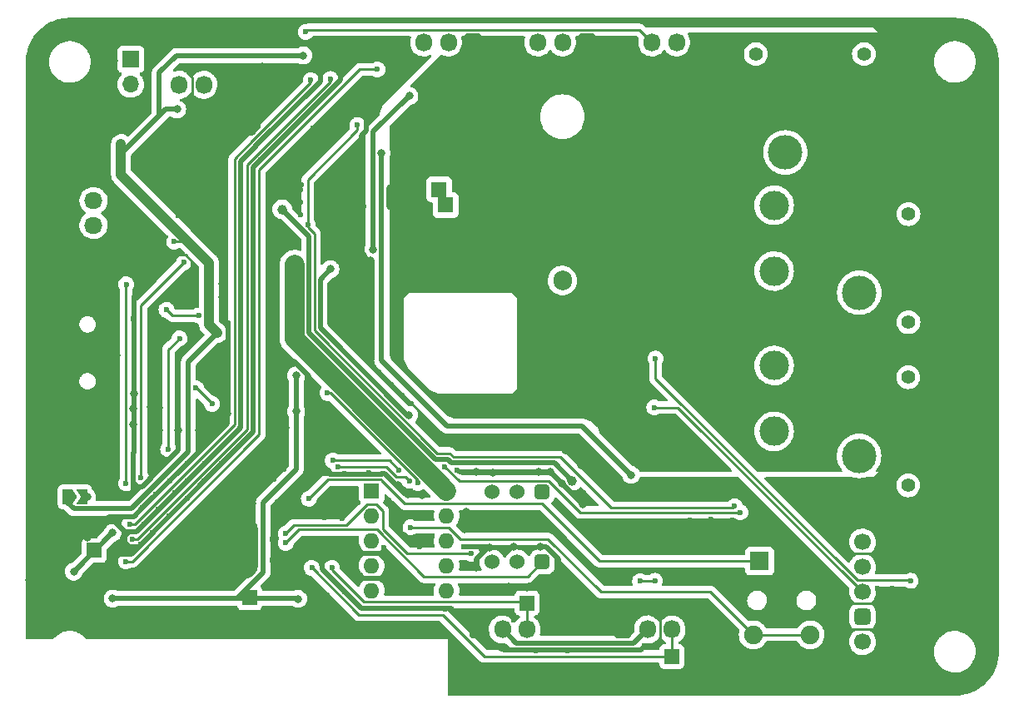
<source format=gbr>
%TF.GenerationSoftware,KiCad,Pcbnew,(6.0.11)*%
%TF.CreationDate,2024-02-29T08:20:34+09:00*%
%TF.ProjectId,Pole,506f6c65-2e6b-4696-9361-645f70636258,rev?*%
%TF.SameCoordinates,Original*%
%TF.FileFunction,Copper,L2,Bot*%
%TF.FilePolarity,Positive*%
%FSLAX46Y46*%
G04 Gerber Fmt 4.6, Leading zero omitted, Abs format (unit mm)*
G04 Created by KiCad (PCBNEW (6.0.11)) date 2024-02-29 08:20:34*
%MOMM*%
%LPD*%
G01*
G04 APERTURE LIST*
G04 Aperture macros list*
%AMRoundRect*
0 Rectangle with rounded corners*
0 $1 Rounding radius*
0 $2 $3 $4 $5 $6 $7 $8 $9 X,Y pos of 4 corners*
0 Add a 4 corners polygon primitive as box body*
4,1,4,$2,$3,$4,$5,$6,$7,$8,$9,$2,$3,0*
0 Add four circle primitives for the rounded corners*
1,1,$1+$1,$2,$3*
1,1,$1+$1,$4,$5*
1,1,$1+$1,$6,$7*
1,1,$1+$1,$8,$9*
0 Add four rect primitives between the rounded corners*
20,1,$1+$1,$2,$3,$4,$5,0*
20,1,$1+$1,$4,$5,$6,$7,0*
20,1,$1+$1,$6,$7,$8,$9,0*
20,1,$1+$1,$8,$9,$2,$3,0*%
%AMFreePoly0*
4,1,6,1.000000,0.000000,0.500000,-0.750000,-0.500000,-0.750000,-0.500000,0.750000,0.500000,0.750000,1.000000,0.000000,1.000000,0.000000,$1*%
%AMFreePoly1*
4,1,6,0.500000,-0.750000,-0.650000,-0.750000,-0.150000,0.000000,-0.650000,0.750000,0.500000,0.750000,0.500000,-0.750000,0.500000,-0.750000,$1*%
G04 Aperture macros list end*
%TA.AperFunction,ComponentPad*%
%ADD10C,1.700000*%
%TD*%
%TA.AperFunction,ComponentPad*%
%ADD11RoundRect,0.425000X0.425000X0.425000X-0.425000X0.425000X-0.425000X-0.425000X0.425000X-0.425000X0*%
%TD*%
%TA.AperFunction,ComponentPad*%
%ADD12RoundRect,0.250000X0.600000X0.675000X-0.600000X0.675000X-0.600000X-0.675000X0.600000X-0.675000X0*%
%TD*%
%TA.AperFunction,ComponentPad*%
%ADD13O,1.700000X1.850000*%
%TD*%
%TA.AperFunction,ComponentPad*%
%ADD14R,1.900000X1.900000*%
%TD*%
%TA.AperFunction,ComponentPad*%
%ADD15C,1.900000*%
%TD*%
%TA.AperFunction,ComponentPad*%
%ADD16O,2.100000X1.000000*%
%TD*%
%TA.AperFunction,ComponentPad*%
%ADD17O,1.800000X1.000000*%
%TD*%
%TA.AperFunction,ComponentPad*%
%ADD18C,2.000000*%
%TD*%
%TA.AperFunction,ComponentPad*%
%ADD19RoundRect,0.381000X-0.381000X0.381000X-0.381000X-0.381000X0.381000X-0.381000X0.381000X0.381000X0*%
%TD*%
%TA.AperFunction,ComponentPad*%
%ADD20C,1.524000*%
%TD*%
%TA.AperFunction,ComponentPad*%
%ADD21RoundRect,0.250000X-0.675000X0.600000X-0.675000X-0.600000X0.675000X-0.600000X0.675000X0.600000X0*%
%TD*%
%TA.AperFunction,ComponentPad*%
%ADD22O,1.850000X1.700000*%
%TD*%
%TA.AperFunction,ComponentPad*%
%ADD23R,1.600000X1.600000*%
%TD*%
%TA.AperFunction,ComponentPad*%
%ADD24C,1.600000*%
%TD*%
%TA.AperFunction,ComponentPad*%
%ADD25C,1.400000*%
%TD*%
%TA.AperFunction,ComponentPad*%
%ADD26R,3.500000X3.500000*%
%TD*%
%TA.AperFunction,ComponentPad*%
%ADD27C,3.500000*%
%TD*%
%TA.AperFunction,ComponentPad*%
%ADD28C,3.000000*%
%TD*%
%TA.AperFunction,ComponentPad*%
%ADD29O,1.600000X1.600000*%
%TD*%
%TA.AperFunction,ComponentPad*%
%ADD30R,1.905000X2.000000*%
%TD*%
%TA.AperFunction,ComponentPad*%
%ADD31O,1.905000X2.000000*%
%TD*%
%TA.AperFunction,ComponentPad*%
%ADD32RoundRect,0.250000X-0.600000X-0.675000X0.600000X-0.675000X0.600000X0.675000X-0.600000X0.675000X0*%
%TD*%
%TA.AperFunction,ComponentPad*%
%ADD33R,1.700000X1.700000*%
%TD*%
%TA.AperFunction,ComponentPad*%
%ADD34O,1.700000X1.700000*%
%TD*%
%TA.AperFunction,ComponentPad*%
%ADD35RoundRect,1.625000X1.625000X1.625000X-1.625000X1.625000X-1.625000X-1.625000X1.625000X-1.625000X0*%
%TD*%
%TA.AperFunction,SMDPad,CuDef*%
%ADD36R,1.500000X1.500000*%
%TD*%
%TA.AperFunction,SMDPad,CuDef*%
%ADD37FreePoly0,0.000000*%
%TD*%
%TA.AperFunction,SMDPad,CuDef*%
%ADD38FreePoly1,0.000000*%
%TD*%
%TA.AperFunction,ViaPad*%
%ADD39C,0.600000*%
%TD*%
%TA.AperFunction,ViaPad*%
%ADD40C,0.800000*%
%TD*%
%TA.AperFunction,ViaPad*%
%ADD41C,1.000000*%
%TD*%
%TA.AperFunction,Conductor*%
%ADD42C,0.250000*%
%TD*%
%TA.AperFunction,Conductor*%
%ADD43C,0.500000*%
%TD*%
%TA.AperFunction,Conductor*%
%ADD44C,1.000000*%
%TD*%
%TA.AperFunction,Conductor*%
%ADD45C,2.000000*%
%TD*%
G04 APERTURE END LIST*
D10*
%TO.P,SW2,*%
%TO.N,*%
X210120000Y-114590000D03*
X210120000Y-124750000D03*
D11*
%TO.P,SW2,1,A*%
%TO.N,\u4E3B\u96FB\u6E90\u30B9\u30A4\u30C3\u30C1*%
X210120000Y-122210000D03*
D10*
%TO.P,SW2,2,B*%
%TO.N,/S-S*%
X210120000Y-119670000D03*
%TO.P,SW2,3,C*%
%TO.N,unconnected-(SW2-Pad3)*%
X210120000Y-117130000D03*
%TD*%
D12*
%TO.P,J13,1,Pin_1*%
%TO.N,GND*%
X148122619Y-68078465D03*
D13*
%TO.P,J13,2,Pin_2*%
X145622619Y-68078465D03*
%TO.P,J13,3,Pin_3*%
%TO.N,RS485_A*%
X143122619Y-68078465D03*
%TO.P,J13,4,Pin_4*%
%TO.N,RS485_B*%
X140622619Y-68078465D03*
%TD*%
D14*
%TO.P,J6,R*%
%TO.N,DAC_R*%
X199650000Y-116540000D03*
D15*
%TO.P,J6,S*%
%TO.N,GND*%
X204150000Y-116540000D03*
%TO.P,J6,T*%
%TO.N,DAC_L*%
X199000000Y-124040000D03*
X204800000Y-124040000D03*
%TD*%
D12*
%TO.P,J11,1,Pin_1*%
%TO.N,GND*%
X170500000Y-63750000D03*
D13*
%TO.P,J11,2,Pin_2*%
%TO.N,/5VSYS*%
X168000000Y-63750000D03*
%TO.P,J11,3,Pin_3*%
%TO.N,LEDTape2_H*%
X165500000Y-63750000D03*
%TD*%
D16*
%TO.P,J4,S1,SHIELD*%
%TO.N,GND*%
X131825000Y-91020000D03*
D17*
X127625000Y-99660000D03*
X127625000Y-91020000D03*
D16*
X131825000Y-99660000D03*
%TD*%
D18*
%TO.P,TP5,1,1*%
%TO.N,GND*%
X128120000Y-87970000D03*
%TD*%
D19*
%TO.P,SW6,1,A*%
%TO.N,Slide_SW1*%
X177540000Y-116640000D03*
D20*
%TO.P,SW6,2,B*%
%TO.N,+3.3V*%
X175000000Y-116640000D03*
%TO.P,SW6,3,C*%
%TO.N,unconnected-(SW6-Pad3)*%
X172460000Y-116640000D03*
%TD*%
D21*
%TO.P,J12,1,Pin_1*%
%TO.N,GND*%
X131912619Y-74868465D03*
D22*
%TO.P,J12,2,Pin_2*%
X131912619Y-77368465D03*
%TO.P,J12,3,Pin_3*%
%TO.N,RS485_A*%
X131912619Y-79868465D03*
%TO.P,J12,4,Pin_4*%
%TO.N,RS485_B*%
X131912619Y-82368465D03*
%TD*%
D12*
%TO.P,J10,1,Pin_1*%
%TO.N,GND*%
X182100000Y-63750000D03*
D13*
%TO.P,J10,2,Pin_2*%
%TO.N,/5VSYS*%
X179600000Y-63750000D03*
%TO.P,J10,3,Pin_3*%
%TO.N,LEDTape1_H*%
X177100000Y-63750000D03*
%TD*%
D23*
%TO.P,C35,1*%
%TO.N,Net-(C34-Pad1)*%
X167720001Y-80320000D03*
X167049064Y-78720000D03*
D24*
%TO.P,C35,2*%
%TO.N,GND*%
X170220001Y-80320000D03*
X170890938Y-81920000D03*
%TD*%
D19*
%TO.P,SW3,1,A*%
%TO.N,Slide_SW0*%
X177540000Y-109500000D03*
D20*
%TO.P,SW3,2,B*%
%TO.N,+3.3V*%
X175000000Y-109500000D03*
%TO.P,SW3,3,C*%
%TO.N,unconnected-(SW3-Pad3)*%
X172460000Y-109500000D03*
%TD*%
D12*
%TO.P,J9,1,Pin_1*%
%TO.N,GND*%
X193700000Y-63750000D03*
D13*
%TO.P,J9,2,Pin_2*%
%TO.N,/5VSYS*%
X191200000Y-63750000D03*
%TO.P,J9,3,Pin_3*%
%TO.N,LEDTape0_H*%
X188700000Y-63750000D03*
%TD*%
D25*
%TO.P,J1,*%
%TO.N,*%
X199270000Y-64955000D03*
X210270000Y-64955000D03*
D26*
%TO.P,J1,1,Pin_1*%
%TO.N,GND*%
X207270000Y-74955000D03*
D27*
%TO.P,J1,2,Pin_2*%
%TO.N,/12VBAT*%
X202270000Y-74955000D03*
%TD*%
D28*
%TO.P,F1,1*%
%TO.N,Net-(F1-Pad1)*%
X201132619Y-96638465D03*
X201132619Y-103338465D03*
%TO.P,F1,2*%
%TO.N,/12VBAT*%
X201132619Y-80338465D03*
X201132619Y-87038465D03*
%TD*%
D23*
%TO.P,SW1,1*%
%TO.N,DIP_SW0*%
X160200000Y-109385000D03*
D29*
%TO.P,SW1,2*%
%TO.N,DIP_SW1*%
X160200000Y-111925000D03*
%TO.P,SW1,3*%
%TO.N,DIP_SW2*%
X160200000Y-114465000D03*
%TO.P,SW1,4*%
%TO.N,DIP_SW3*%
X160200000Y-117005000D03*
%TO.P,SW1,5*%
%TO.N,DIP_SW4*%
X160200000Y-119545000D03*
%TO.P,SW1,6*%
%TO.N,+3.3V*%
X167820000Y-119545000D03*
%TO.P,SW1,7*%
X167820000Y-117005000D03*
%TO.P,SW1,8*%
X167820000Y-114465000D03*
%TO.P,SW1,9*%
X167820000Y-111925000D03*
%TO.P,SW1,10*%
X167820000Y-109385000D03*
%TD*%
D25*
%TO.P,J3,*%
%TO.N,*%
X214789999Y-81230000D03*
X214789999Y-92230000D03*
D26*
%TO.P,J3,1,Pin_1*%
%TO.N,GND*%
X209789999Y-84230000D03*
D27*
%TO.P,J3,2,Pin_2*%
%TO.N,/12VBAT*%
X209789999Y-89230000D03*
%TD*%
D30*
%TO.P,D28,1,A*%
%TO.N,GND*%
X177060000Y-87980000D03*
D31*
%TO.P,D28,2,K*%
%TO.N,Net-(D28-Pad2)*%
X179600000Y-87980000D03*
%TO.P,D28,3,A*%
%TO.N,GND*%
X182140000Y-87980000D03*
%TD*%
D32*
%TO.P,J8,1,Pin_1*%
%TO.N,GND*%
X185750000Y-123500000D03*
D13*
%TO.P,J8,2,Pin_2*%
%TO.N,+5V*%
X188250000Y-123500000D03*
%TO.P,J8,3,Pin_3*%
%TO.N,Sensor1*%
X190750000Y-123500000D03*
%TD*%
D33*
%TO.P,JP2,1,A*%
%TO.N,RS485_B*%
X135712619Y-65498465D03*
D34*
%TO.P,JP2,2,B*%
%TO.N,Net-(JP2-Pad2)*%
X135712619Y-68038465D03*
%TD*%
D25*
%TO.P,J2,*%
%TO.N,*%
X214769999Y-97840000D03*
X214769999Y-108840000D03*
D26*
%TO.P,J2,1,Pin_1*%
%TO.N,GND*%
X209769999Y-100840000D03*
D27*
%TO.P,J2,2,Pin_2*%
%TO.N,/12VBAT*%
X209769999Y-105840000D03*
%TD*%
D32*
%TO.P,J7,1,Pin_1*%
%TO.N,GND*%
X171000000Y-123500000D03*
D13*
%TO.P,J7,2,Pin_2*%
%TO.N,+5V*%
X173500000Y-123500000D03*
%TO.P,J7,3,Pin_3*%
%TO.N,Sensor0*%
X176000000Y-123500000D03*
%TD*%
D35*
%TO.P,U4,39,GND*%
%TO.N,GND*%
X145460000Y-115205000D03*
%TD*%
D36*
%TO.P,H7,1,1*%
%TO.N,Sensor1*%
X190750000Y-126250000D03*
%TD*%
%TO.P,H6,1,1*%
%TO.N,Sensor0*%
X176000000Y-120810000D03*
%TD*%
D37*
%TO.P,JP1,1,A*%
%TO.N,+3.3V*%
X129295000Y-110000000D03*
D38*
%TO.P,JP1,2,B*%
%TO.N,Net-(C6-Pad1)*%
X130745000Y-110000000D03*
%TD*%
D36*
%TO.P,H4,1,1*%
%TO.N,IO0*%
X131990000Y-115460000D03*
%TD*%
%TO.P,H3,1,1*%
%TO.N,RESET*%
X147780000Y-120280000D03*
%TD*%
D39*
%TO.N,/S-S*%
X188950001Y-100900000D03*
%TO.N,Net-(C1-Pad2)*%
X215010000Y-118540000D03*
X189070000Y-95940001D03*
%TO.N,GND*%
X149960000Y-105120000D03*
D40*
X189560000Y-121870000D03*
D39*
X176920000Y-125624500D03*
D40*
X207500000Y-65750000D03*
D39*
X148144000Y-83915000D03*
D40*
X215100000Y-83410000D03*
X218250000Y-108750000D03*
X158420000Y-91810000D03*
X203500000Y-63750000D03*
X202800000Y-90950000D03*
X204500000Y-66750000D03*
X195500000Y-65750000D03*
D39*
X157040000Y-84490000D03*
D40*
X202500000Y-66750000D03*
X193500000Y-69750000D03*
X197500000Y-71750000D03*
X195500000Y-71750000D03*
X206230000Y-127390000D03*
X210500000Y-74750000D03*
X177210000Y-107490000D03*
D39*
X136070000Y-105420000D03*
X148144000Y-98360000D03*
D40*
X184500000Y-80750000D03*
X140880000Y-76990000D03*
X194800000Y-98850000D03*
X191500000Y-73750000D03*
X149820000Y-97130000D03*
X186500000Y-78750000D03*
X193500000Y-71750000D03*
X172600000Y-111810000D03*
X203700000Y-118740000D03*
X175500000Y-79750000D03*
X215220000Y-78520000D03*
X130880000Y-121340000D03*
D39*
X139090000Y-85380000D03*
D40*
X166840000Y-123470000D03*
X128690000Y-118860000D03*
X141430000Y-123420000D03*
X181500000Y-75750000D03*
X158990000Y-118040000D03*
X215180000Y-99610000D03*
D39*
X144935458Y-106628620D03*
D40*
X197500000Y-65750000D03*
X223180000Y-109720000D03*
X205500000Y-69750000D03*
X217000000Y-64250000D03*
X181500000Y-83750000D03*
X129420000Y-62250000D03*
D39*
X218070000Y-117840000D03*
D40*
X208160000Y-119470000D03*
X209500000Y-71750000D03*
D39*
X163900000Y-121360000D03*
D40*
X197500000Y-73750000D03*
X169500000Y-85750000D03*
X197500000Y-69750000D03*
X184500000Y-82750000D03*
X172500000Y-78750000D03*
X182670000Y-120480000D03*
X178880000Y-129740000D03*
X141250000Y-113280000D03*
D39*
X158100000Y-104820000D03*
X148144000Y-93250000D03*
D40*
X189500000Y-75750000D03*
D39*
X172038131Y-61606533D03*
D40*
X145440000Y-98600000D03*
X131320000Y-105260000D03*
X186830000Y-63750000D03*
D39*
X153140000Y-74570000D03*
X143980000Y-82920000D03*
D40*
X165850000Y-119580000D03*
D39*
X160540000Y-105350000D03*
D40*
X133720000Y-115800000D03*
D39*
X145560000Y-92320000D03*
D40*
X177740000Y-103990000D03*
X208500000Y-70750000D03*
D39*
X211680000Y-119330000D03*
D40*
X189500000Y-79750000D03*
X217020000Y-121930000D03*
X202500000Y-70750000D03*
X187614501Y-105784999D03*
X213500000Y-107250000D03*
D39*
X146895000Y-79620000D03*
D40*
X133930000Y-87110000D03*
D39*
X141423508Y-108373508D03*
D40*
X153790000Y-98150000D03*
X195900000Y-88850000D03*
X129195000Y-112355000D03*
X154580000Y-111300000D03*
X180500000Y-80750000D03*
D39*
X150180000Y-105690000D03*
X184605924Y-61578267D03*
D40*
X185500000Y-81750000D03*
X185500000Y-75750000D03*
D39*
X145450000Y-97370000D03*
D40*
X155470000Y-114770000D03*
X176500000Y-78750000D03*
X171500000Y-85750000D03*
X148870000Y-108850000D03*
X183000000Y-89350000D03*
D39*
X142560000Y-97430000D03*
D40*
X173500000Y-83750000D03*
D39*
X162720000Y-61580000D03*
D40*
X130560000Y-118950000D03*
X139030000Y-115670000D03*
X211500000Y-73750000D03*
X175180000Y-104150000D03*
X171110000Y-119380000D03*
X161820000Y-110430000D03*
D39*
X141417039Y-110147039D03*
X164210000Y-100540000D03*
D40*
X195500000Y-67750000D03*
X193500000Y-73750000D03*
X133430000Y-121630000D03*
X136570000Y-86190000D03*
X221000000Y-102750000D03*
X221500000Y-87500000D03*
X193950000Y-99700000D03*
X128610000Y-101610000D03*
D39*
X146894500Y-86675152D03*
D40*
X199500000Y-71750000D03*
D39*
X144060000Y-75000000D03*
D40*
X211810000Y-123490000D03*
X204500000Y-70750000D03*
D39*
X132994500Y-112515000D03*
D40*
X159990000Y-95960000D03*
X132520000Y-102420000D03*
X206500000Y-70750000D03*
X195500000Y-75750000D03*
X150530000Y-112760000D03*
X215200000Y-89990000D03*
X217050000Y-127170000D03*
X173230000Y-63780000D03*
D39*
X149460000Y-105560000D03*
X157190000Y-112160000D03*
D40*
X190970000Y-118240000D03*
X182042703Y-112857297D03*
D39*
X148144500Y-85540000D03*
D40*
X172220000Y-63730000D03*
X183500000Y-77750000D03*
D39*
X165420000Y-102730000D03*
D40*
X175300000Y-63840000D03*
X125930000Y-91380000D03*
X187500000Y-75750000D03*
X210500000Y-68750000D03*
X139790000Y-73690000D03*
X151240000Y-61680000D03*
D39*
X159430000Y-80480000D03*
D40*
X178500000Y-84750000D03*
X179515000Y-108615000D03*
X168730000Y-121820000D03*
D39*
X143190000Y-97450000D03*
D40*
X157690000Y-86850000D03*
X183270000Y-123540000D03*
X185820000Y-63770000D03*
X188500000Y-72750000D03*
X184710000Y-114720000D03*
D39*
X158580000Y-80850000D03*
D40*
X173500000Y-75750000D03*
X178500000Y-78750000D03*
D39*
X166207830Y-61583920D03*
D40*
X173630000Y-115360000D03*
D39*
X153010000Y-78220000D03*
D40*
X195900000Y-93250000D03*
X187500000Y-85750000D03*
X126020000Y-87080000D03*
X179500000Y-83750000D03*
D39*
X141435330Y-106595330D03*
D40*
X216250000Y-75250000D03*
X191500000Y-77750000D03*
X213500000Y-64500000D03*
X131200000Y-106720000D03*
X131550000Y-67400000D03*
X148180000Y-70260000D03*
X197640000Y-120780000D03*
D39*
X128250000Y-111400000D03*
D40*
X180790000Y-115470000D03*
D39*
X132741589Y-116918411D03*
D40*
X219500000Y-120250000D03*
X214440000Y-121170000D03*
D39*
X201600000Y-109130000D03*
D40*
X218250000Y-92000000D03*
D39*
X205914024Y-61572614D03*
X204100000Y-61660000D03*
D40*
X180500000Y-78750000D03*
X160050000Y-85970000D03*
X174500000Y-82750000D03*
X172510000Y-107510000D03*
D39*
X136894977Y-111134977D03*
D40*
X203500000Y-65750000D03*
X156420000Y-91460000D03*
D39*
X149460000Y-104760000D03*
D40*
X151420000Y-102990000D03*
X152180000Y-63810000D03*
D39*
X165060000Y-115110000D03*
D40*
X187880000Y-112940000D03*
X132310000Y-61860000D03*
X177500000Y-83750000D03*
X215180000Y-110810000D03*
X212480000Y-127390000D03*
X208840000Y-129330000D03*
D39*
X194720000Y-112310000D03*
D40*
X202500000Y-64750000D03*
X219180000Y-95070000D03*
D39*
X139592039Y-111972039D03*
X146894500Y-101160000D03*
D40*
X178240000Y-118340000D03*
X197510000Y-115120000D03*
X213500000Y-99250000D03*
X138560000Y-100910000D03*
D39*
X213790000Y-61710000D03*
D40*
X181520000Y-106780000D03*
X205500000Y-71750000D03*
X219360000Y-105990000D03*
X170630000Y-127130000D03*
X171500000Y-79750000D03*
X223420000Y-85590000D03*
X223450000Y-103490000D03*
X210500000Y-70750000D03*
X151230000Y-98560000D03*
X156480000Y-88300000D03*
X220750000Y-117900000D03*
D39*
X157290000Y-104760000D03*
D40*
X201500000Y-63750000D03*
D39*
X192560000Y-112360000D03*
D40*
X176500000Y-76750000D03*
X223000000Y-126010000D03*
X133580000Y-91200000D03*
X191500000Y-71750000D03*
D39*
X145510000Y-96140000D03*
D40*
X197500000Y-63750000D03*
D39*
X173730000Y-121800000D03*
D40*
X179890000Y-105260000D03*
X178390000Y-107490000D03*
X195900000Y-86750000D03*
X219000000Y-79000000D03*
D39*
X142040000Y-86360000D03*
D40*
X184500000Y-84750000D03*
D39*
X151310000Y-107170000D03*
D40*
X173500000Y-77750000D03*
X195900000Y-84550000D03*
X134040000Y-83040000D03*
X126780000Y-63490000D03*
X205500000Y-65750000D03*
X190310000Y-103140000D03*
X165760000Y-111890000D03*
X215140000Y-94020000D03*
X179500000Y-81750000D03*
X203570000Y-110700000D03*
D39*
X155970000Y-85430000D03*
X146894500Y-92700000D03*
D40*
X135980000Y-100990000D03*
X195500000Y-79750000D03*
X216750000Y-103250000D03*
X160050000Y-91980000D03*
X161540000Y-118210000D03*
X176600000Y-104890000D03*
X154540000Y-107930000D03*
X180500000Y-84750000D03*
X156530000Y-80680000D03*
X133960000Y-65660000D03*
X159970000Y-93860000D03*
X191500000Y-75750000D03*
X170830000Y-117160000D03*
X185830000Y-121020000D03*
X208500000Y-64750000D03*
D39*
X148144000Y-91850000D03*
X150110000Y-82040000D03*
D40*
X193500000Y-67750000D03*
D39*
X197170687Y-61572614D03*
D40*
X172590000Y-129790000D03*
X201500000Y-65750000D03*
X154810000Y-80800000D03*
X172210000Y-115190000D03*
X170500000Y-76750000D03*
X145050000Y-88360000D03*
X217500000Y-68000000D03*
X136990000Y-118980000D03*
X162680000Y-111870000D03*
X165370000Y-109830000D03*
D39*
X148426589Y-74326589D03*
X148144500Y-80990000D03*
D40*
X171500000Y-77750000D03*
X219340000Y-75800000D03*
X176500000Y-82750000D03*
X214400000Y-129440000D03*
X196500000Y-74750000D03*
X213500000Y-82500000D03*
X168580000Y-125090000D03*
X223060000Y-115870000D03*
X174140000Y-119140000D03*
X145030000Y-89640000D03*
X195500000Y-73750000D03*
X219020000Y-88400000D03*
X221250000Y-67750000D03*
X213500000Y-103250000D03*
D39*
X152500000Y-67840000D03*
D40*
X168640000Y-129590000D03*
X174830000Y-112760000D03*
X148180000Y-106610000D03*
X209500000Y-69750000D03*
X213500000Y-86750000D03*
X195500000Y-77750000D03*
X213500000Y-96500000D03*
X131520000Y-63950000D03*
D39*
X142170000Y-82810000D03*
D40*
X223360000Y-97730000D03*
D39*
X140489415Y-81422592D03*
D40*
X186500000Y-80750000D03*
X193510001Y-100900000D03*
D39*
X158770000Y-110600000D03*
D40*
X140920000Y-116300000D03*
X185500000Y-85750000D03*
X174500000Y-78750000D03*
X223420000Y-91580000D03*
X204500000Y-64750000D03*
X175500000Y-85750000D03*
X203120000Y-129390000D03*
X141320000Y-119010000D03*
X186500000Y-74750000D03*
X155120000Y-82040000D03*
X218250000Y-97250000D03*
D39*
X213140000Y-119310000D03*
D40*
X193500000Y-75750000D03*
X157350000Y-123790000D03*
X153750000Y-123890000D03*
X158580000Y-94420000D03*
X207500000Y-69750000D03*
X131620000Y-124030000D03*
D39*
X146894500Y-88144159D03*
D40*
X207830000Y-109380000D03*
X211500000Y-75750000D03*
X174500000Y-80750000D03*
D39*
X155460000Y-112090000D03*
D40*
X179500000Y-75750000D03*
D39*
X138523508Y-111273508D03*
D40*
X190500000Y-74750000D03*
D39*
X196930000Y-112360000D03*
D40*
X132600000Y-107050000D03*
D39*
X160950000Y-97320000D03*
D40*
X131580000Y-101520000D03*
X181680000Y-127450000D03*
X202940000Y-125370000D03*
X137790000Y-103760000D03*
X143990000Y-61790000D03*
X202310000Y-114620000D03*
D39*
X146894500Y-96270000D03*
D40*
X190500000Y-72750000D03*
X192500000Y-70750000D03*
D39*
X169929080Y-61600880D03*
D40*
X197500000Y-90150000D03*
X145040000Y-63650000D03*
D39*
X157431339Y-119658661D03*
X151090000Y-104790000D03*
D40*
X141120000Y-79230000D03*
X162169500Y-79439500D03*
X137810000Y-106560000D03*
X163890000Y-109770000D03*
X201500000Y-69750000D03*
X200630000Y-122810000D03*
X203130000Y-122750000D03*
D39*
X201650000Y-112660000D03*
D40*
X211800000Y-65950000D03*
X179500000Y-77750000D03*
X198500000Y-66750000D03*
D39*
X135960000Y-91850000D03*
D40*
X203500000Y-67750000D03*
X147530000Y-62070000D03*
X161880000Y-116630000D03*
X141350000Y-66390000D03*
D39*
X148144000Y-77590000D03*
D40*
X186500000Y-76750000D03*
X175500000Y-75750000D03*
D39*
X194234766Y-61572614D03*
D40*
X211500000Y-67750000D03*
X191460000Y-102510000D03*
X193500000Y-77750000D03*
X136840000Y-117190000D03*
D39*
X157140000Y-109270000D03*
D40*
X153700000Y-103110000D03*
X170500000Y-84750000D03*
X129240000Y-70280000D03*
D39*
X148144500Y-96210000D03*
D40*
X221500000Y-82000000D03*
X211500000Y-77750000D03*
X174600000Y-115090000D03*
D39*
X139639977Y-108389977D03*
D40*
X177500000Y-79750000D03*
X219850000Y-62460000D03*
X149600000Y-119030000D03*
X125520000Y-121370000D03*
X213500000Y-69750000D03*
X177740000Y-121030000D03*
X178500000Y-80750000D03*
D39*
X157700000Y-80930000D03*
D40*
X177360000Y-115080000D03*
X213000000Y-111750000D03*
X131270000Y-114110498D03*
X215510000Y-67080000D03*
X151000000Y-121950000D03*
D39*
X129220000Y-104660000D03*
D40*
X219340000Y-82550000D03*
X181650000Y-109620000D03*
X205500000Y-67750000D03*
X185040000Y-129560000D03*
X177500000Y-75750000D03*
X207500000Y-71750000D03*
X155870000Y-102970000D03*
X194500000Y-76750000D03*
D39*
X171890000Y-121880000D03*
D40*
X188500000Y-74750000D03*
X181760000Y-121760000D03*
X142710000Y-100790000D03*
D39*
X176433204Y-61578267D03*
D40*
X145640000Y-123490000D03*
D39*
X150860000Y-82070000D03*
D40*
X144200000Y-75990000D03*
D39*
X159370000Y-105370000D03*
D40*
X187990000Y-103440000D03*
X145850000Y-119130000D03*
X176500000Y-84750000D03*
X173500000Y-81750000D03*
D39*
X147889956Y-72967577D03*
D40*
X217310000Y-118450000D03*
X196500000Y-66750000D03*
D39*
X168900000Y-107279500D03*
X133771589Y-117948411D03*
D40*
X197770000Y-117950000D03*
D39*
X166230000Y-102710000D03*
D40*
X156510000Y-90060000D03*
X214550000Y-114470000D03*
X187500000Y-81750000D03*
X170500000Y-78750000D03*
X129970000Y-81860000D03*
X206090000Y-120450000D03*
X201500000Y-67750000D03*
X211500000Y-71750000D03*
X134240000Y-95590000D03*
D39*
X208862857Y-61612186D03*
D40*
X223080000Y-65420000D03*
X183500000Y-75750000D03*
X157540000Y-77620000D03*
X210220000Y-112480000D03*
X213250000Y-80000000D03*
X223060000Y-120940000D03*
X184500000Y-78750000D03*
X194500000Y-74750000D03*
X139050000Y-117910000D03*
X210500000Y-76750000D03*
X136330000Y-83200000D03*
X125390000Y-118480000D03*
X218860000Y-129330000D03*
D39*
X161450000Y-115200000D03*
D40*
X140520000Y-103230000D03*
D39*
X178734083Y-61578267D03*
D40*
X155700000Y-80190000D03*
X155510000Y-78520000D03*
X134100000Y-79300000D03*
D39*
X180120000Y-125624500D03*
D40*
X175190000Y-127370000D03*
X173390000Y-125310000D03*
X136750000Y-123400000D03*
X223210000Y-72490000D03*
X159150000Y-77690000D03*
X215510000Y-72320000D03*
X190370000Y-112670000D03*
X171500000Y-83750000D03*
X156510000Y-79310000D03*
X157810000Y-102920000D03*
X174500000Y-76750000D03*
X187614501Y-106815001D03*
D39*
X157750000Y-105360000D03*
D40*
X208500000Y-66750000D03*
X194500000Y-78750000D03*
X144370000Y-102980000D03*
X126020000Y-78590000D03*
D39*
X150240000Y-108230000D03*
D40*
X179500000Y-79750000D03*
X171500000Y-75750000D03*
D39*
X137932039Y-113632039D03*
D40*
X127370000Y-123880000D03*
X216970000Y-124160000D03*
X192500000Y-68750000D03*
X195500000Y-69750000D03*
D39*
X199848909Y-61572614D03*
D40*
X188500000Y-78750000D03*
X126190000Y-66070000D03*
X215640000Y-62070000D03*
X154320000Y-101210000D03*
X211900000Y-121230000D03*
X170830000Y-107490000D03*
X195200000Y-97650000D03*
X182500000Y-80750000D03*
D39*
X125400000Y-108130000D03*
D40*
X132590000Y-104720000D03*
X177500000Y-81750000D03*
X219260000Y-70030000D03*
X171400000Y-113190000D03*
X126120000Y-82980000D03*
X196500000Y-72750000D03*
X205500000Y-63750000D03*
X136010000Y-99500000D03*
X189110000Y-103140000D03*
D39*
X187960000Y-125180000D03*
D40*
X221750000Y-107250000D03*
X163440000Y-114010000D03*
X207740000Y-123580000D03*
X130130000Y-87110000D03*
D39*
X157030000Y-67480000D03*
D40*
X211500000Y-69750000D03*
X144200000Y-79530000D03*
X221500000Y-94250000D03*
D39*
X155860000Y-107620000D03*
D40*
X149060000Y-66250000D03*
X197070000Y-129550000D03*
X181690000Y-110780000D03*
X151360000Y-69110000D03*
X184500000Y-76750000D03*
X183500000Y-81750000D03*
X206500000Y-66750000D03*
X141020000Y-75200000D03*
X206500000Y-64750000D03*
X137740000Y-83250000D03*
X130580000Y-93600000D03*
X204500000Y-68750000D03*
X158810000Y-86460000D03*
X128930000Y-96690000D03*
X192500000Y-78750000D03*
X188500000Y-76750000D03*
X196500000Y-68750000D03*
X189500000Y-73750000D03*
X142600000Y-103240000D03*
X176500000Y-80750000D03*
X156130000Y-109740000D03*
X201500000Y-71750000D03*
X194500000Y-72750000D03*
X187500000Y-77750000D03*
X202600000Y-93250000D03*
X148040000Y-110640000D03*
X205510000Y-112580000D03*
X198500000Y-72750000D03*
X133980000Y-100000000D03*
D39*
X167730016Y-121434500D03*
D40*
X195600000Y-96150000D03*
X202500000Y-68750000D03*
D39*
X146894500Y-98360000D03*
D40*
X190500000Y-70750000D03*
X195900000Y-82150000D03*
X185500000Y-83750000D03*
X125850000Y-69390000D03*
X178500000Y-76750000D03*
X178130000Y-123480000D03*
X183810000Y-118130000D03*
X180500000Y-82750000D03*
X169810000Y-117120000D03*
X183780000Y-63650000D03*
D39*
X136752039Y-114812039D03*
D40*
X203500000Y-69750000D03*
D39*
X189504160Y-61572614D03*
X182406284Y-61578267D03*
D40*
X196940000Y-123780000D03*
X159310000Y-85410000D03*
X150720000Y-94910000D03*
X175500000Y-83750000D03*
X187500000Y-83750000D03*
X181500000Y-81750000D03*
X147350000Y-106630000D03*
D39*
X191528933Y-61572614D03*
D40*
X133650000Y-71040000D03*
X179090000Y-110760000D03*
X177500000Y-77750000D03*
X179240000Y-117250000D03*
D39*
X187070000Y-61570000D03*
D40*
X207500000Y-67750000D03*
X218730000Y-100430000D03*
X190500000Y-76750000D03*
X172500000Y-84750000D03*
D39*
X137650000Y-108180000D03*
D40*
X149140000Y-63650000D03*
X219360000Y-111730000D03*
D39*
X149640000Y-102610000D03*
X161330000Y-107650000D03*
D40*
X213500000Y-91000000D03*
X191500000Y-79750000D03*
X187500000Y-73750000D03*
X137730000Y-75630000D03*
D39*
X143162039Y-108402039D03*
D40*
X192500000Y-72750000D03*
D39*
X162160000Y-98550000D03*
D40*
X212730000Y-109140000D03*
X138130000Y-61860000D03*
D39*
X165830000Y-121330000D03*
D40*
X181500000Y-77750000D03*
D39*
X141030000Y-87700000D03*
D40*
X186980000Y-120980000D03*
X162790000Y-116980000D03*
D39*
X202481114Y-61572614D03*
D40*
X182500000Y-78750000D03*
X154820000Y-79600000D03*
X128240000Y-68070000D03*
X213500000Y-75000000D03*
X159890000Y-86860000D03*
D39*
X150110000Y-114330000D03*
D40*
X208380000Y-115490000D03*
X137230000Y-88520000D03*
X185500000Y-79750000D03*
X193500000Y-65750000D03*
X142230000Y-70100000D03*
X192500000Y-74750000D03*
D39*
X174680000Y-122490000D03*
D40*
X137760000Y-100850000D03*
X157370000Y-114740000D03*
X194500000Y-70750000D03*
X125710000Y-99730000D03*
X182500000Y-84750000D03*
D39*
X146746106Y-103047973D03*
D40*
X151380000Y-67130000D03*
D39*
X159900000Y-107560000D03*
D40*
X182500000Y-82750000D03*
X189500000Y-77750000D03*
D39*
X144090000Y-78450000D03*
D40*
X211500000Y-63750000D03*
X145350000Y-108880000D03*
D39*
X148144500Y-86960000D03*
D40*
X197500000Y-67750000D03*
D39*
X144050000Y-81980000D03*
D40*
X208500000Y-68750000D03*
D39*
X143198508Y-106598508D03*
D40*
X215020000Y-107010000D03*
D39*
X169580000Y-115060000D03*
D40*
X191550000Y-121330000D03*
X138700000Y-106580000D03*
D39*
X161060000Y-61570000D03*
D40*
X136190000Y-89620000D03*
D39*
X148144000Y-88850000D03*
D40*
X210500000Y-66750000D03*
X177890000Y-113040000D03*
X129240000Y-74420000D03*
X185600000Y-104450000D03*
X187465001Y-104784999D03*
X213500000Y-93500000D03*
D39*
X159260000Y-81110000D03*
D40*
X223210000Y-79190000D03*
X140580000Y-63650000D03*
X200500000Y-66750000D03*
X218210000Y-114990000D03*
X131340000Y-112790000D03*
D39*
X140450000Y-101320000D03*
D40*
X162169500Y-80351352D03*
X125530000Y-104600000D03*
X174500000Y-84750000D03*
X143540000Y-110800000D03*
D39*
X164468366Y-61583920D03*
X127390000Y-107220000D03*
D40*
X215100000Y-95860000D03*
X221480000Y-128510000D03*
X192500000Y-76750000D03*
X150680000Y-110620000D03*
X198500000Y-70750000D03*
X125530000Y-123850000D03*
X172500000Y-80750000D03*
X186500000Y-84750000D03*
X207500000Y-63750000D03*
D39*
X174334804Y-61578267D03*
X148144500Y-103050000D03*
D40*
X139330000Y-75710000D03*
X199500000Y-69750000D03*
D39*
X137033508Y-112763508D03*
D40*
X199900000Y-93250000D03*
X221500000Y-99500000D03*
X187500000Y-79750000D03*
X196500000Y-70750000D03*
X172230000Y-104930000D03*
X162169500Y-78640000D03*
X169670000Y-119290000D03*
X198500000Y-68750000D03*
D39*
X157490000Y-107620000D03*
D40*
X199500000Y-63250000D03*
X128260000Y-121520000D03*
X183500000Y-79750000D03*
D39*
X180547175Y-61578267D03*
X138265330Y-109765330D03*
D40*
X207750000Y-112500000D03*
X155970000Y-77570000D03*
X199970000Y-127610000D03*
X186500000Y-82750000D03*
D39*
X142080000Y-72360000D03*
D40*
X179930000Y-123400000D03*
X188820000Y-127590000D03*
X200500000Y-68750000D03*
X173500000Y-85750000D03*
X172500000Y-76750000D03*
X172840000Y-104020000D03*
D39*
X154460000Y-98560000D03*
D40*
X216750000Y-86000000D03*
X178500000Y-82750000D03*
X177430000Y-122290000D03*
X195700000Y-94450000D03*
X172500000Y-82750000D03*
X181500000Y-79750000D03*
X138540000Y-103240000D03*
D39*
X148911873Y-75691873D03*
X211394705Y-61612186D03*
D40*
X144020000Y-72500000D03*
X192500000Y-124610000D03*
D39*
X148144000Y-79420000D03*
D40*
X193500000Y-79750000D03*
X211870000Y-115610000D03*
X125910000Y-74330000D03*
D39*
X141800000Y-81470000D03*
X150460000Y-104750000D03*
D40*
X176020000Y-119200000D03*
X161940000Y-123630000D03*
X209500000Y-67750000D03*
X201300000Y-90150000D03*
X183500000Y-85750000D03*
X169680000Y-113300000D03*
D39*
X132994500Y-110155000D03*
D40*
X221500000Y-113500000D03*
X190500000Y-78750000D03*
X183500000Y-83750000D03*
D39*
X166120000Y-114020000D03*
D40*
X137690000Y-65870000D03*
X197300000Y-94250000D03*
X135940000Y-102670000D03*
X194860000Y-118300000D03*
X180500000Y-76750000D03*
X214500000Y-125250000D03*
D39*
X152950000Y-81260000D03*
X167881151Y-61583920D03*
D40*
X203930000Y-109220000D03*
D39*
X127420000Y-106130000D03*
D40*
X190970000Y-129520000D03*
D39*
X156780000Y-110540000D03*
D40*
X196000000Y-90350000D03*
X134160000Y-102410000D03*
X184840000Y-63700000D03*
X199500000Y-67750000D03*
X132430000Y-69260000D03*
D39*
X148144000Y-101250000D03*
D40*
X169500000Y-77750000D03*
D39*
X140178508Y-109618508D03*
D40*
X191500000Y-69750000D03*
X216500000Y-81250000D03*
X200600000Y-118780000D03*
X206500000Y-68750000D03*
X193950000Y-120790000D03*
X169790000Y-111550000D03*
D39*
X154230000Y-72480000D03*
X163300000Y-99660000D03*
X125360000Y-111910000D03*
D40*
X195500000Y-63750000D03*
X203500000Y-71750000D03*
X209400000Y-63350000D03*
X210500000Y-72750000D03*
X125750000Y-95840000D03*
X195170000Y-126660000D03*
X189500000Y-71750000D03*
X219250000Y-72750000D03*
X182500000Y-76750000D03*
X169500000Y-83750000D03*
X150420000Y-123490000D03*
X194500000Y-66750000D03*
D39*
X146894500Y-91840000D03*
D40*
X220570000Y-123220000D03*
X221500000Y-75250000D03*
X175500000Y-77750000D03*
D39*
X148668411Y-72318411D03*
D40*
X174400000Y-63820000D03*
X194500000Y-68750000D03*
X140970000Y-72070000D03*
X200620000Y-125370000D03*
D39*
X152990000Y-78800000D03*
X150080000Y-116400000D03*
D40*
X192500000Y-115090000D03*
X145500000Y-101510000D03*
X200500000Y-70750000D03*
D39*
X153000000Y-80020000D03*
D40*
X151540000Y-96220000D03*
D39*
X143090000Y-98160000D03*
D40*
X185500000Y-77750000D03*
X133990000Y-105060000D03*
D39*
X132994500Y-108705000D03*
D40*
X175500000Y-81750000D03*
X211860000Y-117280000D03*
X188380000Y-114880000D03*
D39*
X157205694Y-72814306D03*
X145280000Y-70900000D03*
D40*
X162850000Y-108780000D03*
X173500000Y-79750000D03*
X196500000Y-64750000D03*
D39*
X155650000Y-119970000D03*
D40*
X169500000Y-75750000D03*
%TO.N,VDD*%
X163997170Y-101673790D03*
X156001956Y-86841572D03*
D41*
%TO.N,+3.3V*%
X152358926Y-88561074D03*
X143648400Y-92478400D03*
X134710000Y-75141060D03*
X134710000Y-74120000D03*
D39*
X136188119Y-78710288D03*
D40*
X153239125Y-65099125D03*
X129295000Y-110269502D03*
D41*
X152358926Y-87471074D03*
D39*
X140110000Y-84040000D03*
D40*
X158732500Y-100297500D03*
D41*
X152358926Y-86395000D03*
D39*
X187500500Y-118574727D03*
D40*
X140420000Y-70580000D03*
D41*
X152358926Y-89601074D03*
D39*
X188999500Y-118549500D03*
D41*
X144505000Y-93335000D03*
D40*
%TO.N,Net-(C6-Pad1)*%
X131260000Y-110020000D03*
D39*
%TO.N,/5VSYS*%
X142648400Y-91549502D03*
X197115735Y-110955500D03*
X153703607Y-82293653D03*
X158761545Y-72168455D03*
X139330000Y-90970000D03*
D41*
%TO.N,+5V*%
X151100000Y-80750000D03*
X180605000Y-108355000D03*
D40*
%TO.N,RESET*%
X133860498Y-120350000D03*
X152516482Y-97653518D03*
X152710000Y-120385000D03*
X152516482Y-101303518D03*
%TO.N,IO0*%
X133860498Y-113649502D03*
X129907500Y-117602500D03*
D39*
%TO.N,Sensor0*%
X156160000Y-117220500D03*
%TO.N,Sensor1*%
X154110000Y-117220500D03*
%TO.N,DAC_R*%
X153813411Y-110186589D03*
%TO.N,DAC_L*%
X164155000Y-113105000D03*
%TO.N,LEDTape0_H*%
X153490000Y-62700000D03*
%TO.N,/5V_IND*%
X155710500Y-99433610D03*
X164908781Y-108594395D03*
X142319500Y-98944746D03*
X167645225Y-106951349D03*
X197710000Y-111580000D03*
X143970023Y-100530023D03*
%TO.N,NeoPixel_L*%
X139510000Y-105165000D03*
X140648900Y-93891344D03*
%TO.N,LEDTape0_L*%
X135595000Y-112765000D03*
X154000000Y-67610000D03*
%TO.N,LEDTape1_L*%
X160790000Y-66510000D03*
X135210000Y-116575000D03*
%TO.N,LEDTape2_L*%
X135864341Y-114296714D03*
X156000000Y-67490000D03*
D40*
%TO.N,SHDN_overV*%
X164030000Y-69210000D03*
X160370000Y-84840000D03*
D39*
%TO.N,Slide_SW0*%
X170360000Y-115790000D03*
X151460498Y-113750000D03*
%TO.N,Slide_SW1*%
X151459500Y-114680000D03*
%TO.N,LED1*%
X162981245Y-107303255D03*
X156238161Y-106306339D03*
%TO.N,LED2*%
X156803494Y-106930839D03*
X164046606Y-108368616D03*
%TO.N,MainTX2_RS485RX*%
X136740000Y-108024500D03*
X141114415Y-86138585D03*
D40*
%TO.N,Vfb*%
X186580000Y-107760000D03*
X161219500Y-75030000D03*
D39*
%TO.N,MainRX2_RS485TX*%
X135210000Y-108634502D03*
X135230000Y-88380000D03*
%TD*%
D42*
%TO.N,/S-S*%
X210112944Y-119670000D02*
X191342944Y-100900000D01*
X191342944Y-100900000D02*
X188950001Y-100900000D01*
X210120000Y-119670000D02*
X210112944Y-119670000D01*
%TO.N,Net-(C1-Pad2)*%
X214965000Y-118495000D02*
X209574340Y-118495000D01*
X209574340Y-118495000D02*
X189070000Y-97990660D01*
X189070000Y-97990660D02*
X189070000Y-95940001D01*
X215010000Y-118540000D02*
X214965000Y-118495000D01*
D43*
%TO.N,GND*%
X177210000Y-107490000D02*
X178390000Y-107490000D01*
X156750000Y-66320000D02*
X157030000Y-66600000D01*
X177960000Y-115080000D02*
X179240000Y-116360000D01*
X136504078Y-115060000D02*
X136752039Y-114812039D01*
X135764078Y-115800000D02*
X144935458Y-106628620D01*
X159150000Y-73240000D02*
X159620000Y-72770000D01*
X143198508Y-106595571D02*
X146746106Y-103047973D01*
X145560000Y-92320000D02*
X145560000Y-101450000D01*
X143198508Y-106598508D02*
X137033508Y-112763508D01*
D42*
X189560000Y-124560000D02*
X188940000Y-125180000D01*
D43*
X159150000Y-77690000D02*
X159150000Y-73240000D01*
X144941380Y-106628620D02*
X148144500Y-103425500D01*
X155170000Y-116730000D02*
X154500000Y-116060000D01*
X159620000Y-71350000D02*
X158980000Y-70710000D01*
X136894977Y-111134977D02*
X136014954Y-112015000D01*
X135990000Y-105500000D02*
X135990000Y-108560000D01*
X157431339Y-119658661D02*
X155170000Y-117397322D01*
X146894500Y-101160000D02*
X146894500Y-75858678D01*
X154990000Y-67730000D02*
X154990000Y-66450000D01*
X155925000Y-107685000D02*
X161295000Y-107685000D01*
X163670000Y-109770000D02*
X161550000Y-107650000D01*
X179515000Y-108615000D02*
X181680000Y-110780000D01*
X170830000Y-116380661D02*
X170830000Y-117160000D01*
X159132678Y-121360000D02*
X163900000Y-121360000D01*
X135990000Y-108560000D02*
X136380000Y-108950000D01*
X157030000Y-67573746D02*
X148144000Y-76459746D01*
X168270000Y-121360000D02*
X168730000Y-121820000D01*
X136010000Y-89800000D02*
X136190000Y-89620000D01*
X154500000Y-116060000D02*
X150420000Y-116060000D01*
X169600000Y-115040000D02*
X169580000Y-115060000D01*
X173390000Y-125310000D02*
X173655000Y-125575000D01*
D42*
X128250000Y-111400000D02*
X128250000Y-111410000D01*
D43*
X159205000Y-118255000D02*
X161495000Y-118255000D01*
X155860000Y-107620000D02*
X154850000Y-107620000D01*
X157030000Y-66600000D02*
X157030000Y-67480000D01*
D42*
X209175000Y-115765000D02*
X211715000Y-115765000D01*
D43*
X145500000Y-101510000D02*
X145500000Y-102530660D01*
X136880000Y-108950000D02*
X137650000Y-108180000D01*
X145560000Y-101450000D02*
X145500000Y-101510000D01*
D42*
X211520000Y-120850000D02*
X211900000Y-121230000D01*
X208160000Y-119470000D02*
X208160000Y-119830000D01*
D43*
X135990000Y-108560000D02*
X135990000Y-109440000D01*
X187565000Y-125575000D02*
X187960000Y-125180000D01*
X154850000Y-107620000D02*
X154540000Y-107930000D01*
X146894500Y-75858678D02*
X148426589Y-74326589D01*
X161005000Y-115755000D02*
X161880000Y-116630000D01*
D42*
X154564306Y-72814306D02*
X154230000Y-72480000D01*
D43*
X132994500Y-112515000D02*
X134055000Y-112515000D01*
X133720000Y-115800000D02*
X135764078Y-115800000D01*
X148426589Y-74326589D02*
X148426589Y-74293411D01*
X143198508Y-106598508D02*
X143198508Y-106595571D01*
X148144500Y-103425500D02*
X148144500Y-103050000D01*
X137033508Y-112763508D02*
X136250302Y-113546714D01*
X153790000Y-97700000D02*
X153790000Y-98150000D01*
X152310000Y-96220000D02*
X153790000Y-97700000D01*
X135086714Y-113546714D02*
X134750000Y-113210000D01*
X135275000Y-110155000D02*
X132994500Y-110155000D01*
X134055000Y-112515000D02*
X134750000Y-113210000D01*
X151540000Y-96220000D02*
X152310000Y-96220000D01*
X157370000Y-114740000D02*
X158385000Y-115755000D01*
D44*
X162169500Y-80351352D02*
X162169500Y-78640000D01*
D43*
X158990000Y-118040000D02*
X159205000Y-118255000D01*
X136380000Y-108950000D02*
X136880000Y-108950000D01*
X148144000Y-103049500D02*
X148144500Y-103050000D01*
X150420000Y-116060000D02*
X150080000Y-116400000D01*
X161295000Y-107685000D02*
X161330000Y-107650000D01*
D42*
X141947619Y-67327619D02*
X141947619Y-69817619D01*
X208380000Y-115490000D02*
X208900000Y-115490000D01*
D43*
X135531968Y-113546714D02*
X135086714Y-113546714D01*
X181680000Y-110780000D02*
X181690000Y-110780000D01*
X170830000Y-107490000D02*
X177210000Y-107490000D01*
X135114341Y-113574341D02*
X135114341Y-114607375D01*
D42*
X142040000Y-86170000D02*
X141250000Y-85380000D01*
D43*
X136070000Y-105420000D02*
X135990000Y-105500000D01*
X135566966Y-115060000D02*
X136504078Y-115060000D01*
D42*
X139090000Y-85380000D02*
X137380000Y-85380000D01*
D43*
X179240000Y-116360000D02*
X179240000Y-117250000D01*
D42*
X209180000Y-120850000D02*
X211520000Y-120850000D01*
D43*
X155120000Y-66320000D02*
X156750000Y-66320000D01*
X163900000Y-121360000D02*
X168270000Y-121360000D01*
X158980000Y-70710000D02*
X157720000Y-70710000D01*
D42*
X188940000Y-125180000D02*
X187960000Y-125180000D01*
X141250000Y-85380000D02*
X139090000Y-85380000D01*
D43*
X136014954Y-112015000D02*
X133494500Y-112015000D01*
D42*
X157205694Y-72814306D02*
X154564306Y-72814306D01*
D43*
X135990000Y-109440000D02*
X135275000Y-110155000D01*
D42*
X129630000Y-112790000D02*
X131340000Y-112790000D01*
D43*
X161550000Y-107650000D02*
X161330000Y-107650000D01*
X141434624Y-106595330D02*
X136894977Y-111134977D01*
D42*
X208160000Y-119830000D02*
X209180000Y-120850000D01*
D43*
X137810000Y-108020000D02*
X137650000Y-108180000D01*
X141435330Y-106595330D02*
X141434624Y-106595330D01*
X158385000Y-115755000D02*
X161005000Y-115755000D01*
X147889956Y-72967577D02*
X148019245Y-72967577D01*
X155860000Y-107620000D02*
X155925000Y-107685000D01*
X172020661Y-115190000D02*
X170830000Y-116380661D01*
D42*
X142040000Y-86360000D02*
X142040000Y-86170000D01*
D43*
X170830000Y-107490000D02*
X169110500Y-107490000D01*
D42*
X141350000Y-66390000D02*
X141350000Y-66730000D01*
D43*
X144935458Y-106628620D02*
X144941380Y-106628620D01*
X148426589Y-74293411D02*
X154990000Y-67730000D01*
X178390000Y-107490000D02*
X179515000Y-108615000D01*
D42*
X207740000Y-123580000D02*
X207830000Y-123490000D01*
D43*
X159620000Y-72770000D02*
X159620000Y-71350000D01*
X137650000Y-108180000D02*
X137650000Y-108140000D01*
D42*
X128250000Y-111410000D02*
X129195000Y-112355000D01*
D43*
X161495000Y-118255000D02*
X161540000Y-118210000D01*
X136250302Y-113546714D02*
X135531968Y-113546714D01*
X137650000Y-108140000D02*
X140520000Y-105270000D01*
X140520000Y-105270000D02*
X140520000Y-103230000D01*
X157720000Y-70710000D02*
X155950000Y-72480000D01*
X146894500Y-102899579D02*
X146746106Y-103047973D01*
X154990000Y-66450000D02*
X155120000Y-66320000D01*
D42*
X129195000Y-112355000D02*
X129630000Y-112790000D01*
X207830000Y-123490000D02*
X211810000Y-123490000D01*
X137380000Y-85380000D02*
X136570000Y-86190000D01*
X208900000Y-115490000D02*
X209175000Y-115765000D01*
D43*
X133494500Y-112015000D02*
X132994500Y-112515000D01*
X172060000Y-115040000D02*
X169600000Y-115040000D01*
X172210000Y-115190000D02*
X172060000Y-115040000D01*
X136010000Y-105360000D02*
X136010000Y-89800000D01*
X135531968Y-113546714D02*
X135114341Y-113964341D01*
X137810000Y-106560000D02*
X137810000Y-108020000D01*
X146894500Y-101160000D02*
X146894500Y-102899579D01*
X157030000Y-67480000D02*
X157030000Y-67573746D01*
D42*
X141350000Y-66730000D02*
X141947619Y-67327619D01*
D43*
X134750000Y-113210000D02*
X135114341Y-113574341D01*
X148144000Y-76459746D02*
X148144000Y-103049500D01*
D42*
X211715000Y-115765000D02*
X211870000Y-115610000D01*
D43*
X169110500Y-107490000D02*
X168900000Y-107279500D01*
X155950000Y-72480000D02*
X154230000Y-72480000D01*
X157431339Y-119658661D02*
X159132678Y-121360000D01*
X172210000Y-115190000D02*
X172020661Y-115190000D01*
X135114341Y-114607375D02*
X135566966Y-115060000D01*
X155170000Y-117397322D02*
X155170000Y-116730000D01*
X163890000Y-109770000D02*
X163670000Y-109770000D01*
D42*
X189560000Y-121870000D02*
X189560000Y-124560000D01*
D43*
X136070000Y-105420000D02*
X136010000Y-105360000D01*
X177360000Y-115080000D02*
X177960000Y-115080000D01*
D42*
X141947619Y-69817619D02*
X142230000Y-70100000D01*
D43*
X145500000Y-102530660D02*
X141435330Y-106595330D01*
X173655000Y-125575000D02*
X187565000Y-125575000D01*
X148019245Y-72967577D02*
X148668411Y-72318411D01*
%TO.N,VDD*%
X154958926Y-87884602D02*
X154958926Y-92846972D01*
X156001956Y-86841572D02*
X154958926Y-87884602D01*
X163785744Y-101673790D02*
X163997170Y-101673790D01*
X154958926Y-92846972D02*
X163785744Y-101673790D01*
%TO.N,+3.3V*%
X141570000Y-96270000D02*
X141570000Y-105400000D01*
X140420000Y-70580000D02*
X139280000Y-70580000D01*
X134718940Y-75141060D02*
X134710000Y-75141060D01*
X138610000Y-71250000D02*
X138610000Y-66850000D01*
D45*
X152358926Y-89601074D02*
X152358926Y-93923926D01*
D43*
X139280000Y-70580000D02*
X138610000Y-71250000D01*
X141570000Y-105400000D02*
X135770000Y-111200000D01*
X135770000Y-111200000D02*
X129908604Y-111200000D01*
X140360000Y-65100000D02*
X153238250Y-65100000D01*
D44*
X143648400Y-86170570D02*
X141213915Y-83736085D01*
D45*
X152358926Y-87471074D02*
X152358926Y-88561074D01*
D43*
X138610000Y-66850000D02*
X140360000Y-65100000D01*
D44*
X144505000Y-93335000D02*
X143648400Y-92478400D01*
X143648400Y-92478400D02*
X143648400Y-86170570D01*
X134710000Y-77232169D02*
X141213915Y-83736085D01*
X134710000Y-74120000D02*
X134710000Y-75141060D01*
X134710000Y-75141060D02*
X134710000Y-77232169D01*
D43*
X144505000Y-93335000D02*
X141570000Y-96270000D01*
X129295000Y-110586396D02*
X129295000Y-110000000D01*
X153238250Y-65100000D02*
X153239125Y-65099125D01*
D45*
X152358926Y-88561074D02*
X152358926Y-89601074D01*
D42*
X140910000Y-84040000D02*
X141213915Y-83736085D01*
D43*
X138610000Y-71250000D02*
X134718940Y-75141060D01*
D45*
X152358926Y-86395000D02*
X152358926Y-87471074D01*
D43*
X129908604Y-111200000D02*
X129295000Y-110586396D01*
D45*
X158732500Y-100297500D02*
X167820000Y-109385000D01*
D42*
X188974273Y-118574727D02*
X188999500Y-118549500D01*
D45*
X152358926Y-93923926D02*
X158732500Y-100297500D01*
D42*
X187500500Y-118574727D02*
X188974273Y-118574727D01*
X140110000Y-84040000D02*
X140910000Y-84040000D01*
%TO.N,/5VSYS*%
X168158319Y-105590609D02*
X166889391Y-105590609D01*
X168522710Y-105955000D02*
X168158319Y-105590609D01*
X153703607Y-82540435D02*
X153703607Y-82293653D01*
X142648400Y-91549502D02*
X139909502Y-91549502D01*
X154383926Y-83220754D02*
X153703607Y-82540435D01*
X158761545Y-72674125D02*
X153703607Y-77732063D01*
X158761545Y-72168455D02*
X158761545Y-72674125D01*
X139909502Y-91549502D02*
X139330000Y-90970000D01*
X153703607Y-77732063D02*
X153703607Y-82293653D01*
X197115735Y-110955500D02*
X196941235Y-111130000D01*
X154383926Y-93085144D02*
X154383926Y-83220754D01*
X179371727Y-105955000D02*
X168522710Y-105955000D01*
X196941235Y-111130000D02*
X184546727Y-111130000D01*
X184546727Y-111130000D02*
X179371727Y-105955000D01*
X166889391Y-105590609D02*
X154383926Y-93085144D01*
D43*
%TO.N,+5V*%
X174875000Y-124875000D02*
X186875000Y-124875000D01*
X178780000Y-106530000D02*
X168284537Y-106530000D01*
X167955886Y-106201349D02*
X166686959Y-106201349D01*
X153808926Y-83458926D02*
X151100000Y-80750000D01*
X186875000Y-124875000D02*
X188250000Y-123500000D01*
X173500000Y-123500000D02*
X174875000Y-124875000D01*
X180605000Y-108355000D02*
X178780000Y-106530000D01*
X166686959Y-106201349D02*
X153808926Y-93323316D01*
X168284537Y-106530000D02*
X167955886Y-106201349D01*
X153808926Y-93323316D02*
X153808926Y-83458926D01*
%TO.N,RESET*%
X152710000Y-120385000D02*
X152675000Y-120350000D01*
X152516482Y-97653518D02*
X152516482Y-101303518D01*
X152516482Y-107213518D02*
X149170000Y-110560000D01*
X146499493Y-120350000D02*
X145090000Y-120350000D01*
X133860498Y-120350000D02*
X145090000Y-120350000D01*
X152675000Y-120350000D02*
X149070000Y-120350000D01*
X149170000Y-110560000D02*
X149170000Y-117679493D01*
X146640000Y-120350000D02*
X149070000Y-120350000D01*
X145090000Y-120350000D02*
X146640000Y-120350000D01*
X149170000Y-117679493D02*
X146499493Y-120350000D01*
X152516482Y-101303518D02*
X152516482Y-107213518D01*
%TO.N,IO0*%
X133860498Y-113649502D02*
X129907500Y-117602500D01*
D42*
%TO.N,Sensor0*%
X156160000Y-117220500D02*
X156160000Y-117432654D01*
X176000000Y-120810000D02*
X176000000Y-123500000D01*
X159397346Y-120670000D02*
X175860000Y-120670000D01*
X156160000Y-117432654D02*
X159397346Y-120670000D01*
X175860000Y-120670000D02*
X176000000Y-120810000D01*
%TO.N,Sensor1*%
X158909500Y-122020000D02*
X167420000Y-122020000D01*
X171650000Y-126250000D02*
X190750000Y-126250000D01*
X154110000Y-117220500D02*
X158909500Y-122020000D01*
X190750000Y-123500000D02*
X190750000Y-126250000D01*
X167420000Y-122020000D02*
X171650000Y-126250000D01*
%TO.N,DAC_R*%
X161150000Y-108260000D02*
X161150000Y-108270000D01*
X155740000Y-108260000D02*
X161150000Y-108260000D01*
X163590000Y-110710000D02*
X177540000Y-110710000D01*
X161150000Y-108270000D02*
X163590000Y-110710000D01*
X177540000Y-110710000D02*
X183370000Y-116540000D01*
X153813411Y-110186589D02*
X155740000Y-108260000D01*
X183370000Y-116540000D02*
X199650000Y-116540000D01*
%TO.N,DAC_L*%
X183540000Y-119690000D02*
X194650000Y-119690000D01*
X178150000Y-114300000D02*
X183540000Y-119690000D01*
X169245991Y-114300000D02*
X178150000Y-114300000D01*
X199000000Y-124040000D02*
X204800000Y-124040000D01*
X168050991Y-113105000D02*
X169245991Y-114300000D01*
X164155000Y-113105000D02*
X168050991Y-113105000D01*
X194650000Y-119690000D02*
X199000000Y-124040000D01*
%TO.N,LEDTape0_H*%
X187450000Y-62500000D02*
X188700000Y-63750000D01*
X153690000Y-62500000D02*
X187450000Y-62500000D01*
X153490000Y-62700000D02*
X153690000Y-62500000D01*
%TO.N,/5V_IND*%
X142384746Y-98944746D02*
X143970023Y-100530023D01*
X164908781Y-108347613D02*
X164908781Y-108594395D01*
X178223000Y-108413000D02*
X181390000Y-111580000D01*
X142319500Y-98944746D02*
X142384746Y-98944746D01*
X167645225Y-106951349D02*
X169106876Y-108413000D01*
X169106876Y-108413000D02*
X178223000Y-108413000D01*
X155994778Y-99433610D02*
X164908781Y-108347613D01*
X155710500Y-99433610D02*
X155994778Y-99433610D01*
X181390000Y-111580000D02*
X197710000Y-111580000D01*
%TO.N,NeoPixel_L*%
X139510000Y-95030244D02*
X140648900Y-93891344D01*
X139510000Y-105165000D02*
X139510000Y-95030244D01*
%TO.N,LEDTape0_L*%
X148167705Y-73701589D02*
X146270000Y-75599294D01*
X154000000Y-67870706D02*
X148169117Y-73701589D01*
X146270000Y-102643838D02*
X136148838Y-112765000D01*
X146270000Y-75599294D02*
X146270000Y-102643838D01*
X148169117Y-73701589D02*
X148167705Y-73701589D01*
X154000000Y-67610000D02*
X154000000Y-67870706D01*
X136148838Y-112765000D02*
X135595000Y-112765000D01*
%TO.N,LEDTape1_L*%
X148769000Y-76741000D02*
X159000000Y-66510000D01*
X159000000Y-66510000D02*
X160790000Y-66510000D01*
X148769000Y-103678962D02*
X148769000Y-76741000D01*
X135210000Y-116575000D02*
X135872962Y-116575000D01*
X135872962Y-116575000D02*
X148769000Y-103678962D01*
%TO.N,LEDTape2_L*%
X147519500Y-76200362D02*
X156000000Y-67719862D01*
X156000000Y-67719862D02*
X156000000Y-67490000D01*
X135864341Y-114296714D02*
X136384186Y-114296714D01*
X147519500Y-103161400D02*
X147519500Y-76200362D01*
X136384186Y-114296714D02*
X147519500Y-103161400D01*
D43*
%TO.N,SHDN_overV*%
X160370000Y-72860000D02*
X164020000Y-69210000D01*
X160370000Y-84840000D02*
X160370000Y-72860000D01*
X164020000Y-69210000D02*
X164030000Y-69210000D01*
D42*
%TO.N,Slide_SW0*%
X163806396Y-115790000D02*
X161325000Y-113308604D01*
X152320498Y-112890000D02*
X151460498Y-113750000D01*
X160665991Y-110800000D02*
X159734009Y-110800000D01*
X159734009Y-110800000D02*
X157644009Y-112890000D01*
X170360000Y-115790000D02*
X163806396Y-115790000D01*
X161325000Y-111459009D02*
X160665991Y-110800000D01*
X157644009Y-112890000D02*
X152320498Y-112890000D01*
X161325000Y-113308604D02*
X161325000Y-111459009D01*
%TO.N,Slide_SW1*%
X160720000Y-113340000D02*
X165510000Y-118130000D01*
X165510000Y-118130000D02*
X176050000Y-118130000D01*
X151459500Y-114680000D02*
X152799500Y-113340000D01*
X176050000Y-118130000D02*
X177540000Y-116640000D01*
X152799500Y-113340000D02*
X160720000Y-113340000D01*
%TO.N,LED1*%
X161984329Y-106306339D02*
X156238161Y-106306339D01*
X162981245Y-107303255D02*
X161984329Y-106306339D01*
%TO.N,LED2*%
X163606245Y-107928255D02*
X162722361Y-107928255D01*
X161724945Y-106930839D02*
X156803494Y-106930839D01*
X164046606Y-108368616D02*
X163606245Y-107928255D01*
X162722361Y-107928255D02*
X161724945Y-106930839D01*
%TO.N,MainTX2_RS485RX*%
X136740000Y-90513000D02*
X136740000Y-108024500D01*
X141114415Y-86138585D02*
X136740000Y-90513000D01*
D43*
%TO.N,Vfb*%
X167880000Y-102800000D02*
X181620000Y-102800000D01*
X161219500Y-96139500D02*
X167880000Y-102800000D01*
X161219500Y-75950000D02*
X161219500Y-75030000D01*
X161219500Y-75950000D02*
X161219500Y-96139500D01*
X181620000Y-102800000D02*
X186580000Y-107760000D01*
D42*
%TO.N,MainRX2_RS485TX*%
X135210000Y-88400000D02*
X135230000Y-88380000D01*
X135210000Y-108634502D02*
X135210000Y-88400000D01*
%TD*%
%TA.AperFunction,Conductor*%
%TO.N,GND*%
G36*
X185500000Y-113500000D02*
G01*
X184213500Y-112213500D01*
X186786500Y-112213500D01*
X185500000Y-113500000D01*
G37*
%TD.AperFunction*%
%TA.AperFunction,Conductor*%
G36*
X185659875Y-107912556D02*
G01*
X185690613Y-107962714D01*
X185745473Y-108131556D01*
X185840960Y-108296944D01*
X185845378Y-108301851D01*
X185845379Y-108301852D01*
X185906640Y-108369889D01*
X185968747Y-108438866D01*
X186123248Y-108551118D01*
X186129276Y-108553802D01*
X186129278Y-108553803D01*
X186291681Y-108626109D01*
X186297712Y-108628794D01*
X186391113Y-108648647D01*
X186478056Y-108667128D01*
X186478061Y-108667128D01*
X186484513Y-108668500D01*
X186675487Y-108668500D01*
X186681939Y-108667128D01*
X186681944Y-108667128D01*
X186768887Y-108648647D01*
X186862288Y-108628794D01*
X186868319Y-108626109D01*
X187030722Y-108553803D01*
X187030724Y-108553802D01*
X187036752Y-108551118D01*
X187191253Y-108438866D01*
X187250000Y-108373621D01*
X187250000Y-110496500D01*
X184861322Y-110496500D01*
X184793201Y-110476498D01*
X184772227Y-110459595D01*
X183500000Y-109187368D01*
X183500000Y-105752681D01*
X185659875Y-107912556D01*
G37*
%TD.AperFunction*%
%TA.AperFunction,Conductor*%
G36*
X212250000Y-107500000D02*
G01*
X211499484Y-107500000D01*
X211461474Y-107461988D01*
X211446383Y-107392614D01*
X211471195Y-107326094D01*
X211477331Y-107318526D01*
X211562907Y-107220947D01*
X211562918Y-107220933D01*
X211565632Y-107217838D01*
X211730114Y-106971673D01*
X211732815Y-106966197D01*
X211859234Y-106709843D01*
X211861058Y-106706145D01*
X211956223Y-106425797D01*
X211957029Y-106421747D01*
X212013179Y-106139465D01*
X212013180Y-106139459D01*
X212013982Y-106135426D01*
X212033345Y-105840000D01*
X212013982Y-105544574D01*
X211999695Y-105472745D01*
X211957029Y-105258253D01*
X211957027Y-105258247D01*
X211956223Y-105254203D01*
X211953611Y-105246506D01*
X211862384Y-104977761D01*
X211862383Y-104977760D01*
X211861058Y-104973855D01*
X211790844Y-104831475D01*
X211731941Y-104712031D01*
X211731938Y-104712026D01*
X211730114Y-104708327D01*
X211565632Y-104462162D01*
X211562918Y-104459068D01*
X211562914Y-104459062D01*
X211373135Y-104242662D01*
X211370426Y-104239573D01*
X211298527Y-104176519D01*
X211150937Y-104047085D01*
X211150931Y-104047081D01*
X211147837Y-104044367D01*
X211144411Y-104042078D01*
X211144406Y-104042074D01*
X210905105Y-103882179D01*
X210901672Y-103879885D01*
X210897973Y-103878061D01*
X210897968Y-103878058D01*
X210761686Y-103810852D01*
X210636144Y-103748941D01*
X210632238Y-103747615D01*
X210359709Y-103655104D01*
X210359705Y-103655103D01*
X210355796Y-103653776D01*
X210351752Y-103652972D01*
X210351746Y-103652970D01*
X210069464Y-103596820D01*
X210069458Y-103596819D01*
X210065425Y-103596017D01*
X210061320Y-103595748D01*
X210061313Y-103595747D01*
X209774118Y-103576924D01*
X209769999Y-103576654D01*
X209765880Y-103576924D01*
X209478685Y-103595747D01*
X209478678Y-103595748D01*
X209474573Y-103596017D01*
X209470540Y-103596819D01*
X209470534Y-103596820D01*
X209188252Y-103652970D01*
X209188246Y-103652972D01*
X209184202Y-103653776D01*
X209180293Y-103655103D01*
X209180289Y-103655104D01*
X208907760Y-103747615D01*
X208903854Y-103748941D01*
X208778312Y-103810852D01*
X208642030Y-103878058D01*
X208642025Y-103878061D01*
X208638326Y-103879885D01*
X208634893Y-103882179D01*
X208395592Y-104042074D01*
X208395587Y-104042078D01*
X208392161Y-104044367D01*
X208389067Y-104047081D01*
X208389061Y-104047085D01*
X208241471Y-104176519D01*
X208169572Y-104239573D01*
X208166863Y-104242662D01*
X207977084Y-104459062D01*
X207977080Y-104459068D01*
X207974366Y-104462162D01*
X207809884Y-104708327D01*
X207808060Y-104712026D01*
X207808057Y-104712031D01*
X207749154Y-104831475D01*
X207678940Y-104973855D01*
X207677615Y-104977760D01*
X207677614Y-104977761D01*
X207586388Y-105246506D01*
X207583775Y-105254203D01*
X207582971Y-105258247D01*
X207582969Y-105258253D01*
X207540304Y-105472745D01*
X207526016Y-105544574D01*
X207506653Y-105840000D01*
X207526016Y-106135426D01*
X207526818Y-106139459D01*
X207526819Y-106139465D01*
X207582969Y-106421747D01*
X207583775Y-106425797D01*
X207678940Y-106706145D01*
X207680764Y-106709843D01*
X207807184Y-106966197D01*
X207809884Y-106971673D01*
X207974366Y-107217838D01*
X207977080Y-107220932D01*
X207977084Y-107220938D01*
X208038459Y-107290922D01*
X208068336Y-107355327D01*
X208058650Y-107425659D01*
X208012477Y-107479591D01*
X207943727Y-107500000D01*
X199527435Y-107500000D01*
X199459314Y-107479998D01*
X199438340Y-107463095D01*
X195292628Y-103317383D01*
X199119536Y-103317383D01*
X199135301Y-103590785D01*
X199136126Y-103594990D01*
X199136127Y-103594998D01*
X199148406Y-103657582D01*
X199188024Y-103859518D01*
X199189411Y-103863568D01*
X199189412Y-103863573D01*
X199275342Y-104114553D01*
X199276731Y-104118609D01*
X199399779Y-104363264D01*
X199402205Y-104366793D01*
X199402208Y-104366799D01*
X199467750Y-104462162D01*
X199554893Y-104588955D01*
X199557780Y-104592128D01*
X199557781Y-104592129D01*
X199666883Y-104712031D01*
X199739201Y-104791508D01*
X199949294Y-104967172D01*
X199952935Y-104969456D01*
X200177643Y-105110416D01*
X200177647Y-105110418D01*
X200181283Y-105112699D01*
X200249163Y-105143348D01*
X200426964Y-105223629D01*
X200426968Y-105223631D01*
X200430876Y-105225395D01*
X200434996Y-105226615D01*
X200434995Y-105226615D01*
X200689342Y-105301956D01*
X200689346Y-105301957D01*
X200693455Y-105303174D01*
X200697689Y-105303822D01*
X200697694Y-105303823D01*
X200959917Y-105343948D01*
X200959919Y-105343948D01*
X200964159Y-105344597D01*
X201103531Y-105346787D01*
X201233690Y-105348832D01*
X201233696Y-105348832D01*
X201237981Y-105348899D01*
X201509854Y-105315999D01*
X201774746Y-105246506D01*
X201778706Y-105244866D01*
X201778711Y-105244864D01*
X201926636Y-105183591D01*
X202027755Y-105141706D01*
X202200101Y-105040995D01*
X202260498Y-105005702D01*
X202260499Y-105005701D01*
X202264201Y-105003538D01*
X202479708Y-104834559D01*
X202521428Y-104791508D01*
X202667305Y-104640974D01*
X202670288Y-104637896D01*
X202672821Y-104634448D01*
X202672825Y-104634443D01*
X202829876Y-104420643D01*
X202832414Y-104417188D01*
X202859773Y-104366799D01*
X202961037Y-104180295D01*
X202961038Y-104180293D01*
X202963087Y-104176519D01*
X203059888Y-103920342D01*
X203121026Y-103653398D01*
X203126076Y-103596820D01*
X203145150Y-103383092D01*
X203145150Y-103383090D01*
X203145370Y-103380626D01*
X203145812Y-103338465D01*
X203127186Y-103065243D01*
X203071651Y-102797077D01*
X202980236Y-102538930D01*
X202854632Y-102295577D01*
X202844659Y-102281386D01*
X202699627Y-102075027D01*
X202697164Y-102071522D01*
X202510744Y-101870910D01*
X202507429Y-101868196D01*
X202507425Y-101868193D01*
X202376688Y-101761186D01*
X202298824Y-101697455D01*
X202065323Y-101554366D01*
X202061387Y-101552638D01*
X201818492Y-101446014D01*
X201818488Y-101446013D01*
X201814564Y-101444290D01*
X201551185Y-101369265D01*
X201546943Y-101368661D01*
X201546937Y-101368660D01*
X201346453Y-101340127D01*
X201280062Y-101330678D01*
X201136208Y-101329925D01*
X201010496Y-101329267D01*
X201010490Y-101329267D01*
X201006210Y-101329245D01*
X201001966Y-101329804D01*
X201001962Y-101329804D01*
X200882921Y-101345476D01*
X200734697Y-101364990D01*
X200730557Y-101366123D01*
X200730555Y-101366123D01*
X200657627Y-101386074D01*
X200470547Y-101437253D01*
X200466599Y-101438937D01*
X200222601Y-101543011D01*
X200222597Y-101543013D01*
X200218649Y-101544697D01*
X200198744Y-101556610D01*
X199987344Y-101683129D01*
X199987340Y-101683132D01*
X199983662Y-101685333D01*
X199769937Y-101856559D01*
X199753336Y-101874053D01*
X199590785Y-102045346D01*
X199581427Y-102055207D01*
X199421621Y-102277601D01*
X199293476Y-102519626D01*
X199292004Y-102523649D01*
X199292002Y-102523653D01*
X199284933Y-102542971D01*
X199199362Y-102776802D01*
X199141023Y-103044372D01*
X199119536Y-103317383D01*
X195292628Y-103317383D01*
X189740405Y-97765160D01*
X189706379Y-97702848D01*
X189703500Y-97676065D01*
X189703500Y-96617383D01*
X199119536Y-96617383D01*
X199135301Y-96890785D01*
X199136126Y-96894990D01*
X199136127Y-96894998D01*
X199146746Y-96949122D01*
X199188024Y-97159518D01*
X199189411Y-97163568D01*
X199189412Y-97163573D01*
X199210224Y-97224360D01*
X199276731Y-97418609D01*
X199399779Y-97663264D01*
X199402205Y-97666793D01*
X199402208Y-97666799D01*
X199552462Y-97885418D01*
X199554893Y-97888955D01*
X199557780Y-97892128D01*
X199557781Y-97892129D01*
X199692715Y-98040420D01*
X199739201Y-98091508D01*
X199949294Y-98267172D01*
X199952935Y-98269456D01*
X200177643Y-98410416D01*
X200177647Y-98410418D01*
X200181283Y-98412699D01*
X200249163Y-98443348D01*
X200426964Y-98523629D01*
X200426968Y-98523631D01*
X200430876Y-98525395D01*
X200434996Y-98526615D01*
X200434995Y-98526615D01*
X200689342Y-98601956D01*
X200689346Y-98601957D01*
X200693455Y-98603174D01*
X200697689Y-98603822D01*
X200697694Y-98603823D01*
X200959917Y-98643948D01*
X200959919Y-98643948D01*
X200964159Y-98644597D01*
X201103531Y-98646787D01*
X201233690Y-98648832D01*
X201233696Y-98648832D01*
X201237981Y-98648899D01*
X201509854Y-98615999D01*
X201774746Y-98546506D01*
X201778706Y-98544866D01*
X201778711Y-98544864D01*
X201984224Y-98459737D01*
X202027755Y-98441706D01*
X202195015Y-98343967D01*
X202260498Y-98305702D01*
X202260499Y-98305701D01*
X202264201Y-98303538D01*
X202479708Y-98134559D01*
X202484747Y-98129360D01*
X202667305Y-97940974D01*
X202670288Y-97937896D01*
X202672821Y-97934448D01*
X202672825Y-97934443D01*
X202829876Y-97720643D01*
X202832414Y-97717188D01*
X202859773Y-97666799D01*
X202961037Y-97480295D01*
X202961038Y-97480293D01*
X202963087Y-97476519D01*
X203059888Y-97220342D01*
X203121026Y-96953398D01*
X203145370Y-96680626D01*
X203145812Y-96638465D01*
X203135689Y-96489966D01*
X203127478Y-96369520D01*
X203127477Y-96369514D01*
X203127186Y-96365243D01*
X203071651Y-96097077D01*
X202980236Y-95838930D01*
X202854632Y-95595577D01*
X202849623Y-95588449D01*
X202727635Y-95414878D01*
X202697164Y-95371522D01*
X202626211Y-95295167D01*
X202513665Y-95174053D01*
X202513662Y-95174050D01*
X202510744Y-95170910D01*
X202507429Y-95168196D01*
X202507425Y-95168193D01*
X202302142Y-95000171D01*
X202298824Y-94997455D01*
X202065323Y-94854366D01*
X202061387Y-94852638D01*
X201818492Y-94746014D01*
X201818488Y-94746013D01*
X201814564Y-94744290D01*
X201551185Y-94669265D01*
X201546943Y-94668661D01*
X201546937Y-94668660D01*
X201346453Y-94640127D01*
X201280062Y-94630678D01*
X201136208Y-94629925D01*
X201010496Y-94629267D01*
X201010490Y-94629267D01*
X201006210Y-94629245D01*
X201001966Y-94629804D01*
X201001962Y-94629804D01*
X200882921Y-94645476D01*
X200734697Y-94664990D01*
X200730557Y-94666123D01*
X200730555Y-94666123D01*
X200657627Y-94686074D01*
X200470547Y-94737253D01*
X200466599Y-94738937D01*
X200222601Y-94843011D01*
X200222597Y-94843013D01*
X200218649Y-94844697D01*
X200198744Y-94856610D01*
X199987344Y-94983129D01*
X199987340Y-94983132D01*
X199983662Y-94985333D01*
X199769937Y-95156559D01*
X199658583Y-95273901D01*
X199623458Y-95310916D01*
X199581427Y-95355207D01*
X199421621Y-95577601D01*
X199293476Y-95819626D01*
X199292004Y-95823649D01*
X199292002Y-95823653D01*
X199242560Y-95958758D01*
X199199362Y-96076802D01*
X199141023Y-96344372D01*
X199119536Y-96617383D01*
X189703500Y-96617383D01*
X189703500Y-96485621D01*
X189724552Y-96415894D01*
X189726069Y-96413611D01*
X189793643Y-96311903D01*
X189858055Y-96142339D01*
X189859035Y-96135367D01*
X189882748Y-95966640D01*
X189882748Y-95966637D01*
X189883299Y-95962718D01*
X189883616Y-95940001D01*
X189863397Y-95759746D01*
X189861080Y-95753092D01*
X189806064Y-95595107D01*
X189806062Y-95595104D01*
X189803745Y-95588449D01*
X189797365Y-95578239D01*
X189711359Y-95440599D01*
X189707626Y-95434625D01*
X189702664Y-95429628D01*
X189584778Y-95310916D01*
X189584774Y-95310913D01*
X189579815Y-95305919D01*
X189568697Y-95298863D01*
X189520538Y-95268301D01*
X189426666Y-95208728D01*
X189397463Y-95198329D01*
X189262425Y-95150244D01*
X189262420Y-95150243D01*
X189255790Y-95147882D01*
X189248802Y-95147049D01*
X189248799Y-95147048D01*
X189125698Y-95132369D01*
X189075680Y-95126405D01*
X189068677Y-95127141D01*
X189068676Y-95127141D01*
X188902288Y-95144629D01*
X188902286Y-95144630D01*
X188895288Y-95145365D01*
X188723579Y-95203819D01*
X188717575Y-95207513D01*
X188575095Y-95295167D01*
X188575092Y-95295169D01*
X188569088Y-95298863D01*
X188564053Y-95303794D01*
X188564050Y-95303796D01*
X188444525Y-95420844D01*
X188439493Y-95425772D01*
X188341235Y-95578239D01*
X188338826Y-95584859D01*
X188338824Y-95584862D01*
X188322577Y-95629500D01*
X188279197Y-95748686D01*
X188256463Y-95928641D01*
X188274163Y-96109161D01*
X188331418Y-96281274D01*
X188335065Y-96287296D01*
X188335066Y-96287298D01*
X188418276Y-96424695D01*
X188436500Y-96489966D01*
X188436500Y-97911893D01*
X188435973Y-97923076D01*
X188434298Y-97930569D01*
X188434547Y-97938495D01*
X188434547Y-97938496D01*
X188436438Y-97998646D01*
X188436500Y-98002605D01*
X188436500Y-98030516D01*
X188436997Y-98034450D01*
X188436997Y-98034451D01*
X188437005Y-98034516D01*
X188437938Y-98046353D01*
X188439327Y-98090549D01*
X188444978Y-98109999D01*
X188448987Y-98129360D01*
X188451526Y-98149457D01*
X188454445Y-98156828D01*
X188454445Y-98156830D01*
X188467804Y-98190572D01*
X188471649Y-98201802D01*
X188483982Y-98244253D01*
X188488015Y-98251072D01*
X188488017Y-98251077D01*
X188494293Y-98261688D01*
X188502988Y-98279436D01*
X188510448Y-98298277D01*
X188515110Y-98304693D01*
X188515110Y-98304694D01*
X188536436Y-98334047D01*
X188542952Y-98343967D01*
X188565458Y-98382022D01*
X188579779Y-98396343D01*
X188592619Y-98411376D01*
X188604528Y-98427767D01*
X188623362Y-98443348D01*
X188638605Y-98455958D01*
X188647384Y-98463948D01*
X190234841Y-100051405D01*
X190268867Y-100113717D01*
X190263802Y-100184532D01*
X190221255Y-100241368D01*
X190154735Y-100266179D01*
X190145746Y-100266500D01*
X189497339Y-100266500D01*
X189429825Y-100246885D01*
X189396584Y-100225790D01*
X189306667Y-100168727D01*
X189277464Y-100158328D01*
X189142426Y-100110243D01*
X189142421Y-100110242D01*
X189135791Y-100107881D01*
X189128803Y-100107048D01*
X189128800Y-100107047D01*
X189005699Y-100092368D01*
X188955681Y-100086404D01*
X188948678Y-100087140D01*
X188948677Y-100087140D01*
X188782289Y-100104628D01*
X188782287Y-100104629D01*
X188775289Y-100105364D01*
X188603580Y-100163818D01*
X188597576Y-100167512D01*
X188455096Y-100255166D01*
X188455093Y-100255168D01*
X188449089Y-100258862D01*
X188444054Y-100263793D01*
X188444051Y-100263795D01*
X188441617Y-100266179D01*
X188319494Y-100385771D01*
X188221236Y-100538238D01*
X188159198Y-100708685D01*
X188136464Y-100888640D01*
X188154164Y-101069160D01*
X188211419Y-101241273D01*
X188215066Y-101247295D01*
X188215067Y-101247297D01*
X188288567Y-101368660D01*
X188305381Y-101396424D01*
X188310270Y-101401487D01*
X188310271Y-101401488D01*
X188350470Y-101443115D01*
X188431383Y-101526902D01*
X188583160Y-101626222D01*
X188589764Y-101628678D01*
X188589766Y-101628679D01*
X188746559Y-101686990D01*
X188746561Y-101686990D01*
X188753169Y-101689448D01*
X188836996Y-101700633D01*
X188925981Y-101712507D01*
X188925985Y-101712507D01*
X188932962Y-101713438D01*
X188939973Y-101712800D01*
X188939977Y-101712800D01*
X189082460Y-101699832D01*
X189113601Y-101696998D01*
X189120303Y-101694820D01*
X189120305Y-101694820D01*
X189279410Y-101643124D01*
X189279413Y-101643123D01*
X189286109Y-101640947D01*
X189404444Y-101570405D01*
X189436542Y-101551271D01*
X189501059Y-101533500D01*
X191028350Y-101533500D01*
X191096471Y-101553502D01*
X191117445Y-101570405D01*
X196831945Y-107284905D01*
X196865971Y-107347217D01*
X196860906Y-107418032D01*
X196818359Y-107474868D01*
X196751839Y-107499679D01*
X196742850Y-107500000D01*
X187542318Y-107500000D01*
X187474197Y-107479998D01*
X187427704Y-107426342D01*
X187422485Y-107412936D01*
X187416569Y-107394729D01*
X187414527Y-107388444D01*
X187319040Y-107223056D01*
X187311253Y-107214407D01*
X187195675Y-107086045D01*
X187195674Y-107086044D01*
X187191253Y-107081134D01*
X187036752Y-106968882D01*
X187030724Y-106966198D01*
X187030722Y-106966197D01*
X186868319Y-106893891D01*
X186868318Y-106893891D01*
X186862288Y-106891206D01*
X186855833Y-106889834D01*
X186855824Y-106889831D01*
X186799228Y-106877801D01*
X186736331Y-106843650D01*
X183416833Y-103524152D01*
X183389519Y-103483275D01*
X183151196Y-102907911D01*
X183151195Y-102907909D01*
X183146447Y-102896447D01*
X182603553Y-102353553D01*
X182592091Y-102348805D01*
X182592089Y-102348804D01*
X181761465Y-102004749D01*
X181750000Y-102000000D01*
X168525063Y-102000000D01*
X168476845Y-101990409D01*
X167930243Y-101763999D01*
X167889366Y-101736685D01*
X162263315Y-96110634D01*
X162236001Y-96069757D01*
X162207107Y-96000000D01*
X163500000Y-96000000D01*
X163504749Y-96011465D01*
X163782946Y-96683092D01*
X163853553Y-96853553D01*
X166146447Y-99146447D01*
X166157909Y-99151195D01*
X166157911Y-99151196D01*
X166914972Y-99464780D01*
X167000000Y-99500000D01*
X174500000Y-99500000D01*
X175000000Y-99000000D01*
X175000000Y-89750000D01*
X174500000Y-89250000D01*
X164000000Y-89250000D01*
X163500000Y-89750000D01*
X163500000Y-96000000D01*
X162207107Y-96000000D01*
X162041166Y-95599384D01*
X162009591Y-95523154D01*
X162000000Y-95474937D01*
X162000000Y-88088402D01*
X178139000Y-88088402D01*
X178139212Y-88090975D01*
X178139212Y-88090986D01*
X178147513Y-88191946D01*
X178153678Y-88266937D01*
X178212206Y-88499944D01*
X178268221Y-88628771D01*
X178301672Y-88705702D01*
X178308003Y-88720263D01*
X178438498Y-88921977D01*
X178600186Y-89099670D01*
X178677017Y-89160347D01*
X178784670Y-89245367D01*
X178784675Y-89245370D01*
X178788724Y-89248568D01*
X178793240Y-89251061D01*
X178793243Y-89251063D01*
X178994526Y-89362177D01*
X178994530Y-89362179D01*
X178999050Y-89364674D01*
X179003919Y-89366398D01*
X179003923Y-89366400D01*
X179220640Y-89443144D01*
X179220644Y-89443145D01*
X179225515Y-89444870D01*
X179230608Y-89445777D01*
X179230611Y-89445778D01*
X179456948Y-89486095D01*
X179456954Y-89486096D01*
X179462037Y-89487001D01*
X179549400Y-89488068D01*
X179697093Y-89489873D01*
X179697095Y-89489873D01*
X179702263Y-89489936D01*
X179939744Y-89453596D01*
X180051997Y-89416906D01*
X180163183Y-89380566D01*
X180163189Y-89380563D01*
X180168101Y-89378958D01*
X180172687Y-89376571D01*
X180172691Y-89376569D01*
X180376607Y-89270416D01*
X180381200Y-89268025D01*
X180431844Y-89230000D01*
X207526653Y-89230000D01*
X207526923Y-89234119D01*
X207543690Y-89489936D01*
X207546016Y-89525426D01*
X207603775Y-89815797D01*
X207698940Y-90096145D01*
X207829884Y-90361673D01*
X207994366Y-90607838D01*
X207997080Y-90610932D01*
X207997084Y-90610938D01*
X208186863Y-90827338D01*
X208189572Y-90830427D01*
X208192661Y-90833136D01*
X208409061Y-91022915D01*
X208409067Y-91022919D01*
X208412161Y-91025633D01*
X208415587Y-91027922D01*
X208415592Y-91027926D01*
X208599404Y-91150744D01*
X208658326Y-91190115D01*
X208662025Y-91191939D01*
X208662030Y-91191942D01*
X208798312Y-91259148D01*
X208923854Y-91321059D01*
X208927759Y-91322384D01*
X208927760Y-91322385D01*
X209200289Y-91414896D01*
X209200293Y-91414897D01*
X209204202Y-91416224D01*
X209208246Y-91417028D01*
X209208252Y-91417030D01*
X209490534Y-91473180D01*
X209490540Y-91473181D01*
X209494573Y-91473983D01*
X209498678Y-91474252D01*
X209498685Y-91474253D01*
X209785880Y-91493076D01*
X209789999Y-91493346D01*
X209794118Y-91493076D01*
X210081313Y-91474253D01*
X210081320Y-91474252D01*
X210085425Y-91473983D01*
X210089458Y-91473181D01*
X210089464Y-91473180D01*
X210371746Y-91417030D01*
X210371752Y-91417028D01*
X210375796Y-91416224D01*
X210379705Y-91414897D01*
X210379709Y-91414896D01*
X210652238Y-91322385D01*
X210652239Y-91322384D01*
X210656144Y-91321059D01*
X210781686Y-91259148D01*
X210917968Y-91191942D01*
X210917973Y-91191939D01*
X210921672Y-91190115D01*
X210980594Y-91150744D01*
X211164406Y-91027926D01*
X211164411Y-91027922D01*
X211167837Y-91025633D01*
X211170931Y-91022919D01*
X211170937Y-91022915D01*
X211387337Y-90833136D01*
X211390426Y-90830427D01*
X211393135Y-90827338D01*
X211582914Y-90610938D01*
X211582918Y-90610932D01*
X211585632Y-90607838D01*
X211750114Y-90361673D01*
X211881058Y-90096145D01*
X211976223Y-89815797D01*
X212033982Y-89525426D01*
X212036309Y-89489936D01*
X212053075Y-89234119D01*
X212053345Y-89230000D01*
X212051991Y-89209340D01*
X212034252Y-88938686D01*
X212034251Y-88938679D01*
X212033982Y-88934574D01*
X212032237Y-88925797D01*
X211977029Y-88648253D01*
X211977027Y-88648247D01*
X211976223Y-88644203D01*
X211925553Y-88494932D01*
X211882384Y-88367761D01*
X211882383Y-88367760D01*
X211881058Y-88363855D01*
X211761119Y-88120643D01*
X211751941Y-88102031D01*
X211751938Y-88102026D01*
X211750114Y-88098327D01*
X211600349Y-87874187D01*
X211587925Y-87855593D01*
X211587921Y-87855588D01*
X211585632Y-87852162D01*
X211582918Y-87849068D01*
X211582914Y-87849062D01*
X211393135Y-87632662D01*
X211390426Y-87629573D01*
X211191726Y-87455317D01*
X211170937Y-87437085D01*
X211170931Y-87437081D01*
X211167837Y-87434367D01*
X211164411Y-87432078D01*
X211164406Y-87432074D01*
X210925105Y-87272179D01*
X210921672Y-87269885D01*
X210917973Y-87268061D01*
X210917968Y-87268058D01*
X210781686Y-87200852D01*
X210656144Y-87138941D01*
X210491618Y-87083092D01*
X210379709Y-87045104D01*
X210379705Y-87045103D01*
X210375796Y-87043776D01*
X210371752Y-87042972D01*
X210371746Y-87042970D01*
X210089464Y-86986820D01*
X210089458Y-86986819D01*
X210085425Y-86986017D01*
X210081320Y-86985748D01*
X210081313Y-86985747D01*
X209794118Y-86966924D01*
X209789999Y-86966654D01*
X209785880Y-86966924D01*
X209498685Y-86985747D01*
X209498678Y-86985748D01*
X209494573Y-86986017D01*
X209490540Y-86986819D01*
X209490534Y-86986820D01*
X209208252Y-87042970D01*
X209208246Y-87042972D01*
X209204202Y-87043776D01*
X209200293Y-87045103D01*
X209200289Y-87045104D01*
X209088380Y-87083092D01*
X208923854Y-87138941D01*
X208798312Y-87200852D01*
X208662030Y-87268058D01*
X208662025Y-87268061D01*
X208658326Y-87269885D01*
X208654893Y-87272179D01*
X208415592Y-87432074D01*
X208415587Y-87432078D01*
X208412161Y-87434367D01*
X208409067Y-87437081D01*
X208409061Y-87437085D01*
X208388272Y-87455317D01*
X208189572Y-87629573D01*
X208186863Y-87632662D01*
X207997084Y-87849062D01*
X207997080Y-87849068D01*
X207994366Y-87852162D01*
X207992077Y-87855588D01*
X207992073Y-87855593D01*
X207979649Y-87874187D01*
X207829884Y-88098327D01*
X207828060Y-88102026D01*
X207828057Y-88102031D01*
X207818879Y-88120643D01*
X207698940Y-88363855D01*
X207697615Y-88367760D01*
X207697614Y-88367761D01*
X207654446Y-88494932D01*
X207603775Y-88644203D01*
X207602971Y-88648247D01*
X207602969Y-88648253D01*
X207547762Y-88925797D01*
X207546016Y-88934574D01*
X207545747Y-88938679D01*
X207545746Y-88938686D01*
X207528007Y-89209340D01*
X207526653Y-89230000D01*
X180431844Y-89230000D01*
X180573320Y-89123777D01*
X180739301Y-88950088D01*
X180874686Y-88751622D01*
X180889243Y-88720263D01*
X180973658Y-88538405D01*
X180973659Y-88538401D01*
X180975837Y-88533710D01*
X181040040Y-88302202D01*
X181040589Y-88297065D01*
X181060644Y-88109407D01*
X181060644Y-88109399D01*
X181061000Y-88106072D01*
X181061000Y-87871598D01*
X181059824Y-87857285D01*
X181046746Y-87698224D01*
X181046322Y-87693063D01*
X180987794Y-87460056D01*
X180891997Y-87239737D01*
X180765224Y-87043776D01*
X180764310Y-87042363D01*
X180764308Y-87042360D01*
X180761502Y-87038023D01*
X180742721Y-87017383D01*
X199119536Y-87017383D01*
X199135301Y-87290785D01*
X199136126Y-87294990D01*
X199136127Y-87294998D01*
X199146746Y-87349122D01*
X199188024Y-87559518D01*
X199189411Y-87563568D01*
X199189412Y-87563573D01*
X199232028Y-87688044D01*
X199276731Y-87818609D01*
X199399779Y-88063264D01*
X199402205Y-88066793D01*
X199402208Y-88066799D01*
X199536213Y-88261776D01*
X199554893Y-88288955D01*
X199557780Y-88292128D01*
X199557781Y-88292129D01*
X199736311Y-88488332D01*
X199739201Y-88491508D01*
X199742496Y-88494263D01*
X199742497Y-88494264D01*
X199844248Y-88579340D01*
X199949294Y-88667172D01*
X199952935Y-88669456D01*
X200177643Y-88810416D01*
X200177647Y-88810418D01*
X200181283Y-88812699D01*
X200249163Y-88843348D01*
X200426964Y-88923629D01*
X200426968Y-88923631D01*
X200430876Y-88925395D01*
X200461864Y-88934574D01*
X200689342Y-89001956D01*
X200689346Y-89001957D01*
X200693455Y-89003174D01*
X200697689Y-89003822D01*
X200697694Y-89003823D01*
X200959917Y-89043948D01*
X200959919Y-89043948D01*
X200964159Y-89044597D01*
X201103531Y-89046787D01*
X201233690Y-89048832D01*
X201233696Y-89048832D01*
X201237981Y-89048899D01*
X201509854Y-89015999D01*
X201774746Y-88946506D01*
X201778706Y-88944866D01*
X201778711Y-88944864D01*
X201901250Y-88894106D01*
X202027755Y-88841706D01*
X202264201Y-88703538D01*
X202479708Y-88534559D01*
X202485369Y-88528718D01*
X202645132Y-88363855D01*
X202670288Y-88337896D01*
X202672821Y-88334448D01*
X202672825Y-88334443D01*
X202829876Y-88120643D01*
X202832414Y-88117188D01*
X202859773Y-88066799D01*
X202961037Y-87880295D01*
X202961038Y-87880293D01*
X202963087Y-87876519D01*
X203034306Y-87688044D01*
X203058370Y-87624360D01*
X203058371Y-87624356D01*
X203059888Y-87620342D01*
X203121026Y-87353398D01*
X203128480Y-87269885D01*
X203145150Y-87083092D01*
X203145150Y-87083090D01*
X203145370Y-87080626D01*
X203145812Y-87038465D01*
X203145643Y-87035984D01*
X203127478Y-86769520D01*
X203127477Y-86769514D01*
X203127186Y-86765243D01*
X203115526Y-86708937D01*
X203075747Y-86516856D01*
X203071651Y-86497077D01*
X202980236Y-86238930D01*
X202854632Y-85995577D01*
X202844659Y-85981386D01*
X202699627Y-85775027D01*
X202697164Y-85771522D01*
X202510744Y-85570910D01*
X202507429Y-85568196D01*
X202507425Y-85568193D01*
X202302142Y-85400171D01*
X202298824Y-85397455D01*
X202065323Y-85254366D01*
X202061387Y-85252638D01*
X201818492Y-85146014D01*
X201818488Y-85146013D01*
X201814564Y-85144290D01*
X201551185Y-85069265D01*
X201546943Y-85068661D01*
X201546937Y-85068660D01*
X201346453Y-85040127D01*
X201280062Y-85030678D01*
X201136208Y-85029925D01*
X201010496Y-85029267D01*
X201010490Y-85029267D01*
X201006210Y-85029245D01*
X201001966Y-85029804D01*
X201001962Y-85029804D01*
X200882921Y-85045476D01*
X200734697Y-85064990D01*
X200730557Y-85066123D01*
X200730555Y-85066123D01*
X200657627Y-85086074D01*
X200470547Y-85137253D01*
X200466599Y-85138937D01*
X200222601Y-85243011D01*
X200222597Y-85243013D01*
X200218649Y-85244697D01*
X200198744Y-85256610D01*
X199987344Y-85383129D01*
X199987340Y-85383132D01*
X199983662Y-85385333D01*
X199769937Y-85556559D01*
X199581427Y-85755207D01*
X199421621Y-85977601D01*
X199293476Y-86219626D01*
X199292004Y-86223649D01*
X199292002Y-86223653D01*
X199284933Y-86242971D01*
X199199362Y-86476802D01*
X199141023Y-86744372D01*
X199119536Y-87017383D01*
X180742721Y-87017383D01*
X180599814Y-86860330D01*
X180522983Y-86799653D01*
X180415330Y-86714633D01*
X180415325Y-86714630D01*
X180411276Y-86711432D01*
X180406760Y-86708939D01*
X180406757Y-86708937D01*
X180205474Y-86597823D01*
X180205470Y-86597821D01*
X180200950Y-86595326D01*
X180196081Y-86593602D01*
X180196077Y-86593600D01*
X179979360Y-86516856D01*
X179979356Y-86516855D01*
X179974485Y-86515130D01*
X179969392Y-86514223D01*
X179969389Y-86514222D01*
X179743052Y-86473905D01*
X179743046Y-86473904D01*
X179737963Y-86472999D01*
X179650600Y-86471932D01*
X179502907Y-86470127D01*
X179502905Y-86470127D01*
X179497737Y-86470064D01*
X179260256Y-86506404D01*
X179148003Y-86543094D01*
X179036817Y-86579434D01*
X179036811Y-86579437D01*
X179031899Y-86581042D01*
X179027313Y-86583429D01*
X179027309Y-86583431D01*
X178823393Y-86689584D01*
X178818800Y-86691975D01*
X178626680Y-86836223D01*
X178460699Y-87009912D01*
X178325314Y-87208378D01*
X178323140Y-87213061D01*
X178323138Y-87213065D01*
X178287062Y-87290785D01*
X178224163Y-87426290D01*
X178159960Y-87657798D01*
X178139000Y-87853928D01*
X178139000Y-88088402D01*
X162000000Y-88088402D01*
X162000000Y-79568134D01*
X165740564Y-79568134D01*
X165747319Y-79630316D01*
X165798449Y-79766705D01*
X165885803Y-79883261D01*
X166002359Y-79970615D01*
X166138748Y-80021745D01*
X166200930Y-80028500D01*
X166285501Y-80028500D01*
X166353622Y-80048502D01*
X166400115Y-80102158D01*
X166411501Y-80154500D01*
X166411501Y-81168134D01*
X166418256Y-81230316D01*
X166469386Y-81366705D01*
X166556740Y-81483261D01*
X166673296Y-81570615D01*
X166809685Y-81621745D01*
X166871867Y-81628500D01*
X168568135Y-81628500D01*
X168630317Y-81621745D01*
X168766706Y-81570615D01*
X168883262Y-81483261D01*
X168970616Y-81366705D01*
X169021746Y-81230316D01*
X169028501Y-81168134D01*
X169028501Y-80317383D01*
X199119536Y-80317383D01*
X199135301Y-80590785D01*
X199136126Y-80594990D01*
X199136127Y-80594998D01*
X199146746Y-80649122D01*
X199188024Y-80859518D01*
X199189411Y-80863568D01*
X199189412Y-80863573D01*
X199210224Y-80924360D01*
X199276731Y-81118609D01*
X199399779Y-81363264D01*
X199402205Y-81366793D01*
X199402208Y-81366799D01*
X199552462Y-81585418D01*
X199554893Y-81588955D01*
X199739201Y-81791508D01*
X199949294Y-81967172D01*
X199952935Y-81969456D01*
X200177643Y-82110416D01*
X200177647Y-82110418D01*
X200181283Y-82112699D01*
X200249163Y-82143348D01*
X200426964Y-82223629D01*
X200426968Y-82223631D01*
X200430876Y-82225395D01*
X200434996Y-82226615D01*
X200434995Y-82226615D01*
X200689342Y-82301956D01*
X200689346Y-82301957D01*
X200693455Y-82303174D01*
X200697689Y-82303822D01*
X200697694Y-82303823D01*
X200959917Y-82343948D01*
X200959919Y-82343948D01*
X200964159Y-82344597D01*
X201103531Y-82346787D01*
X201233690Y-82348832D01*
X201233696Y-82348832D01*
X201237981Y-82348899D01*
X201509854Y-82315999D01*
X201774746Y-82246506D01*
X201778706Y-82244866D01*
X201778711Y-82244864D01*
X201901251Y-82194106D01*
X202027755Y-82141706D01*
X202264201Y-82003538D01*
X202479708Y-81834559D01*
X202521428Y-81791508D01*
X202667305Y-81640974D01*
X202670288Y-81637896D01*
X202672821Y-81634448D01*
X202672825Y-81634443D01*
X202829876Y-81420643D01*
X202832414Y-81417188D01*
X202834460Y-81413420D01*
X202961037Y-81180295D01*
X202961038Y-81180293D01*
X202963087Y-81176519D01*
X203059888Y-80920342D01*
X203121026Y-80653398D01*
X203145370Y-80380626D01*
X203145812Y-80338465D01*
X203127186Y-80065243D01*
X203119501Y-80028131D01*
X203072520Y-79801274D01*
X203071651Y-79797077D01*
X202980236Y-79538930D01*
X202854632Y-79295577D01*
X202844882Y-79281703D01*
X202757055Y-79156739D01*
X202697164Y-79071522D01*
X202510744Y-78870910D01*
X202507429Y-78868196D01*
X202507425Y-78868193D01*
X202302142Y-78700171D01*
X202298824Y-78697455D01*
X202065323Y-78554366D01*
X202061387Y-78552638D01*
X201818492Y-78446014D01*
X201818488Y-78446013D01*
X201814564Y-78444290D01*
X201551185Y-78369265D01*
X201546943Y-78368661D01*
X201546937Y-78368660D01*
X201346453Y-78340127D01*
X201280062Y-78330678D01*
X201136208Y-78329925D01*
X201010496Y-78329267D01*
X201010490Y-78329267D01*
X201006210Y-78329245D01*
X201001966Y-78329804D01*
X201001962Y-78329804D01*
X200882921Y-78345476D01*
X200734697Y-78364990D01*
X200730557Y-78366123D01*
X200730555Y-78366123D01*
X200657627Y-78386074D01*
X200470547Y-78437253D01*
X200466599Y-78438937D01*
X200222601Y-78543011D01*
X200222597Y-78543013D01*
X200218649Y-78544697D01*
X200198744Y-78556610D01*
X199987344Y-78683129D01*
X199987340Y-78683132D01*
X199983662Y-78685333D01*
X199769937Y-78856559D01*
X199753336Y-78874053D01*
X199617303Y-79017402D01*
X199581427Y-79055207D01*
X199421621Y-79277601D01*
X199293476Y-79519626D01*
X199292004Y-79523649D01*
X199292002Y-79523653D01*
X199252969Y-79630316D01*
X199199362Y-79776802D01*
X199141023Y-80044372D01*
X199119536Y-80317383D01*
X169028501Y-80317383D01*
X169028501Y-79471866D01*
X169021746Y-79409684D01*
X168970616Y-79273295D01*
X168883262Y-79156739D01*
X168766706Y-79069385D01*
X168630317Y-79018255D01*
X168568135Y-79011500D01*
X168483564Y-79011500D01*
X168415443Y-78991498D01*
X168368950Y-78937842D01*
X168357564Y-78885500D01*
X168357564Y-77871866D01*
X168350809Y-77809684D01*
X168299679Y-77673295D01*
X168212325Y-77556739D01*
X168095769Y-77469385D01*
X167959380Y-77418255D01*
X167897198Y-77411500D01*
X166200930Y-77411500D01*
X166138748Y-77418255D01*
X166002359Y-77469385D01*
X165885803Y-77556739D01*
X165798449Y-77673295D01*
X165747319Y-77809684D01*
X165740564Y-77871866D01*
X165740564Y-79568134D01*
X162000000Y-79568134D01*
X162000000Y-75528894D01*
X162016880Y-75465896D01*
X162054027Y-75401556D01*
X162113042Y-75219928D01*
X162133004Y-75030000D01*
X162125121Y-74955000D01*
X200006654Y-74955000D01*
X200006924Y-74959119D01*
X200024430Y-75226206D01*
X200026017Y-75250426D01*
X200026819Y-75254459D01*
X200026820Y-75254465D01*
X200081408Y-75528894D01*
X200083776Y-75540797D01*
X200085103Y-75544706D01*
X200085104Y-75544710D01*
X200177615Y-75817239D01*
X200178941Y-75821145D01*
X200309885Y-76086673D01*
X200474367Y-76332838D01*
X200477081Y-76335932D01*
X200477085Y-76335938D01*
X200666864Y-76552338D01*
X200669573Y-76555427D01*
X200672662Y-76558136D01*
X200889062Y-76747915D01*
X200889068Y-76747919D01*
X200892162Y-76750633D01*
X200895588Y-76752922D01*
X200895593Y-76752926D01*
X201079405Y-76875744D01*
X201138327Y-76915115D01*
X201142026Y-76916939D01*
X201142031Y-76916942D01*
X201278313Y-76984148D01*
X201403855Y-77046059D01*
X201407760Y-77047384D01*
X201407761Y-77047385D01*
X201680290Y-77139896D01*
X201680294Y-77139897D01*
X201684203Y-77141224D01*
X201688247Y-77142028D01*
X201688253Y-77142030D01*
X201970535Y-77198180D01*
X201970541Y-77198181D01*
X201974574Y-77198983D01*
X201978679Y-77199252D01*
X201978686Y-77199253D01*
X202265881Y-77218076D01*
X202270000Y-77218346D01*
X202274119Y-77218076D01*
X202561314Y-77199253D01*
X202561321Y-77199252D01*
X202565426Y-77198983D01*
X202569459Y-77198181D01*
X202569465Y-77198180D01*
X202851747Y-77142030D01*
X202851753Y-77142028D01*
X202855797Y-77141224D01*
X202859706Y-77139897D01*
X202859710Y-77139896D01*
X203132239Y-77047385D01*
X203132240Y-77047384D01*
X203136145Y-77046059D01*
X203261687Y-76984148D01*
X203397969Y-76916942D01*
X203397974Y-76916939D01*
X203401673Y-76915115D01*
X203460595Y-76875744D01*
X203644407Y-76752926D01*
X203644412Y-76752922D01*
X203647838Y-76750633D01*
X203650932Y-76747919D01*
X203650938Y-76747915D01*
X203867338Y-76558136D01*
X203870427Y-76555427D01*
X203873136Y-76552338D01*
X204062915Y-76335938D01*
X204062919Y-76335932D01*
X204065633Y-76332838D01*
X204230115Y-76086673D01*
X204361059Y-75821145D01*
X204362385Y-75817239D01*
X204454896Y-75544710D01*
X204454897Y-75544706D01*
X204456224Y-75540797D01*
X204458592Y-75528894D01*
X204513180Y-75254465D01*
X204513181Y-75254459D01*
X204513983Y-75250426D01*
X204515571Y-75226206D01*
X204533076Y-74959119D01*
X204533346Y-74955000D01*
X204531992Y-74934340D01*
X204514253Y-74663686D01*
X204514252Y-74663679D01*
X204513983Y-74659574D01*
X204480861Y-74493056D01*
X204457030Y-74373253D01*
X204457028Y-74373247D01*
X204456224Y-74369203D01*
X204450091Y-74351134D01*
X204362385Y-74092761D01*
X204362384Y-74092760D01*
X204361059Y-74088855D01*
X204230115Y-73823327D01*
X204065633Y-73577162D01*
X204062919Y-73574068D01*
X204062915Y-73574062D01*
X203873136Y-73357662D01*
X203870427Y-73354573D01*
X203787608Y-73281942D01*
X203650938Y-73162085D01*
X203650932Y-73162081D01*
X203647838Y-73159367D01*
X203644412Y-73157078D01*
X203644407Y-73157074D01*
X203405106Y-72997179D01*
X203401673Y-72994885D01*
X203397974Y-72993061D01*
X203397969Y-72993058D01*
X203261687Y-72925852D01*
X203136145Y-72863941D01*
X202924552Y-72792115D01*
X202859710Y-72770104D01*
X202859706Y-72770103D01*
X202855797Y-72768776D01*
X202851753Y-72767972D01*
X202851747Y-72767970D01*
X202569465Y-72711820D01*
X202569459Y-72711819D01*
X202565426Y-72711017D01*
X202561321Y-72710748D01*
X202561314Y-72710747D01*
X202274119Y-72691924D01*
X202270000Y-72691654D01*
X202265881Y-72691924D01*
X201978686Y-72710747D01*
X201978679Y-72710748D01*
X201974574Y-72711017D01*
X201970541Y-72711819D01*
X201970535Y-72711820D01*
X201688253Y-72767970D01*
X201688247Y-72767972D01*
X201684203Y-72768776D01*
X201680294Y-72770103D01*
X201680290Y-72770104D01*
X201615448Y-72792115D01*
X201403855Y-72863941D01*
X201278313Y-72925852D01*
X201142031Y-72993058D01*
X201142026Y-72993061D01*
X201138327Y-72994885D01*
X201134894Y-72997179D01*
X200895593Y-73157074D01*
X200895588Y-73157078D01*
X200892162Y-73159367D01*
X200889068Y-73162081D01*
X200889062Y-73162085D01*
X200752392Y-73281942D01*
X200669573Y-73354573D01*
X200666864Y-73357662D01*
X200477085Y-73574062D01*
X200477081Y-73574068D01*
X200474367Y-73577162D01*
X200309885Y-73823327D01*
X200178941Y-74088855D01*
X200177616Y-74092760D01*
X200177615Y-74092761D01*
X200089910Y-74351134D01*
X200083776Y-74369203D01*
X200082972Y-74373247D01*
X200082970Y-74373253D01*
X200059140Y-74493056D01*
X200026017Y-74659574D01*
X200025748Y-74663679D01*
X200025747Y-74663686D01*
X200008008Y-74934340D01*
X200006654Y-74955000D01*
X162125121Y-74955000D01*
X162113042Y-74840072D01*
X162054027Y-74658444D01*
X162016880Y-74594104D01*
X162000000Y-74531106D01*
X162000000Y-72354871D01*
X162020002Y-72286750D01*
X162036905Y-72265776D01*
X162982681Y-71320000D01*
X177336654Y-71320000D01*
X177356017Y-71615426D01*
X177413776Y-71905797D01*
X177508941Y-72186145D01*
X177510765Y-72189843D01*
X177592148Y-72354871D01*
X177639885Y-72451673D01*
X177804367Y-72697838D01*
X177807081Y-72700932D01*
X177807085Y-72700938D01*
X177996864Y-72917338D01*
X177999573Y-72920427D01*
X178002662Y-72923136D01*
X178219062Y-73112915D01*
X178219068Y-73112919D01*
X178222162Y-73115633D01*
X178225588Y-73117922D01*
X178225593Y-73117926D01*
X178291682Y-73162085D01*
X178468327Y-73280115D01*
X178472026Y-73281939D01*
X178472031Y-73281942D01*
X178608313Y-73349148D01*
X178733855Y-73411059D01*
X178737760Y-73412384D01*
X178737761Y-73412385D01*
X179010290Y-73504896D01*
X179010294Y-73504897D01*
X179014203Y-73506224D01*
X179018247Y-73507028D01*
X179018253Y-73507030D01*
X179300535Y-73563180D01*
X179300541Y-73563181D01*
X179304574Y-73563983D01*
X179308679Y-73564252D01*
X179308686Y-73564253D01*
X179595881Y-73583076D01*
X179600000Y-73583346D01*
X179604119Y-73583076D01*
X179891314Y-73564253D01*
X179891321Y-73564252D01*
X179895426Y-73563983D01*
X179899459Y-73563181D01*
X179899465Y-73563180D01*
X180181747Y-73507030D01*
X180181753Y-73507028D01*
X180185797Y-73506224D01*
X180189706Y-73504897D01*
X180189710Y-73504896D01*
X180462239Y-73412385D01*
X180462240Y-73412384D01*
X180466145Y-73411059D01*
X180591687Y-73349148D01*
X180727969Y-73281942D01*
X180727974Y-73281939D01*
X180731673Y-73280115D01*
X180908318Y-73162085D01*
X180974407Y-73117926D01*
X180974412Y-73117922D01*
X180977838Y-73115633D01*
X180980932Y-73112919D01*
X180980938Y-73112915D01*
X181197338Y-72923136D01*
X181200427Y-72920427D01*
X181203136Y-72917338D01*
X181392915Y-72700938D01*
X181392919Y-72700932D01*
X181395633Y-72697838D01*
X181560115Y-72451673D01*
X181607853Y-72354871D01*
X181689235Y-72189843D01*
X181691059Y-72186145D01*
X181786224Y-71905797D01*
X181843983Y-71615426D01*
X181863346Y-71320000D01*
X181843983Y-71024574D01*
X181786224Y-70734203D01*
X181691059Y-70453855D01*
X181560115Y-70188327D01*
X181487844Y-70080166D01*
X181397926Y-69945593D01*
X181397922Y-69945588D01*
X181395633Y-69942162D01*
X181392919Y-69939068D01*
X181392915Y-69939062D01*
X181203136Y-69722662D01*
X181200427Y-69719573D01*
X181197338Y-69716864D01*
X180980938Y-69527085D01*
X180980932Y-69527081D01*
X180977838Y-69524367D01*
X180974412Y-69522078D01*
X180974407Y-69522074D01*
X180735106Y-69362179D01*
X180731673Y-69359885D01*
X180727974Y-69358061D01*
X180727969Y-69358058D01*
X180591687Y-69290852D01*
X180466145Y-69228941D01*
X180462239Y-69227615D01*
X180189710Y-69135104D01*
X180189706Y-69135103D01*
X180185797Y-69133776D01*
X180181753Y-69132972D01*
X180181747Y-69132970D01*
X179899465Y-69076820D01*
X179899459Y-69076819D01*
X179895426Y-69076017D01*
X179891321Y-69075748D01*
X179891314Y-69075747D01*
X179604119Y-69056924D01*
X179600000Y-69056654D01*
X179595881Y-69056924D01*
X179308686Y-69075747D01*
X179308679Y-69075748D01*
X179304574Y-69076017D01*
X179300541Y-69076819D01*
X179300535Y-69076820D01*
X179018253Y-69132970D01*
X179018247Y-69132972D01*
X179014203Y-69133776D01*
X179010294Y-69135103D01*
X179010290Y-69135104D01*
X178737761Y-69227615D01*
X178733855Y-69228941D01*
X178608313Y-69290852D01*
X178472031Y-69358058D01*
X178472026Y-69358061D01*
X178468327Y-69359885D01*
X178464894Y-69362179D01*
X178225593Y-69522074D01*
X178225588Y-69522078D01*
X178222162Y-69524367D01*
X178219068Y-69527081D01*
X178219062Y-69527085D01*
X178002662Y-69716864D01*
X177999573Y-69719573D01*
X177996864Y-69722662D01*
X177807085Y-69939062D01*
X177807081Y-69939068D01*
X177804367Y-69942162D01*
X177802078Y-69945588D01*
X177802074Y-69945593D01*
X177712156Y-70080166D01*
X177639885Y-70188327D01*
X177508941Y-70453855D01*
X177413776Y-70734203D01*
X177356017Y-71024574D01*
X177336654Y-71320000D01*
X162982681Y-71320000D01*
X164173632Y-70129049D01*
X164236530Y-70094897D01*
X164263747Y-70089112D01*
X164312288Y-70078794D01*
X164318319Y-70076109D01*
X164480722Y-70003803D01*
X164480724Y-70003802D01*
X164486752Y-70001118D01*
X164641253Y-69888866D01*
X164769040Y-69746944D01*
X164864527Y-69581556D01*
X164923542Y-69399928D01*
X164943504Y-69210000D01*
X164935408Y-69132970D01*
X164924232Y-69026635D01*
X164924232Y-69026633D01*
X164923542Y-69020072D01*
X164864527Y-68838444D01*
X164769040Y-68673056D01*
X164641253Y-68531134D01*
X164486752Y-68418882D01*
X164480724Y-68416198D01*
X164480722Y-68416197D01*
X164318319Y-68343891D01*
X164318318Y-68343891D01*
X164312288Y-68341206D01*
X164305833Y-68339834D01*
X164305824Y-68339831D01*
X164206516Y-68318722D01*
X164144043Y-68284994D01*
X164109722Y-68222844D01*
X164114450Y-68152005D01*
X164143619Y-68106381D01*
X167206729Y-65043271D01*
X167269041Y-65009245D01*
X167339856Y-65014310D01*
X167352929Y-65020049D01*
X167487051Y-65088240D01*
X167492145Y-65089822D01*
X167492148Y-65089823D01*
X167692020Y-65151885D01*
X167707227Y-65156607D01*
X167712516Y-65157308D01*
X167930489Y-65186198D01*
X167930494Y-65186198D01*
X167935774Y-65186898D01*
X167941103Y-65186698D01*
X167941105Y-65186698D01*
X168050966Y-65182573D01*
X168166158Y-65178249D01*
X168391791Y-65130907D01*
X168396750Y-65128949D01*
X168396752Y-65128948D01*
X168601256Y-65048185D01*
X168601258Y-65048184D01*
X168606221Y-65046224D01*
X168611088Y-65043271D01*
X168798757Y-64929390D01*
X168798756Y-64929390D01*
X168803317Y-64926623D01*
X168807347Y-64923126D01*
X168973412Y-64779023D01*
X168973414Y-64779021D01*
X168977445Y-64775523D01*
X169011516Y-64733970D01*
X169120240Y-64601373D01*
X169120244Y-64601367D01*
X169123624Y-64597245D01*
X169158995Y-64535108D01*
X169235032Y-64401529D01*
X169237675Y-64396886D01*
X169316337Y-64180175D01*
X169339023Y-64054720D01*
X169356623Y-63957392D01*
X169356624Y-63957385D01*
X169357361Y-63953308D01*
X169358500Y-63929156D01*
X169358500Y-63617110D01*
X169343920Y-63445280D01*
X169342582Y-63440125D01*
X169342581Y-63440119D01*
X169303917Y-63291154D01*
X169306164Y-63220193D01*
X169346419Y-63161712D01*
X169411901Y-63134277D01*
X169425876Y-63133500D01*
X175671516Y-63133500D01*
X175739637Y-63153502D01*
X175786130Y-63207158D01*
X175796234Y-63277432D01*
X175789956Y-63302488D01*
X175783663Y-63319825D01*
X175782714Y-63325074D01*
X175782713Y-63325077D01*
X175743377Y-63542608D01*
X175743376Y-63542615D01*
X175742639Y-63546692D01*
X175741500Y-63570844D01*
X175741500Y-63882890D01*
X175741725Y-63885539D01*
X175753618Y-64025699D01*
X175756080Y-64054720D01*
X175757418Y-64059875D01*
X175757419Y-64059881D01*
X175812657Y-64272703D01*
X175813999Y-64277872D01*
X175908688Y-64488075D01*
X176037441Y-64679319D01*
X176196576Y-64846135D01*
X176381542Y-64983754D01*
X176386293Y-64986170D01*
X176386297Y-64986172D01*
X176431679Y-65009245D01*
X176587051Y-65088240D01*
X176592145Y-65089822D01*
X176592148Y-65089823D01*
X176792020Y-65151885D01*
X176807227Y-65156607D01*
X176812516Y-65157308D01*
X177030489Y-65186198D01*
X177030494Y-65186198D01*
X177035774Y-65186898D01*
X177041103Y-65186698D01*
X177041105Y-65186698D01*
X177150966Y-65182573D01*
X177266158Y-65178249D01*
X177491791Y-65130907D01*
X177496750Y-65128949D01*
X177496752Y-65128948D01*
X177701256Y-65048185D01*
X177701258Y-65048184D01*
X177706221Y-65046224D01*
X177711088Y-65043271D01*
X177898757Y-64929390D01*
X177898756Y-64929390D01*
X177903317Y-64926623D01*
X177907347Y-64923126D01*
X178073412Y-64779023D01*
X178073414Y-64779021D01*
X178077445Y-64775523D01*
X178111516Y-64733970D01*
X178220240Y-64601373D01*
X178220244Y-64601367D01*
X178223624Y-64597245D01*
X178241552Y-64565750D01*
X178292632Y-64516445D01*
X178362262Y-64502583D01*
X178428333Y-64528566D01*
X178455573Y-64557716D01*
X178537441Y-64679319D01*
X178696576Y-64846135D01*
X178881542Y-64983754D01*
X178886293Y-64986170D01*
X178886297Y-64986172D01*
X178931679Y-65009245D01*
X179087051Y-65088240D01*
X179092145Y-65089822D01*
X179092148Y-65089823D01*
X179292020Y-65151885D01*
X179307227Y-65156607D01*
X179312516Y-65157308D01*
X179530489Y-65186198D01*
X179530494Y-65186198D01*
X179535774Y-65186898D01*
X179541103Y-65186698D01*
X179541105Y-65186698D01*
X179650966Y-65182573D01*
X179766158Y-65178249D01*
X179991791Y-65130907D01*
X179996750Y-65128949D01*
X179996752Y-65128948D01*
X180201256Y-65048185D01*
X180201258Y-65048184D01*
X180206221Y-65046224D01*
X180211088Y-65043271D01*
X180398757Y-64929390D01*
X180398756Y-64929390D01*
X180403317Y-64926623D01*
X180407347Y-64923126D01*
X180573412Y-64779023D01*
X180573414Y-64779021D01*
X180577445Y-64775523D01*
X180611516Y-64733970D01*
X180720240Y-64601373D01*
X180720244Y-64601367D01*
X180723624Y-64597245D01*
X180758995Y-64535108D01*
X180835032Y-64401529D01*
X180837675Y-64396886D01*
X180916337Y-64180175D01*
X180939023Y-64054720D01*
X180956623Y-63957392D01*
X180956624Y-63957385D01*
X180957361Y-63953308D01*
X180958500Y-63929156D01*
X180958500Y-63617110D01*
X180943920Y-63445280D01*
X180942582Y-63440125D01*
X180942581Y-63440119D01*
X180903917Y-63291154D01*
X180906164Y-63220193D01*
X180946419Y-63161712D01*
X181011901Y-63134277D01*
X181025876Y-63133500D01*
X187135406Y-63133500D01*
X187203527Y-63153502D01*
X187224501Y-63170405D01*
X187335543Y-63281447D01*
X187369569Y-63343759D01*
X187370437Y-63392962D01*
X187343378Y-63542605D01*
X187342639Y-63546692D01*
X187341500Y-63570844D01*
X187341500Y-63882890D01*
X187341725Y-63885539D01*
X187353618Y-64025699D01*
X187356080Y-64054720D01*
X187357418Y-64059875D01*
X187357419Y-64059881D01*
X187412657Y-64272703D01*
X187413999Y-64277872D01*
X187508688Y-64488075D01*
X187637441Y-64679319D01*
X187796576Y-64846135D01*
X187981542Y-64983754D01*
X187986293Y-64986170D01*
X187986297Y-64986172D01*
X188031679Y-65009245D01*
X188187051Y-65088240D01*
X188192145Y-65089822D01*
X188192148Y-65089823D01*
X188392020Y-65151885D01*
X188407227Y-65156607D01*
X188412516Y-65157308D01*
X188630489Y-65186198D01*
X188630494Y-65186198D01*
X188635774Y-65186898D01*
X188641103Y-65186698D01*
X188641105Y-65186698D01*
X188750966Y-65182573D01*
X188866158Y-65178249D01*
X189091791Y-65130907D01*
X189096750Y-65128949D01*
X189096752Y-65128948D01*
X189301256Y-65048185D01*
X189301258Y-65048184D01*
X189306221Y-65046224D01*
X189311088Y-65043271D01*
X189498757Y-64929390D01*
X189498756Y-64929390D01*
X189503317Y-64926623D01*
X189507347Y-64923126D01*
X189673412Y-64779023D01*
X189673414Y-64779021D01*
X189677445Y-64775523D01*
X189711516Y-64733970D01*
X189820240Y-64601373D01*
X189820244Y-64601367D01*
X189823624Y-64597245D01*
X189841552Y-64565750D01*
X189892632Y-64516445D01*
X189962262Y-64502583D01*
X190028333Y-64528566D01*
X190055573Y-64557716D01*
X190137441Y-64679319D01*
X190296576Y-64846135D01*
X190481542Y-64983754D01*
X190486293Y-64986170D01*
X190486297Y-64986172D01*
X190531679Y-65009245D01*
X190687051Y-65088240D01*
X190692145Y-65089822D01*
X190692148Y-65089823D01*
X190892020Y-65151885D01*
X190907227Y-65156607D01*
X190912516Y-65157308D01*
X191130489Y-65186198D01*
X191130494Y-65186198D01*
X191135774Y-65186898D01*
X191141103Y-65186698D01*
X191141105Y-65186698D01*
X191250966Y-65182573D01*
X191366158Y-65178249D01*
X191591791Y-65130907D01*
X191596750Y-65128949D01*
X191596752Y-65128948D01*
X191801256Y-65048185D01*
X191801258Y-65048184D01*
X191806221Y-65046224D01*
X191811088Y-65043271D01*
X191956553Y-64955000D01*
X198056884Y-64955000D01*
X198075314Y-65165655D01*
X198076738Y-65170968D01*
X198076738Y-65170970D01*
X198078689Y-65178249D01*
X198130044Y-65369910D01*
X198219411Y-65561558D01*
X198340699Y-65734776D01*
X198490224Y-65884301D01*
X198663442Y-66005589D01*
X198668420Y-66007910D01*
X198668423Y-66007912D01*
X198850108Y-66092633D01*
X198855090Y-66094956D01*
X198860398Y-66096378D01*
X198860400Y-66096379D01*
X199054030Y-66148262D01*
X199054032Y-66148262D01*
X199059345Y-66149686D01*
X199270000Y-66168116D01*
X199480655Y-66149686D01*
X199485968Y-66148262D01*
X199485970Y-66148262D01*
X199679600Y-66096379D01*
X199679602Y-66096378D01*
X199684910Y-66094956D01*
X199689892Y-66092633D01*
X199871577Y-66007912D01*
X199871580Y-66007910D01*
X199876558Y-66005589D01*
X200049776Y-65884301D01*
X200199301Y-65734776D01*
X200320589Y-65561558D01*
X200409956Y-65369910D01*
X200461312Y-65178249D01*
X200463262Y-65170970D01*
X200463262Y-65170968D01*
X200464686Y-65165655D01*
X200483116Y-64955000D01*
X209056884Y-64955000D01*
X209075314Y-65165655D01*
X209076738Y-65170968D01*
X209076738Y-65170970D01*
X209078689Y-65178249D01*
X209130044Y-65369910D01*
X209219411Y-65561558D01*
X209340699Y-65734776D01*
X209490224Y-65884301D01*
X209663442Y-66005589D01*
X209668420Y-66007910D01*
X209668423Y-66007912D01*
X209850108Y-66092633D01*
X209855090Y-66094956D01*
X209860398Y-66096378D01*
X209860400Y-66096379D01*
X210054030Y-66148262D01*
X210054032Y-66148262D01*
X210059345Y-66149686D01*
X210270000Y-66168116D01*
X210480655Y-66149686D01*
X210485968Y-66148262D01*
X210485970Y-66148262D01*
X210679600Y-66096379D01*
X210679602Y-66096378D01*
X210684910Y-66094956D01*
X210689892Y-66092633D01*
X210871577Y-66007912D01*
X210871580Y-66007910D01*
X210876558Y-66005589D01*
X211049776Y-65884301D01*
X211199301Y-65734776D01*
X211320589Y-65561558D01*
X211409956Y-65369910D01*
X211461312Y-65178249D01*
X211463262Y-65170970D01*
X211463262Y-65170968D01*
X211464686Y-65165655D01*
X211483116Y-64955000D01*
X211464686Y-64744345D01*
X211463262Y-64739030D01*
X211411379Y-64545400D01*
X211411378Y-64545398D01*
X211409956Y-64540090D01*
X211343179Y-64396886D01*
X211322912Y-64353423D01*
X211322910Y-64353420D01*
X211320589Y-64348442D01*
X211199301Y-64175224D01*
X211049776Y-64025699D01*
X210876558Y-63904411D01*
X210871580Y-63902090D01*
X210871577Y-63902088D01*
X210689892Y-63817367D01*
X210689891Y-63817366D01*
X210684910Y-63815044D01*
X210679602Y-63813622D01*
X210679600Y-63813621D01*
X210485970Y-63761738D01*
X210485968Y-63761738D01*
X210480655Y-63760314D01*
X210270000Y-63741884D01*
X210059345Y-63760314D01*
X210054032Y-63761738D01*
X210054030Y-63761738D01*
X209860400Y-63813621D01*
X209860398Y-63813622D01*
X209855090Y-63815044D01*
X209850109Y-63817366D01*
X209850108Y-63817367D01*
X209668423Y-63902088D01*
X209668420Y-63902090D01*
X209663442Y-63904411D01*
X209490224Y-64025699D01*
X209340699Y-64175224D01*
X209219411Y-64348442D01*
X209217090Y-64353420D01*
X209217088Y-64353423D01*
X209196821Y-64396886D01*
X209130044Y-64540090D01*
X209128622Y-64545398D01*
X209128621Y-64545400D01*
X209076738Y-64739030D01*
X209075314Y-64744345D01*
X209056884Y-64955000D01*
X200483116Y-64955000D01*
X200464686Y-64744345D01*
X200463262Y-64739030D01*
X200411379Y-64545400D01*
X200411378Y-64545398D01*
X200409956Y-64540090D01*
X200343179Y-64396886D01*
X200322912Y-64353423D01*
X200322910Y-64353420D01*
X200320589Y-64348442D01*
X200199301Y-64175224D01*
X200049776Y-64025699D01*
X199876558Y-63904411D01*
X199871580Y-63902090D01*
X199871577Y-63902088D01*
X199689892Y-63817367D01*
X199689891Y-63817366D01*
X199684910Y-63815044D01*
X199679602Y-63813622D01*
X199679600Y-63813621D01*
X199485970Y-63761738D01*
X199485968Y-63761738D01*
X199480655Y-63760314D01*
X199270000Y-63741884D01*
X199059345Y-63760314D01*
X199054032Y-63761738D01*
X199054030Y-63761738D01*
X198860400Y-63813621D01*
X198860398Y-63813622D01*
X198855090Y-63815044D01*
X198850109Y-63817366D01*
X198850108Y-63817367D01*
X198668423Y-63902088D01*
X198668420Y-63902090D01*
X198663442Y-63904411D01*
X198490224Y-64025699D01*
X198340699Y-64175224D01*
X198219411Y-64348442D01*
X198217090Y-64353420D01*
X198217088Y-64353423D01*
X198196821Y-64396886D01*
X198130044Y-64540090D01*
X198128622Y-64545398D01*
X198128621Y-64545400D01*
X198076738Y-64739030D01*
X198075314Y-64744345D01*
X198056884Y-64955000D01*
X191956553Y-64955000D01*
X191998757Y-64929390D01*
X191998756Y-64929390D01*
X192003317Y-64926623D01*
X192007347Y-64923126D01*
X192173412Y-64779023D01*
X192173414Y-64779021D01*
X192177445Y-64775523D01*
X192211516Y-64733970D01*
X192320240Y-64601373D01*
X192320244Y-64601367D01*
X192323624Y-64597245D01*
X192358995Y-64535108D01*
X192435032Y-64401529D01*
X192437675Y-64396886D01*
X192516337Y-64180175D01*
X192539023Y-64054720D01*
X192556623Y-63957392D01*
X192556624Y-63957385D01*
X192557361Y-63953308D01*
X192558500Y-63929156D01*
X192558500Y-63617110D01*
X192543920Y-63445280D01*
X192542582Y-63440125D01*
X192542581Y-63440119D01*
X192487343Y-63227297D01*
X192487342Y-63227293D01*
X192486001Y-63222128D01*
X192455088Y-63153502D01*
X192393507Y-63016798D01*
X192391312Y-63011925D01*
X192347176Y-62946367D01*
X192325725Y-62878688D01*
X192344269Y-62810156D01*
X192396920Y-62762529D01*
X192451696Y-62750000D01*
X212250000Y-62750000D01*
X212250000Y-107500000D01*
G37*
%TD.AperFunction*%
%TD*%
%TA.AperFunction,Conductor*%
%TO.N,GND*%
G36*
X170607398Y-61258500D02*
G01*
X219450632Y-61258501D01*
X219470017Y-61260001D01*
X219484850Y-61262311D01*
X219484854Y-61262311D01*
X219493723Y-61263692D01*
X219514182Y-61261017D01*
X219536007Y-61260073D01*
X219885964Y-61275352D01*
X219896912Y-61276310D01*
X220274497Y-61326020D01*
X220285303Y-61327926D01*
X220607265Y-61399303D01*
X220657113Y-61410354D01*
X220667724Y-61413197D01*
X221030939Y-61527718D01*
X221041253Y-61531471D01*
X221393122Y-61677220D01*
X221403066Y-61681858D01*
X221740864Y-61857704D01*
X221740866Y-61857705D01*
X221750384Y-61863200D01*
X221810137Y-61901267D01*
X222071580Y-62067825D01*
X222080584Y-62074130D01*
X222382713Y-62305962D01*
X222391132Y-62313026D01*
X222612286Y-62515675D01*
X222671913Y-62570313D01*
X222679682Y-62578082D01*
X222774581Y-62681646D01*
X222936972Y-62858865D01*
X222944037Y-62867285D01*
X223175869Y-63169414D01*
X223182174Y-63178418D01*
X223383745Y-63494820D01*
X223386798Y-63499613D01*
X223392293Y-63509132D01*
X223524575Y-63763242D01*
X223568137Y-63846924D01*
X223572779Y-63856877D01*
X223717665Y-64206662D01*
X223718525Y-64208738D01*
X223722281Y-64219060D01*
X223816996Y-64519456D01*
X223836801Y-64582268D01*
X223839644Y-64592879D01*
X223922072Y-64964684D01*
X223923980Y-64975501D01*
X223951673Y-65185854D01*
X223973689Y-65353085D01*
X223974647Y-65364034D01*
X223986525Y-65636069D01*
X223989602Y-65706551D01*
X223988222Y-65731428D01*
X223986308Y-65743723D01*
X223990244Y-65773818D01*
X223990435Y-65775282D01*
X223991499Y-65791620D01*
X223991499Y-125700634D01*
X223989999Y-125720019D01*
X223987689Y-125734852D01*
X223987689Y-125734856D01*
X223986308Y-125743725D01*
X223988983Y-125764184D01*
X223989927Y-125786008D01*
X223976915Y-126084025D01*
X223974647Y-126135965D01*
X223973689Y-126146914D01*
X223932620Y-126458873D01*
X223923981Y-126524490D01*
X223922073Y-126535307D01*
X223847319Y-126872504D01*
X223839646Y-126907114D01*
X223836801Y-126917731D01*
X223725033Y-127272215D01*
X223722284Y-127280933D01*
X223718528Y-127291254D01*
X223584703Y-127614337D01*
X223572783Y-127643114D01*
X223568141Y-127653067D01*
X223478689Y-127824904D01*
X223392294Y-127990867D01*
X223386798Y-128000387D01*
X223182179Y-128321573D01*
X223175875Y-128330577D01*
X222944033Y-128632721D01*
X222936967Y-128641141D01*
X222679686Y-128921914D01*
X222671913Y-128929687D01*
X222391134Y-129186973D01*
X222382714Y-129194038D01*
X222080585Y-129425870D01*
X222071580Y-129432176D01*
X221750389Y-129636796D01*
X221740871Y-129642291D01*
X221590389Y-129720628D01*
X221403063Y-129818144D01*
X221393115Y-129822783D01*
X221041253Y-129968529D01*
X221030940Y-129972282D01*
X220667731Y-130086801D01*
X220657120Y-130089644D01*
X220285303Y-130172074D01*
X220274498Y-130173980D01*
X219913564Y-130221497D01*
X219896914Y-130223689D01*
X219885965Y-130224647D01*
X219543441Y-130239602D01*
X219518564Y-130238222D01*
X219517163Y-130238004D01*
X219515148Y-130237690D01*
X219515146Y-130237690D01*
X219506276Y-130236309D01*
X219497374Y-130237473D01*
X219497372Y-130237473D01*
X219482323Y-130239441D01*
X219474714Y-130240436D01*
X219458379Y-130241500D01*
X216319381Y-130241500D01*
X168086000Y-130241499D01*
X168017879Y-130221497D01*
X167971386Y-130167841D01*
X167960000Y-130115499D01*
X167960000Y-124475000D01*
X131246563Y-124475000D01*
X131178442Y-124454998D01*
X131148397Y-124426176D01*
X131147604Y-124426818D01*
X131144913Y-124423495D01*
X131142440Y-124419976D01*
X131129762Y-124406333D01*
X130949660Y-124212520D01*
X130949656Y-124212516D01*
X130946739Y-124209377D01*
X130724267Y-124027286D01*
X130497628Y-123888401D01*
X130482798Y-123879313D01*
X130479141Y-123877072D01*
X130461047Y-123869129D01*
X130219829Y-123763242D01*
X130215897Y-123761516D01*
X130189962Y-123754128D01*
X130011557Y-123703308D01*
X129939405Y-123682755D01*
X129726703Y-123652484D01*
X129659035Y-123642853D01*
X129659033Y-123642853D01*
X129654783Y-123642248D01*
X129650494Y-123642226D01*
X129650487Y-123642225D01*
X129371582Y-123640764D01*
X129371575Y-123640764D01*
X129367296Y-123640742D01*
X129363052Y-123641301D01*
X129363048Y-123641301D01*
X129237659Y-123657809D01*
X129082265Y-123678267D01*
X129078125Y-123679400D01*
X129078123Y-123679400D01*
X129005882Y-123699163D01*
X128804963Y-123754128D01*
X128801015Y-123755812D01*
X128544475Y-123865236D01*
X128544471Y-123865238D01*
X128540523Y-123866922D01*
X128434835Y-123930175D01*
X128297520Y-124012356D01*
X128297516Y-124012359D01*
X128293838Y-124014560D01*
X128069471Y-124194312D01*
X127963527Y-124305954D01*
X127928742Y-124342610D01*
X127871576Y-124402850D01*
X127869075Y-124406330D01*
X127869073Y-124406333D01*
X127857436Y-124422527D01*
X127801441Y-124466174D01*
X127755114Y-124475000D01*
X125134499Y-124475000D01*
X125066378Y-124454998D01*
X125019885Y-124401342D01*
X125008499Y-124349000D01*
X125008499Y-120350000D01*
X132946994Y-120350000D01*
X132966956Y-120539928D01*
X133025971Y-120721556D01*
X133029274Y-120727278D01*
X133029275Y-120727279D01*
X133035258Y-120737642D01*
X133121458Y-120886944D01*
X133125876Y-120891851D01*
X133125877Y-120891852D01*
X133150879Y-120919619D01*
X133249245Y-121028866D01*
X133315520Y-121077018D01*
X133398402Y-121137235D01*
X133403746Y-121141118D01*
X133409774Y-121143802D01*
X133409776Y-121143803D01*
X133572179Y-121216109D01*
X133578210Y-121218794D01*
X133671610Y-121238647D01*
X133758554Y-121257128D01*
X133758559Y-121257128D01*
X133765011Y-121258500D01*
X133955985Y-121258500D01*
X133962437Y-121257128D01*
X133962442Y-121257128D01*
X134049386Y-121238647D01*
X134142786Y-121218794D01*
X134148817Y-121216109D01*
X134311220Y-121143803D01*
X134311222Y-121143802D01*
X134317250Y-121141118D01*
X134322589Y-121137239D01*
X134322596Y-121137235D01*
X134329026Y-121132563D01*
X134403085Y-121108500D01*
X146429000Y-121108500D01*
X146497121Y-121128502D01*
X146543614Y-121182158D01*
X146546982Y-121190271D01*
X146571310Y-121255166D01*
X146579385Y-121276705D01*
X146666739Y-121393261D01*
X146783295Y-121480615D01*
X146919684Y-121531745D01*
X146981866Y-121538500D01*
X148578134Y-121538500D01*
X148640316Y-121531745D01*
X148776705Y-121480615D01*
X148893261Y-121393261D01*
X148980615Y-121276705D01*
X148988690Y-121255166D01*
X149013018Y-121190271D01*
X149055659Y-121133506D01*
X149122221Y-121108806D01*
X149131000Y-121108500D01*
X152119240Y-121108500D01*
X152193301Y-121132564D01*
X152253248Y-121176118D01*
X152259276Y-121178802D01*
X152259278Y-121178803D01*
X152421681Y-121251109D01*
X152427712Y-121253794D01*
X152497585Y-121268646D01*
X152608056Y-121292128D01*
X152608061Y-121292128D01*
X152614513Y-121293500D01*
X152805487Y-121293500D01*
X152811939Y-121292128D01*
X152811944Y-121292128D01*
X152922415Y-121268646D01*
X152992288Y-121253794D01*
X152998319Y-121251109D01*
X153160722Y-121178803D01*
X153160724Y-121178802D01*
X153166752Y-121176118D01*
X153321253Y-121063866D01*
X153380749Y-120997789D01*
X153444621Y-120926852D01*
X153444622Y-120926851D01*
X153449040Y-120921944D01*
X153544527Y-120756556D01*
X153603542Y-120574928D01*
X153606237Y-120549292D01*
X153622814Y-120391565D01*
X153623504Y-120385000D01*
X153612857Y-120283695D01*
X153604232Y-120201635D01*
X153604232Y-120201633D01*
X153603542Y-120195072D01*
X153544527Y-120013444D01*
X153449040Y-119848056D01*
X153422675Y-119818774D01*
X153325675Y-119711045D01*
X153325674Y-119711044D01*
X153321253Y-119706134D01*
X153195503Y-119614771D01*
X153172094Y-119597763D01*
X153172093Y-119597762D01*
X153166752Y-119593882D01*
X153160724Y-119591198D01*
X153160722Y-119591197D01*
X152998319Y-119518891D01*
X152998318Y-119518891D01*
X152992288Y-119516206D01*
X152898888Y-119496353D01*
X152811944Y-119477872D01*
X152811939Y-119477872D01*
X152805487Y-119476500D01*
X152614513Y-119476500D01*
X152608061Y-119477872D01*
X152608056Y-119477872D01*
X152521112Y-119496353D01*
X152427712Y-119516206D01*
X152421682Y-119518891D01*
X152421681Y-119518891D01*
X152283064Y-119580607D01*
X152231815Y-119591500D01*
X149163463Y-119591500D01*
X149095342Y-119571498D01*
X149048849Y-119517842D01*
X149038200Y-119479107D01*
X149035312Y-119452522D01*
X149031745Y-119419684D01*
X148980615Y-119283295D01*
X148899731Y-119175372D01*
X148874883Y-119108866D01*
X148889936Y-119039483D01*
X148911462Y-119010712D01*
X149658911Y-118263263D01*
X149673323Y-118250877D01*
X149684918Y-118242344D01*
X149684923Y-118242339D01*
X149690818Y-118238001D01*
X149695557Y-118232423D01*
X149695560Y-118232420D01*
X149725035Y-118197725D01*
X149731965Y-118190209D01*
X149737660Y-118184514D01*
X149755281Y-118162242D01*
X149758072Y-118158838D01*
X149800591Y-118108790D01*
X149800592Y-118108788D01*
X149805333Y-118103208D01*
X149808661Y-118096692D01*
X149812028Y-118091643D01*
X149815195Y-118086514D01*
X149819734Y-118080777D01*
X149850655Y-118014618D01*
X149852561Y-118010718D01*
X149858988Y-117998131D01*
X149885769Y-117945685D01*
X149887508Y-117938577D01*
X149889607Y-117932934D01*
X149891524Y-117927171D01*
X149894622Y-117920543D01*
X149909487Y-117849076D01*
X149910457Y-117844792D01*
X149910940Y-117842817D01*
X149927808Y-117773883D01*
X149928500Y-117762729D01*
X149928536Y-117762731D01*
X149928775Y-117758738D01*
X149929149Y-117754546D01*
X149930640Y-117747378D01*
X149928546Y-117669972D01*
X149928500Y-117666565D01*
X149928500Y-110926371D01*
X149948502Y-110858250D01*
X149965405Y-110837276D01*
X153005393Y-107797288D01*
X153019805Y-107784902D01*
X153031400Y-107776369D01*
X153031405Y-107776364D01*
X153037300Y-107772026D01*
X153042039Y-107766448D01*
X153042042Y-107766445D01*
X153071517Y-107731750D01*
X153078447Y-107724234D01*
X153084142Y-107718539D01*
X153094767Y-107705109D01*
X153101763Y-107696267D01*
X153104554Y-107692863D01*
X153147073Y-107642815D01*
X153147074Y-107642813D01*
X153151815Y-107637233D01*
X153155143Y-107630717D01*
X153158510Y-107625668D01*
X153161677Y-107620539D01*
X153166216Y-107614802D01*
X153197137Y-107548643D01*
X153199043Y-107544743D01*
X153212125Y-107519124D01*
X153232251Y-107479710D01*
X153233990Y-107472602D01*
X153236089Y-107466959D01*
X153238006Y-107461196D01*
X153241104Y-107454568D01*
X153255969Y-107383101D01*
X153256939Y-107378817D01*
X153258982Y-107370468D01*
X153274290Y-107307908D01*
X153274982Y-107296754D01*
X153275018Y-107296756D01*
X153275257Y-107292763D01*
X153275631Y-107288571D01*
X153277122Y-107281403D01*
X153275028Y-107203997D01*
X153274982Y-107200590D01*
X153274982Y-101840517D01*
X153291863Y-101777517D01*
X153347705Y-101680797D01*
X153347706Y-101680796D01*
X153351009Y-101675074D01*
X153410024Y-101493446D01*
X153411032Y-101483862D01*
X153429296Y-101310083D01*
X153429986Y-101303518D01*
X153425276Y-101258702D01*
X153410714Y-101120153D01*
X153410714Y-101120151D01*
X153410024Y-101113590D01*
X153351009Y-100931962D01*
X153329864Y-100895337D01*
X153291863Y-100829519D01*
X153274982Y-100766519D01*
X153274982Y-98190517D01*
X153291863Y-98127517D01*
X153347705Y-98030797D01*
X153347706Y-98030796D01*
X153351009Y-98025074D01*
X153410024Y-97843446D01*
X153419221Y-97755947D01*
X153429296Y-97660083D01*
X153429986Y-97653518D01*
X153415637Y-97516994D01*
X153410714Y-97470153D01*
X153410714Y-97470151D01*
X153410024Y-97463590D01*
X153401232Y-97436531D01*
X153399204Y-97365566D01*
X153435866Y-97304768D01*
X153499578Y-97273442D01*
X153570112Y-97281534D01*
X153610160Y-97308501D01*
X155063407Y-98761748D01*
X155097433Y-98824060D01*
X155092368Y-98894875D01*
X155078790Y-98918606D01*
X155079993Y-98919381D01*
X155005376Y-99035165D01*
X154981735Y-99071848D01*
X154919697Y-99242295D01*
X154896963Y-99422250D01*
X154914663Y-99602770D01*
X154971918Y-99774883D01*
X154975565Y-99780905D01*
X154975566Y-99780907D01*
X155045233Y-99895941D01*
X155065880Y-99930034D01*
X155191882Y-100060512D01*
X155343659Y-100159832D01*
X155350263Y-100162288D01*
X155350265Y-100162289D01*
X155507058Y-100220600D01*
X155507060Y-100220600D01*
X155513668Y-100223058D01*
X155596730Y-100234141D01*
X155686480Y-100246117D01*
X155686484Y-100246117D01*
X155693461Y-100247048D01*
X155700472Y-100246410D01*
X155700476Y-100246410D01*
X155772408Y-100239863D01*
X155835277Y-100234141D01*
X155904929Y-100247886D01*
X155935791Y-100270527D01*
X161123007Y-105457744D01*
X161157033Y-105520056D01*
X161151968Y-105590871D01*
X161109421Y-105647707D01*
X161042901Y-105672518D01*
X161033912Y-105672839D01*
X156785499Y-105672839D01*
X156717985Y-105653224D01*
X156684744Y-105632129D01*
X156594827Y-105575066D01*
X156535577Y-105553968D01*
X156430586Y-105516582D01*
X156430581Y-105516581D01*
X156423951Y-105514220D01*
X156416963Y-105513387D01*
X156416960Y-105513386D01*
X156292976Y-105498602D01*
X156243841Y-105492743D01*
X156236838Y-105493479D01*
X156236837Y-105493479D01*
X156070449Y-105510967D01*
X156070447Y-105510968D01*
X156063449Y-105511703D01*
X155891740Y-105570157D01*
X155885736Y-105573851D01*
X155743256Y-105661505D01*
X155743253Y-105661507D01*
X155737249Y-105665201D01*
X155732214Y-105670132D01*
X155732211Y-105670134D01*
X155612686Y-105787182D01*
X155607654Y-105792110D01*
X155509396Y-105944577D01*
X155506987Y-105951197D01*
X155506985Y-105951200D01*
X155496107Y-105981087D01*
X155447358Y-106115024D01*
X155424624Y-106294979D01*
X155442324Y-106475499D01*
X155499579Y-106647612D01*
X155503226Y-106653634D01*
X155503227Y-106653636D01*
X155535028Y-106706145D01*
X155593541Y-106802763D01*
X155719543Y-106933241D01*
X155871320Y-107032561D01*
X155877924Y-107035017D01*
X155944722Y-107059859D01*
X156001598Y-107102352D01*
X156020360Y-107138185D01*
X156064912Y-107272112D01*
X156068559Y-107278134D01*
X156068560Y-107278136D01*
X156155228Y-107421243D01*
X156157766Y-107425433D01*
X156158874Y-107427263D01*
X156158552Y-107427458D01*
X156182777Y-107489804D01*
X156168630Y-107559376D01*
X156119115Y-107610256D01*
X156057232Y-107626500D01*
X155818767Y-107626500D01*
X155807584Y-107625973D01*
X155800091Y-107624298D01*
X155792165Y-107624547D01*
X155792164Y-107624547D01*
X155732014Y-107626438D01*
X155728055Y-107626500D01*
X155700144Y-107626500D01*
X155696210Y-107626997D01*
X155696209Y-107626997D01*
X155696144Y-107627005D01*
X155684307Y-107627938D01*
X155652490Y-107628938D01*
X155648029Y-107629078D01*
X155640110Y-107629327D01*
X155622454Y-107634456D01*
X155620658Y-107634978D01*
X155601306Y-107638986D01*
X155594235Y-107639880D01*
X155581203Y-107641526D01*
X155573834Y-107644443D01*
X155573832Y-107644444D01*
X155540097Y-107657800D01*
X155528869Y-107661645D01*
X155486407Y-107673982D01*
X155479585Y-107678016D01*
X155479579Y-107678019D01*
X155468968Y-107684294D01*
X155451218Y-107692990D01*
X155439756Y-107697528D01*
X155439751Y-107697531D01*
X155432383Y-107700448D01*
X155425968Y-107705109D01*
X155396625Y-107726427D01*
X155386707Y-107732943D01*
X155385414Y-107733708D01*
X155348637Y-107755458D01*
X155334313Y-107769782D01*
X155319281Y-107782621D01*
X155302893Y-107794528D01*
X155279239Y-107823121D01*
X155274712Y-107828593D01*
X155266722Y-107837373D01*
X153752319Y-109351776D01*
X153690007Y-109385802D01*
X153676397Y-109387991D01*
X153667621Y-109388913D01*
X153645699Y-109391217D01*
X153645697Y-109391217D01*
X153638699Y-109391953D01*
X153466990Y-109450407D01*
X153460986Y-109454101D01*
X153318506Y-109541755D01*
X153318503Y-109541757D01*
X153312499Y-109545451D01*
X153307464Y-109550382D01*
X153307461Y-109550384D01*
X153241208Y-109615264D01*
X153182904Y-109672360D01*
X153084646Y-109824827D01*
X153082237Y-109831447D01*
X153082235Y-109831450D01*
X153050774Y-109917888D01*
X153022608Y-109995274D01*
X152999874Y-110175229D01*
X153017574Y-110355749D01*
X153074829Y-110527862D01*
X153078476Y-110533884D01*
X153078477Y-110533886D01*
X153147805Y-110648360D01*
X153168791Y-110683013D01*
X153294793Y-110813491D01*
X153446570Y-110912811D01*
X153453174Y-110915267D01*
X153453176Y-110915268D01*
X153609969Y-110973579D01*
X153609971Y-110973579D01*
X153616579Y-110976037D01*
X153689231Y-110985731D01*
X153789391Y-110999096D01*
X153789395Y-110999096D01*
X153796372Y-111000027D01*
X153803383Y-110999389D01*
X153803387Y-110999389D01*
X153953453Y-110985731D01*
X153977011Y-110983587D01*
X153983713Y-110981409D01*
X153983715Y-110981409D01*
X154142820Y-110929713D01*
X154142823Y-110929712D01*
X154149519Y-110927536D01*
X154305323Y-110834658D01*
X154436677Y-110709571D01*
X154537054Y-110558491D01*
X154601466Y-110388927D01*
X154605190Y-110362433D01*
X154611050Y-110320734D01*
X154640338Y-110256060D01*
X154646729Y-110249175D01*
X155965499Y-108930405D01*
X156027811Y-108896379D01*
X156054594Y-108893500D01*
X158765500Y-108893500D01*
X158833621Y-108913502D01*
X158880114Y-108967158D01*
X158891500Y-109019500D01*
X158891500Y-110233134D01*
X158898255Y-110295316D01*
X158949385Y-110431705D01*
X158963189Y-110450124D01*
X158993975Y-110491202D01*
X159018822Y-110557708D01*
X159003769Y-110627091D01*
X158982243Y-110655861D01*
X157418509Y-112219595D01*
X157356197Y-112253621D01*
X157329414Y-112256500D01*
X152399266Y-112256500D01*
X152388083Y-112255973D01*
X152380590Y-112254298D01*
X152372664Y-112254547D01*
X152372663Y-112254547D01*
X152312500Y-112256438D01*
X152308542Y-112256500D01*
X152280642Y-112256500D01*
X152276652Y-112257004D01*
X152264818Y-112257936D01*
X152220609Y-112259326D01*
X152212993Y-112261539D01*
X152212991Y-112261539D01*
X152201150Y-112264979D01*
X152181791Y-112268988D01*
X152180481Y-112269154D01*
X152161701Y-112271526D01*
X152154335Y-112274442D01*
X152154329Y-112274444D01*
X152120596Y-112287800D01*
X152109366Y-112291645D01*
X152107325Y-112292238D01*
X152066905Y-112303981D01*
X152060082Y-112308016D01*
X152049464Y-112314295D01*
X152031711Y-112322992D01*
X152031378Y-112323124D01*
X152012881Y-112330448D01*
X152006466Y-112335109D01*
X151977110Y-112356437D01*
X151967193Y-112362951D01*
X151929136Y-112385458D01*
X151914815Y-112399779D01*
X151899782Y-112412619D01*
X151883391Y-112424528D01*
X151878340Y-112430633D01*
X151878335Y-112430638D01*
X151855199Y-112458604D01*
X151847211Y-112467382D01*
X151399406Y-112915187D01*
X151337094Y-112949213D01*
X151323484Y-112951402D01*
X151314708Y-112952324D01*
X151292786Y-112954628D01*
X151292784Y-112954628D01*
X151285786Y-112955364D01*
X151114077Y-113013818D01*
X151108073Y-113017512D01*
X150965593Y-113105166D01*
X150965590Y-113105168D01*
X150959586Y-113108862D01*
X150954551Y-113113793D01*
X150954548Y-113113795D01*
X150835651Y-113230228D01*
X150829991Y-113235771D01*
X150731733Y-113388238D01*
X150729324Y-113394858D01*
X150729322Y-113394861D01*
X150693605Y-113492993D01*
X150669695Y-113558685D01*
X150646961Y-113738640D01*
X150664661Y-113919160D01*
X150721916Y-114091273D01*
X150725563Y-114097295D01*
X150725564Y-114097297D01*
X150756265Y-114147991D01*
X150774444Y-114216621D01*
X150754400Y-114281517D01*
X150730735Y-114318238D01*
X150728326Y-114324858D01*
X150728324Y-114324861D01*
X150675325Y-114470475D01*
X150668697Y-114488685D01*
X150645963Y-114668640D01*
X150663663Y-114849160D01*
X150720918Y-115021273D01*
X150724565Y-115027295D01*
X150724566Y-115027297D01*
X150803539Y-115157697D01*
X150814880Y-115176424D01*
X150819769Y-115181487D01*
X150819770Y-115181488D01*
X150863469Y-115226739D01*
X150940882Y-115306902D01*
X151092659Y-115406222D01*
X151099263Y-115408678D01*
X151099265Y-115408679D01*
X151256058Y-115466990D01*
X151256060Y-115466990D01*
X151262668Y-115469448D01*
X151339382Y-115479684D01*
X151435480Y-115492507D01*
X151435484Y-115492507D01*
X151442461Y-115493438D01*
X151449472Y-115492800D01*
X151449476Y-115492800D01*
X151593587Y-115479684D01*
X151623100Y-115476998D01*
X151629802Y-115474820D01*
X151629804Y-115474820D01*
X151788909Y-115423124D01*
X151788912Y-115423123D01*
X151795608Y-115420947D01*
X151951412Y-115328069D01*
X152082766Y-115202982D01*
X152183143Y-115051902D01*
X152235839Y-114913181D01*
X152245055Y-114888920D01*
X152245056Y-114888918D01*
X152247555Y-114882338D01*
X152251279Y-114855844D01*
X152257139Y-114814145D01*
X152286427Y-114749471D01*
X152292818Y-114742586D01*
X153024999Y-114010405D01*
X153087311Y-113976379D01*
X153114094Y-113973500D01*
X158812832Y-113973500D01*
X158880953Y-113993502D01*
X158927446Y-114047158D01*
X158937550Y-114117432D01*
X158934540Y-114132105D01*
X158906457Y-114236913D01*
X158886502Y-114465000D01*
X158906457Y-114693087D01*
X158907881Y-114698400D01*
X158907881Y-114698402D01*
X158958931Y-114888920D01*
X158965716Y-114914243D01*
X158968039Y-114919224D01*
X158968039Y-114919225D01*
X159060151Y-115116762D01*
X159060154Y-115116767D01*
X159062477Y-115121749D01*
X159123585Y-115209020D01*
X159185383Y-115297276D01*
X159193802Y-115309300D01*
X159355700Y-115471198D01*
X159360208Y-115474355D01*
X159360211Y-115474357D01*
X159387462Y-115493438D01*
X159543251Y-115602523D01*
X159548233Y-115604846D01*
X159548238Y-115604849D01*
X159582457Y-115620805D01*
X159635742Y-115667722D01*
X159655203Y-115735999D01*
X159634661Y-115803959D01*
X159582457Y-115849195D01*
X159548238Y-115865151D01*
X159548233Y-115865154D01*
X159543251Y-115867477D01*
X159498623Y-115898726D01*
X159360211Y-115995643D01*
X159360208Y-115995645D01*
X159355700Y-115998802D01*
X159193802Y-116160700D01*
X159190645Y-116165208D01*
X159190643Y-116165211D01*
X159163620Y-116203804D01*
X159062477Y-116348251D01*
X159060154Y-116353233D01*
X159060151Y-116353238D01*
X158978967Y-116527340D01*
X158965716Y-116555757D01*
X158964294Y-116561065D01*
X158964293Y-116561067D01*
X158924662Y-116708971D01*
X158906457Y-116776913D01*
X158886502Y-117005000D01*
X158906457Y-117233087D01*
X158907880Y-117238399D01*
X158907881Y-117238402D01*
X158960390Y-117434365D01*
X158965716Y-117454243D01*
X158968039Y-117459224D01*
X158968039Y-117459225D01*
X159060151Y-117656762D01*
X159060154Y-117656767D01*
X159062477Y-117661749D01*
X159129266Y-117757133D01*
X159189709Y-117843454D01*
X159193802Y-117849300D01*
X159355700Y-118011198D01*
X159360208Y-118014355D01*
X159360211Y-118014357D01*
X159426107Y-118060498D01*
X159543251Y-118142523D01*
X159548233Y-118144846D01*
X159548238Y-118144849D01*
X159582457Y-118160805D01*
X159635742Y-118207722D01*
X159655203Y-118275999D01*
X159634661Y-118343959D01*
X159582457Y-118389195D01*
X159548238Y-118405151D01*
X159548233Y-118405154D01*
X159543251Y-118407477D01*
X159455946Y-118468609D01*
X159360211Y-118535643D01*
X159360208Y-118535645D01*
X159355700Y-118538802D01*
X159193802Y-118700700D01*
X159190645Y-118705208D01*
X159190643Y-118705211D01*
X159157995Y-118751838D01*
X159062477Y-118888251D01*
X159060154Y-118893233D01*
X159060151Y-118893238D01*
X158968039Y-119090774D01*
X158968039Y-119090775D01*
X158965716Y-119095757D01*
X158964819Y-119095339D01*
X158925809Y-119148324D01*
X158859488Y-119173664D01*
X158789996Y-119159124D01*
X158760405Y-119137155D01*
X157933967Y-118310716D01*
X157004557Y-117381306D01*
X156970531Y-117318994D01*
X156968878Y-117274676D01*
X156972748Y-117247142D01*
X156972749Y-117247132D01*
X156973299Y-117243217D01*
X156973517Y-117227607D01*
X156973561Y-117224462D01*
X156973561Y-117224457D01*
X156973616Y-117220500D01*
X156953397Y-117040245D01*
X156951080Y-117033591D01*
X156896064Y-116875606D01*
X156896062Y-116875603D01*
X156893745Y-116868948D01*
X156797626Y-116715124D01*
X156771776Y-116689093D01*
X156674778Y-116591415D01*
X156674774Y-116591412D01*
X156669815Y-116586418D01*
X156663029Y-116582111D01*
X156582406Y-116530947D01*
X156516666Y-116489227D01*
X156487463Y-116478828D01*
X156352425Y-116430743D01*
X156352420Y-116430742D01*
X156345790Y-116428381D01*
X156338802Y-116427548D01*
X156338799Y-116427547D01*
X156213750Y-116412636D01*
X156165680Y-116406904D01*
X156158677Y-116407640D01*
X156158676Y-116407640D01*
X155992288Y-116425128D01*
X155992286Y-116425129D01*
X155985288Y-116425864D01*
X155813579Y-116484318D01*
X155769989Y-116511135D01*
X155665095Y-116575666D01*
X155665092Y-116575668D01*
X155659088Y-116579362D01*
X155654053Y-116584293D01*
X155654050Y-116584295D01*
X155534525Y-116701343D01*
X155529493Y-116706271D01*
X155431235Y-116858738D01*
X155428826Y-116865358D01*
X155428824Y-116865361D01*
X155373047Y-117018608D01*
X155369197Y-117029185D01*
X155346463Y-117209140D01*
X155348040Y-117225221D01*
X155350380Y-117249091D01*
X155337120Y-117318839D01*
X155288257Y-117370345D01*
X155219304Y-117387258D01*
X155152154Y-117364207D01*
X155135886Y-117350481D01*
X154944421Y-117159016D01*
X154910395Y-117096704D01*
X154908301Y-117083965D01*
X154908222Y-117083258D01*
X154903397Y-117040245D01*
X154862323Y-116922297D01*
X154846064Y-116875606D01*
X154846062Y-116875603D01*
X154843745Y-116868948D01*
X154747626Y-116715124D01*
X154721776Y-116689093D01*
X154624778Y-116591415D01*
X154624774Y-116591412D01*
X154619815Y-116586418D01*
X154613029Y-116582111D01*
X154532406Y-116530947D01*
X154466666Y-116489227D01*
X154437463Y-116478828D01*
X154302425Y-116430743D01*
X154302420Y-116430742D01*
X154295790Y-116428381D01*
X154288802Y-116427548D01*
X154288799Y-116427547D01*
X154163750Y-116412636D01*
X154115680Y-116406904D01*
X154108677Y-116407640D01*
X154108676Y-116407640D01*
X153942288Y-116425128D01*
X153942286Y-116425129D01*
X153935288Y-116425864D01*
X153763579Y-116484318D01*
X153719989Y-116511135D01*
X153615095Y-116575666D01*
X153615092Y-116575668D01*
X153609088Y-116579362D01*
X153604053Y-116584293D01*
X153604050Y-116584295D01*
X153484525Y-116701343D01*
X153479493Y-116706271D01*
X153381235Y-116858738D01*
X153378826Y-116865358D01*
X153378824Y-116865361D01*
X153323047Y-117018608D01*
X153319197Y-117029185D01*
X153296463Y-117209140D01*
X153314163Y-117389660D01*
X153371418Y-117561773D01*
X153375065Y-117567795D01*
X153375066Y-117567797D01*
X153435916Y-117668272D01*
X153465380Y-117716924D01*
X153470269Y-117721987D01*
X153470270Y-117721988D01*
X153513693Y-117766953D01*
X153591382Y-117847402D01*
X153604512Y-117855994D01*
X153734762Y-117941227D01*
X153743159Y-117946722D01*
X153749763Y-117949178D01*
X153749765Y-117949179D01*
X153906558Y-118007490D01*
X153906560Y-118007490D01*
X153913168Y-118009948D01*
X153920153Y-118010880D01*
X153920157Y-118010881D01*
X153955087Y-118015541D01*
X153975187Y-118018223D01*
X154040063Y-118047058D01*
X154047617Y-118054021D01*
X156228353Y-120234758D01*
X158405848Y-122412253D01*
X158413388Y-122420539D01*
X158417500Y-122427018D01*
X158423277Y-122432443D01*
X158467151Y-122473643D01*
X158469993Y-122476398D01*
X158489730Y-122496135D01*
X158492927Y-122498615D01*
X158501947Y-122506318D01*
X158534179Y-122536586D01*
X158541125Y-122540405D01*
X158541128Y-122540407D01*
X158551934Y-122546348D01*
X158568453Y-122557199D01*
X158584459Y-122569614D01*
X158591728Y-122572759D01*
X158591732Y-122572762D01*
X158625037Y-122587174D01*
X158635687Y-122592391D01*
X158674440Y-122613695D01*
X158682115Y-122615666D01*
X158682116Y-122615666D01*
X158694062Y-122618733D01*
X158712767Y-122625137D01*
X158731355Y-122633181D01*
X158739178Y-122634420D01*
X158739188Y-122634423D01*
X158775024Y-122640099D01*
X158786644Y-122642505D01*
X158821789Y-122651528D01*
X158829470Y-122653500D01*
X158849724Y-122653500D01*
X158869434Y-122655051D01*
X158889443Y-122658220D01*
X158897335Y-122657474D01*
X158933461Y-122654059D01*
X158945319Y-122653500D01*
X167105406Y-122653500D01*
X167173527Y-122673502D01*
X167194501Y-122690405D01*
X171146343Y-126642247D01*
X171153887Y-126650537D01*
X171158000Y-126657018D01*
X171163777Y-126662443D01*
X171207667Y-126703658D01*
X171210509Y-126706413D01*
X171230230Y-126726134D01*
X171233425Y-126728612D01*
X171242447Y-126736318D01*
X171274679Y-126766586D01*
X171281628Y-126770406D01*
X171292432Y-126776346D01*
X171308956Y-126787199D01*
X171324959Y-126799613D01*
X171365543Y-126817176D01*
X171376173Y-126822383D01*
X171414940Y-126843695D01*
X171422617Y-126845666D01*
X171422622Y-126845668D01*
X171434558Y-126848732D01*
X171453266Y-126855137D01*
X171471855Y-126863181D01*
X171479680Y-126864420D01*
X171479682Y-126864421D01*
X171515519Y-126870097D01*
X171527140Y-126872504D01*
X171562289Y-126881528D01*
X171569970Y-126883500D01*
X171590231Y-126883500D01*
X171609940Y-126885051D01*
X171629943Y-126888219D01*
X171637835Y-126887473D01*
X171643062Y-126886979D01*
X171673954Y-126884059D01*
X171685811Y-126883500D01*
X189365500Y-126883500D01*
X189433621Y-126903502D01*
X189480114Y-126957158D01*
X189491500Y-127009500D01*
X189491500Y-127048134D01*
X189498255Y-127110316D01*
X189549385Y-127246705D01*
X189636739Y-127363261D01*
X189753295Y-127450615D01*
X189889684Y-127501745D01*
X189951866Y-127508500D01*
X191548134Y-127508500D01*
X191610316Y-127501745D01*
X191746705Y-127450615D01*
X191863261Y-127363261D01*
X191950615Y-127246705D01*
X192001745Y-127110316D01*
X192008500Y-127048134D01*
X192008500Y-125451866D01*
X192001745Y-125389684D01*
X191950615Y-125253295D01*
X191863261Y-125136739D01*
X191746705Y-125049385D01*
X191610316Y-124998255D01*
X191548134Y-124991500D01*
X191509500Y-124991500D01*
X191441379Y-124971498D01*
X191394886Y-124917842D01*
X191383500Y-124865500D01*
X191383500Y-124850596D01*
X191403502Y-124782475D01*
X191444134Y-124742877D01*
X191455184Y-124736172D01*
X191553317Y-124676623D01*
X191603788Y-124632827D01*
X191723412Y-124529023D01*
X191723414Y-124529021D01*
X191727445Y-124525523D01*
X191785272Y-124454998D01*
X191870240Y-124351373D01*
X191870244Y-124351367D01*
X191873624Y-124347245D01*
X191894426Y-124310702D01*
X191985032Y-124151529D01*
X191987675Y-124146886D01*
X192066337Y-123930175D01*
X192067704Y-123922617D01*
X192106623Y-123707392D01*
X192106624Y-123707385D01*
X192107361Y-123703308D01*
X192108500Y-123679156D01*
X192108500Y-123367110D01*
X192093920Y-123195280D01*
X192092582Y-123190125D01*
X192092581Y-123190119D01*
X192037343Y-122977297D01*
X192037342Y-122977293D01*
X192036001Y-122972128D01*
X192032793Y-122965005D01*
X191966806Y-122818521D01*
X191941312Y-122761925D01*
X191812559Y-122570681D01*
X191789347Y-122546348D01*
X191675511Y-122427018D01*
X191653424Y-122403865D01*
X191468458Y-122266246D01*
X191463707Y-122263830D01*
X191463703Y-122263828D01*
X191341731Y-122201815D01*
X191262949Y-122161760D01*
X191257855Y-122160178D01*
X191257852Y-122160177D01*
X191047871Y-122094976D01*
X191042773Y-122093393D01*
X191037484Y-122092692D01*
X190819511Y-122063802D01*
X190819506Y-122063802D01*
X190814226Y-122063102D01*
X190808897Y-122063302D01*
X190808895Y-122063302D01*
X190699034Y-122067427D01*
X190583842Y-122071751D01*
X190358209Y-122119093D01*
X190353250Y-122121051D01*
X190353248Y-122121052D01*
X190148744Y-122201815D01*
X190148742Y-122201816D01*
X190143779Y-122203776D01*
X190139220Y-122206543D01*
X190139217Y-122206544D01*
X190040832Y-122266246D01*
X189946683Y-122323377D01*
X189942653Y-122326874D01*
X189849484Y-122407722D01*
X189772555Y-122474477D01*
X189746445Y-122506320D01*
X189629760Y-122648627D01*
X189629756Y-122648633D01*
X189626376Y-122652755D01*
X189608448Y-122684250D01*
X189557368Y-122733555D01*
X189487738Y-122747417D01*
X189421667Y-122721434D01*
X189394427Y-122692284D01*
X189358395Y-122638764D01*
X189312559Y-122570681D01*
X189289347Y-122546348D01*
X189175511Y-122427018D01*
X189153424Y-122403865D01*
X188968458Y-122266246D01*
X188963707Y-122263830D01*
X188963703Y-122263828D01*
X188841731Y-122201815D01*
X188762949Y-122161760D01*
X188757855Y-122160178D01*
X188757852Y-122160177D01*
X188547871Y-122094976D01*
X188542773Y-122093393D01*
X188537484Y-122092692D01*
X188319511Y-122063802D01*
X188319506Y-122063802D01*
X188314226Y-122063102D01*
X188308897Y-122063302D01*
X188308895Y-122063302D01*
X188199034Y-122067427D01*
X188083842Y-122071751D01*
X187858209Y-122119093D01*
X187853250Y-122121051D01*
X187853248Y-122121052D01*
X187648744Y-122201815D01*
X187648742Y-122201816D01*
X187643779Y-122203776D01*
X187639220Y-122206543D01*
X187639217Y-122206544D01*
X187540832Y-122266246D01*
X187446683Y-122323377D01*
X187442653Y-122326874D01*
X187349484Y-122407722D01*
X187272555Y-122474477D01*
X187246445Y-122506320D01*
X187129760Y-122648627D01*
X187129756Y-122648633D01*
X187126376Y-122652755D01*
X187123738Y-122657390D01*
X187123735Y-122657394D01*
X187080382Y-122733555D01*
X187012325Y-122853114D01*
X186933663Y-123069825D01*
X186932714Y-123075074D01*
X186932713Y-123075077D01*
X186893377Y-123292608D01*
X186893376Y-123292615D01*
X186892639Y-123296692D01*
X186891500Y-123320844D01*
X186891500Y-123632890D01*
X186897822Y-123707392D01*
X186898511Y-123715514D01*
X186884340Y-123785082D01*
X186862057Y-123815262D01*
X186597724Y-124079595D01*
X186535412Y-124113621D01*
X186508629Y-124116500D01*
X177428484Y-124116500D01*
X177360363Y-124096498D01*
X177313870Y-124042842D01*
X177303766Y-123972568D01*
X177310045Y-123947508D01*
X177314518Y-123935186D01*
X177316337Y-123930175D01*
X177317704Y-123922617D01*
X177356623Y-123707392D01*
X177356624Y-123707385D01*
X177357361Y-123703308D01*
X177358500Y-123679156D01*
X177358500Y-123367110D01*
X177343920Y-123195280D01*
X177342582Y-123190125D01*
X177342581Y-123190119D01*
X177287343Y-122977297D01*
X177287342Y-122977293D01*
X177286001Y-122972128D01*
X177282793Y-122965005D01*
X177216806Y-122818521D01*
X177191312Y-122761925D01*
X177062559Y-122570681D01*
X177039347Y-122546348D01*
X176925511Y-122427018D01*
X176903424Y-122403865D01*
X176791526Y-122320610D01*
X176754310Y-122292920D01*
X176711597Y-122236209D01*
X176706325Y-122165409D01*
X176740167Y-122102997D01*
X176802379Y-122068790D01*
X176815911Y-122066569D01*
X176860316Y-122061745D01*
X176996705Y-122010615D01*
X177113261Y-121923261D01*
X177200615Y-121806705D01*
X177251745Y-121670316D01*
X177258500Y-121608134D01*
X177258500Y-120011866D01*
X177251745Y-119949684D01*
X177200615Y-119813295D01*
X177113261Y-119696739D01*
X176996705Y-119609385D01*
X176860316Y-119558255D01*
X176798134Y-119551500D01*
X175201866Y-119551500D01*
X175139684Y-119558255D01*
X175003295Y-119609385D01*
X174886739Y-119696739D01*
X174799385Y-119813295D01*
X174748255Y-119949684D01*
X174746333Y-119948964D01*
X174716435Y-120001296D01*
X174653478Y-120034114D01*
X174629073Y-120036500D01*
X169207168Y-120036500D01*
X169139047Y-120016498D01*
X169092554Y-119962842D01*
X169082450Y-119892568D01*
X169085461Y-119877888D01*
X169088977Y-119864767D01*
X169113543Y-119773087D01*
X169133498Y-119545000D01*
X169113543Y-119316913D01*
X169112119Y-119311598D01*
X169055707Y-119101067D01*
X169055706Y-119101065D01*
X169054284Y-119095757D01*
X169051961Y-119090774D01*
X168982936Y-118942750D01*
X168972275Y-118872558D01*
X169001255Y-118807745D01*
X169060675Y-118768889D01*
X169097131Y-118763500D01*
X175971233Y-118763500D01*
X175982416Y-118764027D01*
X175989909Y-118765702D01*
X175997835Y-118765453D01*
X175997836Y-118765453D01*
X176057986Y-118763562D01*
X176061945Y-118763500D01*
X176089856Y-118763500D01*
X176093791Y-118763003D01*
X176093856Y-118762995D01*
X176105693Y-118762062D01*
X176137951Y-118761048D01*
X176141970Y-118760922D01*
X176149889Y-118760673D01*
X176169343Y-118755021D01*
X176188700Y-118751013D01*
X176200930Y-118749468D01*
X176200931Y-118749468D01*
X176208797Y-118748474D01*
X176216168Y-118745555D01*
X176216170Y-118745555D01*
X176249912Y-118732196D01*
X176261142Y-118728351D01*
X176295983Y-118718229D01*
X176295984Y-118718229D01*
X176303593Y-118716018D01*
X176310412Y-118711985D01*
X176310417Y-118711983D01*
X176321028Y-118705707D01*
X176338776Y-118697012D01*
X176357617Y-118689552D01*
X176393387Y-118663564D01*
X176403307Y-118657048D01*
X176434535Y-118638580D01*
X176434538Y-118638578D01*
X176441362Y-118634542D01*
X176455683Y-118620221D01*
X176470717Y-118607380D01*
X176480694Y-118600131D01*
X176487107Y-118595472D01*
X176515298Y-118561395D01*
X176523288Y-118552616D01*
X177128499Y-117947405D01*
X177190811Y-117913379D01*
X177217594Y-117910500D01*
X177983258Y-117910500D01*
X177985706Y-117910307D01*
X177985714Y-117910307D01*
X178055159Y-117904841D01*
X178060915Y-117904388D01*
X178066488Y-117902895D01*
X178066492Y-117902894D01*
X178235150Y-117857702D01*
X178235151Y-117857702D01*
X178241524Y-117855994D01*
X178408125Y-117771107D01*
X178418469Y-117762731D01*
X178548310Y-117657587D01*
X178553436Y-117653436D01*
X178602814Y-117592460D01*
X178666953Y-117513255D01*
X178666954Y-117513254D01*
X178671107Y-117508125D01*
X178755994Y-117341524D01*
X178762031Y-117318994D01*
X178802894Y-117166492D01*
X178802895Y-117166488D01*
X178804388Y-117160915D01*
X178807085Y-117126646D01*
X178810307Y-117085714D01*
X178810307Y-117085706D01*
X178810500Y-117083258D01*
X178810500Y-116196742D01*
X178810307Y-116194289D01*
X178810306Y-116194265D01*
X178808224Y-116167818D01*
X178822818Y-116098338D01*
X178872660Y-116047777D01*
X178941924Y-116032190D01*
X179008620Y-116056524D01*
X179022930Y-116068835D01*
X183036348Y-120082253D01*
X183043888Y-120090539D01*
X183048000Y-120097018D01*
X183053777Y-120102443D01*
X183097651Y-120143643D01*
X183100493Y-120146398D01*
X183120230Y-120166135D01*
X183123427Y-120168615D01*
X183132447Y-120176318D01*
X183164679Y-120206586D01*
X183171625Y-120210405D01*
X183171628Y-120210407D01*
X183182434Y-120216348D01*
X183198953Y-120227199D01*
X183214959Y-120239614D01*
X183222228Y-120242759D01*
X183222232Y-120242762D01*
X183255537Y-120257174D01*
X183266187Y-120262391D01*
X183304940Y-120283695D01*
X183312615Y-120285666D01*
X183312616Y-120285666D01*
X183324562Y-120288733D01*
X183343267Y-120295137D01*
X183361855Y-120303181D01*
X183369678Y-120304420D01*
X183369688Y-120304423D01*
X183405524Y-120310099D01*
X183417144Y-120312505D01*
X183452289Y-120321528D01*
X183459970Y-120323500D01*
X183480224Y-120323500D01*
X183499934Y-120325051D01*
X183519943Y-120328220D01*
X183527835Y-120327474D01*
X183563961Y-120324059D01*
X183575819Y-120323500D01*
X194335406Y-120323500D01*
X194403527Y-120343502D01*
X194424501Y-120360405D01*
X197568529Y-123504434D01*
X197602555Y-123566746D01*
X197600851Y-123627201D01*
X197563805Y-123760784D01*
X197563802Y-123760797D01*
X197562424Y-123765768D01*
X197536938Y-124004244D01*
X197537235Y-124009396D01*
X197537235Y-124009400D01*
X197539194Y-124043365D01*
X197550744Y-124243680D01*
X197551879Y-124248717D01*
X197551880Y-124248723D01*
X197592579Y-124429319D01*
X197603470Y-124477646D01*
X197693702Y-124699859D01*
X197819014Y-124904351D01*
X197822398Y-124908257D01*
X197822399Y-124908259D01*
X197845171Y-124934547D01*
X197976043Y-125085630D01*
X198160571Y-125238828D01*
X198367643Y-125359831D01*
X198372468Y-125361673D01*
X198372469Y-125361674D01*
X198395988Y-125370655D01*
X198591697Y-125445389D01*
X198596763Y-125446420D01*
X198596764Y-125446420D01*
X198640328Y-125455283D01*
X198826716Y-125493204D01*
X198962264Y-125498174D01*
X199061225Y-125501803D01*
X199061229Y-125501803D01*
X199066389Y-125501992D01*
X199071509Y-125501336D01*
X199071511Y-125501336D01*
X199299151Y-125472175D01*
X199299152Y-125472175D01*
X199304279Y-125471518D01*
X199337151Y-125461656D01*
X199529042Y-125404086D01*
X199529047Y-125404084D01*
X199533997Y-125402599D01*
X199749374Y-125297087D01*
X199753579Y-125294087D01*
X199753585Y-125294084D01*
X199846516Y-125227796D01*
X199944627Y-125157815D01*
X200114511Y-124988523D01*
X200120554Y-124980114D01*
X200251445Y-124797958D01*
X200254463Y-124793758D01*
X200279217Y-124743672D01*
X200327329Y-124691467D01*
X200392173Y-124673500D01*
X203406986Y-124673500D01*
X203475107Y-124693502D01*
X203514419Y-124733665D01*
X203619014Y-124904351D01*
X203622398Y-124908257D01*
X203622399Y-124908259D01*
X203645171Y-124934547D01*
X203776043Y-125085630D01*
X203960571Y-125238828D01*
X204167643Y-125359831D01*
X204172468Y-125361673D01*
X204172469Y-125361674D01*
X204195988Y-125370655D01*
X204391697Y-125445389D01*
X204396763Y-125446420D01*
X204396764Y-125446420D01*
X204440328Y-125455283D01*
X204626716Y-125493204D01*
X204762264Y-125498174D01*
X204861225Y-125501803D01*
X204861229Y-125501803D01*
X204866389Y-125501992D01*
X204871509Y-125501336D01*
X204871511Y-125501336D01*
X205099151Y-125472175D01*
X205099152Y-125472175D01*
X205104279Y-125471518D01*
X205137151Y-125461656D01*
X205329042Y-125404086D01*
X205329047Y-125404084D01*
X205333997Y-125402599D01*
X205549374Y-125297087D01*
X205553579Y-125294087D01*
X205553585Y-125294084D01*
X205646516Y-125227796D01*
X205744627Y-125157815D01*
X205914511Y-124988523D01*
X205920554Y-124980114D01*
X206051445Y-124797958D01*
X206054463Y-124793758D01*
X206060040Y-124782475D01*
X206158433Y-124583392D01*
X206158434Y-124583390D01*
X206160727Y-124578750D01*
X206230447Y-124349274D01*
X206261752Y-124111492D01*
X206261890Y-124105840D01*
X206263417Y-124043365D01*
X206263417Y-124043361D01*
X206263499Y-124040000D01*
X206251694Y-123896411D01*
X206244271Y-123806124D01*
X206244270Y-123806118D01*
X206243847Y-123800973D01*
X206203978Y-123642248D01*
X206186679Y-123573375D01*
X206186678Y-123573371D01*
X206185420Y-123568364D01*
X206183364Y-123563634D01*
X206183361Y-123563627D01*
X206091847Y-123353159D01*
X206091845Y-123353156D01*
X206089787Y-123348422D01*
X206080169Y-123333554D01*
X205962325Y-123151396D01*
X205962323Y-123151393D01*
X205959515Y-123147053D01*
X205930580Y-123115253D01*
X205801582Y-122973487D01*
X205801580Y-122973486D01*
X205798104Y-122969665D01*
X205794053Y-122966466D01*
X205794049Y-122966462D01*
X205613946Y-122824226D01*
X205609888Y-122821021D01*
X205399922Y-122705113D01*
X205265156Y-122657390D01*
X205178720Y-122626781D01*
X205178716Y-122626780D01*
X205173845Y-122625055D01*
X205168752Y-122624148D01*
X205168749Y-122624147D01*
X204942816Y-122583902D01*
X204942810Y-122583901D01*
X204937727Y-122582996D01*
X204850460Y-122581930D01*
X204703081Y-122580129D01*
X204703079Y-122580129D01*
X204697911Y-122580066D01*
X204460837Y-122616343D01*
X204232871Y-122690854D01*
X204150843Y-122733555D01*
X204069154Y-122776080D01*
X204020136Y-122801597D01*
X204016003Y-122804700D01*
X204016000Y-122804702D01*
X203832480Y-122942493D01*
X203828345Y-122945598D01*
X203662648Y-123118990D01*
X203659734Y-123123262D01*
X203659733Y-123123263D01*
X203606984Y-123200591D01*
X203527495Y-123317117D01*
X203525316Y-123321812D01*
X203519865Y-123333554D01*
X203473039Y-123386919D01*
X203405579Y-123406500D01*
X200395857Y-123406500D01*
X200327736Y-123386498D01*
X200291512Y-123347306D01*
X200289787Y-123348422D01*
X200162325Y-123151396D01*
X200162323Y-123151393D01*
X200159515Y-123147053D01*
X200130580Y-123115253D01*
X200001582Y-122973487D01*
X200001580Y-122973486D01*
X199998104Y-122969665D01*
X199994053Y-122966466D01*
X199994049Y-122966462D01*
X199813946Y-122824226D01*
X199809888Y-122821021D01*
X199599922Y-122705113D01*
X199465156Y-122657390D01*
X199378720Y-122626781D01*
X199378716Y-122626780D01*
X199373845Y-122625055D01*
X199368752Y-122624148D01*
X199368749Y-122624147D01*
X199142816Y-122583902D01*
X199142810Y-122583901D01*
X199137727Y-122582996D01*
X199050460Y-122581930D01*
X198903081Y-122580129D01*
X198903079Y-122580129D01*
X198897911Y-122580066D01*
X198660837Y-122616343D01*
X198609321Y-122633181D01*
X198592239Y-122638764D01*
X198521275Y-122640915D01*
X198463999Y-122608094D01*
X196388830Y-120532925D01*
X198386645Y-120532925D01*
X198389870Y-120568365D01*
X198403812Y-120721556D01*
X198404570Y-120729888D01*
X198406308Y-120735794D01*
X198406309Y-120735798D01*
X198414103Y-120762279D01*
X198460410Y-120919619D01*
X198463263Y-120925077D01*
X198463265Y-120925081D01*
X198503450Y-121001946D01*
X198552040Y-121094890D01*
X198675968Y-121249025D01*
X198680692Y-121252989D01*
X198685625Y-121257128D01*
X198827474Y-121376154D01*
X198832872Y-121379121D01*
X198832877Y-121379125D01*
X198948598Y-121442742D01*
X199000787Y-121471433D01*
X199006654Y-121473294D01*
X199006656Y-121473295D01*
X199182169Y-121528971D01*
X199189306Y-121531235D01*
X199343227Y-121548500D01*
X199449769Y-121548500D01*
X199452825Y-121548200D01*
X199452832Y-121548200D01*
X199511340Y-121542463D01*
X199596833Y-121534080D01*
X199602734Y-121532298D01*
X199602736Y-121532298D01*
X199676053Y-121510162D01*
X199786169Y-121476916D01*
X199960796Y-121384066D01*
X200058764Y-121304165D01*
X200109287Y-121262960D01*
X200109290Y-121262957D01*
X200114062Y-121259065D01*
X200147377Y-121218794D01*
X200236201Y-121111425D01*
X200236203Y-121111421D01*
X200240130Y-121106675D01*
X200334198Y-120932701D01*
X200392682Y-120743768D01*
X200402827Y-120647241D01*
X200412711Y-120553204D01*
X200412711Y-120553202D01*
X200413355Y-120547075D01*
X200412067Y-120532925D01*
X203386645Y-120532925D01*
X203389870Y-120568365D01*
X203403812Y-120721556D01*
X203404570Y-120729888D01*
X203406308Y-120735794D01*
X203406309Y-120735798D01*
X203414103Y-120762279D01*
X203460410Y-120919619D01*
X203463263Y-120925077D01*
X203463265Y-120925081D01*
X203503450Y-121001946D01*
X203552040Y-121094890D01*
X203675968Y-121249025D01*
X203680692Y-121252989D01*
X203685625Y-121257128D01*
X203827474Y-121376154D01*
X203832872Y-121379121D01*
X203832877Y-121379125D01*
X203948598Y-121442742D01*
X204000787Y-121471433D01*
X204006654Y-121473294D01*
X204006656Y-121473295D01*
X204182169Y-121528971D01*
X204189306Y-121531235D01*
X204343227Y-121548500D01*
X204449769Y-121548500D01*
X204452825Y-121548200D01*
X204452832Y-121548200D01*
X204511340Y-121542463D01*
X204596833Y-121534080D01*
X204602734Y-121532298D01*
X204602736Y-121532298D01*
X204676053Y-121510162D01*
X204786169Y-121476916D01*
X204960796Y-121384066D01*
X205058764Y-121304165D01*
X205109287Y-121262960D01*
X205109290Y-121262957D01*
X205114062Y-121259065D01*
X205147377Y-121218794D01*
X205236201Y-121111425D01*
X205236203Y-121111421D01*
X205240130Y-121106675D01*
X205334198Y-120932701D01*
X205392682Y-120743768D01*
X205402827Y-120647241D01*
X205412711Y-120553204D01*
X205412711Y-120553202D01*
X205413355Y-120547075D01*
X205396367Y-120360405D01*
X205395989Y-120356251D01*
X205395988Y-120356248D01*
X205395430Y-120350112D01*
X205388768Y-120327474D01*
X205353189Y-120206586D01*
X205339590Y-120160381D01*
X205336147Y-120153794D01*
X205263734Y-120015283D01*
X205247960Y-119985110D01*
X205124032Y-119830975D01*
X205117727Y-119825684D01*
X205094398Y-119806109D01*
X204972526Y-119703846D01*
X204967128Y-119700879D01*
X204967123Y-119700875D01*
X204804608Y-119611533D01*
X204804609Y-119611533D01*
X204799213Y-119608567D01*
X204793346Y-119606706D01*
X204793344Y-119606705D01*
X204616564Y-119550627D01*
X204616563Y-119550627D01*
X204610694Y-119548765D01*
X204456773Y-119531500D01*
X204350231Y-119531500D01*
X204347175Y-119531800D01*
X204347168Y-119531800D01*
X204288660Y-119537537D01*
X204203167Y-119545920D01*
X204197266Y-119547702D01*
X204197264Y-119547702D01*
X204147380Y-119562763D01*
X204013831Y-119603084D01*
X203839204Y-119695934D01*
X203789355Y-119736590D01*
X203690713Y-119817040D01*
X203690710Y-119817043D01*
X203685938Y-119820935D01*
X203682011Y-119825682D01*
X203682009Y-119825684D01*
X203563799Y-119968575D01*
X203563797Y-119968579D01*
X203559870Y-119973325D01*
X203465802Y-120147299D01*
X203407318Y-120336232D01*
X203406674Y-120342357D01*
X203406674Y-120342358D01*
X203403551Y-120372077D01*
X203386645Y-120532925D01*
X200412067Y-120532925D01*
X200396367Y-120360405D01*
X200395989Y-120356251D01*
X200395988Y-120356248D01*
X200395430Y-120350112D01*
X200388768Y-120327474D01*
X200353189Y-120206586D01*
X200339590Y-120160381D01*
X200336147Y-120153794D01*
X200263734Y-120015283D01*
X200247960Y-119985110D01*
X200124032Y-119830975D01*
X200117727Y-119825684D01*
X200094398Y-119806109D01*
X199972526Y-119703846D01*
X199967128Y-119700879D01*
X199967123Y-119700875D01*
X199804608Y-119611533D01*
X199804609Y-119611533D01*
X199799213Y-119608567D01*
X199793346Y-119606706D01*
X199793344Y-119606705D01*
X199616564Y-119550627D01*
X199616563Y-119550627D01*
X199610694Y-119548765D01*
X199456773Y-119531500D01*
X199350231Y-119531500D01*
X199347175Y-119531800D01*
X199347168Y-119531800D01*
X199288660Y-119537537D01*
X199203167Y-119545920D01*
X199197266Y-119547702D01*
X199197264Y-119547702D01*
X199147380Y-119562763D01*
X199013831Y-119603084D01*
X198839204Y-119695934D01*
X198789355Y-119736590D01*
X198690713Y-119817040D01*
X198690710Y-119817043D01*
X198685938Y-119820935D01*
X198682011Y-119825682D01*
X198682009Y-119825684D01*
X198563799Y-119968575D01*
X198563797Y-119968579D01*
X198559870Y-119973325D01*
X198465802Y-120147299D01*
X198407318Y-120336232D01*
X198406674Y-120342357D01*
X198406674Y-120342358D01*
X198403551Y-120372077D01*
X198386645Y-120532925D01*
X196388830Y-120532925D01*
X195153652Y-119297747D01*
X195146112Y-119289461D01*
X195142000Y-119282982D01*
X195092348Y-119236356D01*
X195089507Y-119233602D01*
X195069770Y-119213865D01*
X195066573Y-119211385D01*
X195057551Y-119203680D01*
X195031100Y-119178841D01*
X195025321Y-119173414D01*
X195018375Y-119169595D01*
X195018372Y-119169593D01*
X195007566Y-119163652D01*
X194991047Y-119152801D01*
X194990583Y-119152441D01*
X194975041Y-119140386D01*
X194967772Y-119137241D01*
X194967768Y-119137238D01*
X194934463Y-119122826D01*
X194923813Y-119117609D01*
X194885060Y-119096305D01*
X194865437Y-119091267D01*
X194846734Y-119084863D01*
X194835420Y-119079967D01*
X194835419Y-119079967D01*
X194828145Y-119076819D01*
X194820322Y-119075580D01*
X194820312Y-119075577D01*
X194784476Y-119069901D01*
X194772856Y-119067495D01*
X194737711Y-119058472D01*
X194737710Y-119058472D01*
X194730030Y-119056500D01*
X194709776Y-119056500D01*
X194690065Y-119054949D01*
X194687237Y-119054501D01*
X194670057Y-119051780D01*
X194662165Y-119052526D01*
X194626039Y-119055941D01*
X194614181Y-119056500D01*
X189854472Y-119056500D01*
X189786351Y-119036498D01*
X189739858Y-118982842D01*
X189729754Y-118912568D01*
X189736684Y-118885756D01*
X189785055Y-118758420D01*
X189785056Y-118758418D01*
X189787555Y-118751838D01*
X189788597Y-118744423D01*
X189812248Y-118576139D01*
X189812248Y-118576136D01*
X189812799Y-118572217D01*
X189813116Y-118549500D01*
X189792897Y-118369245D01*
X189787272Y-118353091D01*
X189735564Y-118204606D01*
X189735562Y-118204603D01*
X189733245Y-118197948D01*
X189637126Y-118044124D01*
X189604429Y-118011198D01*
X189514278Y-117920415D01*
X189514274Y-117920412D01*
X189509315Y-117915418D01*
X189502220Y-117910915D01*
X189450038Y-117877800D01*
X189356166Y-117818227D01*
X189309323Y-117801547D01*
X189191925Y-117759743D01*
X189191920Y-117759742D01*
X189185290Y-117757381D01*
X189178302Y-117756548D01*
X189178299Y-117756547D01*
X189040041Y-117740061D01*
X189005180Y-117735904D01*
X188998177Y-117736640D01*
X188998176Y-117736640D01*
X188831788Y-117754128D01*
X188831786Y-117754129D01*
X188824788Y-117754864D01*
X188653079Y-117813318D01*
X188605129Y-117842817D01*
X188504590Y-117904669D01*
X188504587Y-117904671D01*
X188498588Y-117908362D01*
X188493555Y-117913290D01*
X188491984Y-117914518D01*
X188425989Y-117940694D01*
X188414413Y-117941227D01*
X188047838Y-117941227D01*
X187980324Y-117921612D01*
X187947083Y-117900517D01*
X187857166Y-117843454D01*
X187796933Y-117822006D01*
X187692925Y-117784970D01*
X187692920Y-117784969D01*
X187686290Y-117782608D01*
X187679302Y-117781775D01*
X187679299Y-117781774D01*
X187555004Y-117766953D01*
X187506180Y-117761131D01*
X187499177Y-117761867D01*
X187499176Y-117761867D01*
X187332788Y-117779355D01*
X187332786Y-117779356D01*
X187325788Y-117780091D01*
X187154079Y-117838545D01*
X187091609Y-117876977D01*
X187005595Y-117929893D01*
X187005592Y-117929895D01*
X186999588Y-117933589D01*
X186994553Y-117938520D01*
X186994550Y-117938522D01*
X186883717Y-118047058D01*
X186869993Y-118060498D01*
X186771735Y-118212965D01*
X186769326Y-118219585D01*
X186769324Y-118219588D01*
X186724057Y-118343959D01*
X186709697Y-118383412D01*
X186686963Y-118563367D01*
X186704663Y-118743887D01*
X186747467Y-118872558D01*
X186753511Y-118890728D01*
X186756034Y-118961680D01*
X186719797Y-119022732D01*
X186656305Y-119054501D01*
X186633953Y-119056500D01*
X183854594Y-119056500D01*
X183786473Y-119036498D01*
X183765499Y-119019595D01*
X181209796Y-116463891D01*
X178653652Y-113907747D01*
X178646112Y-113899461D01*
X178642000Y-113892982D01*
X178592348Y-113846356D01*
X178589507Y-113843602D01*
X178569770Y-113823865D01*
X178566573Y-113821385D01*
X178557551Y-113813680D01*
X178531100Y-113788841D01*
X178525321Y-113783414D01*
X178518375Y-113779595D01*
X178518372Y-113779593D01*
X178507566Y-113773652D01*
X178491047Y-113762801D01*
X178490583Y-113762441D01*
X178475041Y-113750386D01*
X178467772Y-113747241D01*
X178467768Y-113747238D01*
X178434463Y-113732826D01*
X178423813Y-113727609D01*
X178385060Y-113706305D01*
X178365437Y-113701267D01*
X178346734Y-113694863D01*
X178335420Y-113689967D01*
X178335419Y-113689967D01*
X178328145Y-113686819D01*
X178320322Y-113685580D01*
X178320312Y-113685577D01*
X178284476Y-113679901D01*
X178272856Y-113677495D01*
X178237711Y-113668472D01*
X178237710Y-113668472D01*
X178230030Y-113666500D01*
X178209776Y-113666500D01*
X178190065Y-113664949D01*
X178177886Y-113663020D01*
X178170057Y-113661780D01*
X178162165Y-113662526D01*
X178126039Y-113665941D01*
X178114181Y-113666500D01*
X169560586Y-113666500D01*
X169492465Y-113646498D01*
X169471491Y-113629595D01*
X168807792Y-112965896D01*
X168773766Y-112903584D01*
X168778831Y-112832769D01*
X168807792Y-112787706D01*
X168826198Y-112769300D01*
X168837164Y-112753640D01*
X168947059Y-112596693D01*
X168957523Y-112581749D01*
X168959846Y-112576767D01*
X168959849Y-112576762D01*
X169051961Y-112379225D01*
X169051961Y-112379224D01*
X169054284Y-112374243D01*
X169056228Y-112366990D01*
X169112119Y-112158402D01*
X169112119Y-112158400D01*
X169113543Y-112153087D01*
X169133498Y-111925000D01*
X169113543Y-111696913D01*
X169070901Y-111537772D01*
X169061346Y-111502111D01*
X169063036Y-111431135D01*
X169102830Y-111372339D01*
X169168094Y-111344391D01*
X169183053Y-111343500D01*
X177225406Y-111343500D01*
X177293527Y-111363502D01*
X177314501Y-111380405D01*
X180098690Y-114164595D01*
X182866348Y-116932253D01*
X182873888Y-116940539D01*
X182878000Y-116947018D01*
X182883777Y-116952443D01*
X182927651Y-116993643D01*
X182930493Y-116996398D01*
X182950230Y-117016135D01*
X182953427Y-117018615D01*
X182962447Y-117026318D01*
X182994679Y-117056586D01*
X183001625Y-117060405D01*
X183001628Y-117060407D01*
X183012434Y-117066348D01*
X183028953Y-117077199D01*
X183044959Y-117089614D01*
X183052228Y-117092759D01*
X183052232Y-117092762D01*
X183085537Y-117107174D01*
X183096187Y-117112391D01*
X183134940Y-117133695D01*
X183142615Y-117135666D01*
X183142616Y-117135666D01*
X183154562Y-117138733D01*
X183173266Y-117145137D01*
X183174473Y-117145659D01*
X183191855Y-117153181D01*
X183199678Y-117154420D01*
X183199688Y-117154423D01*
X183235524Y-117160099D01*
X183247144Y-117162505D01*
X183282289Y-117171528D01*
X183289970Y-117173500D01*
X183310224Y-117173500D01*
X183329934Y-117175051D01*
X183349943Y-117178220D01*
X183357835Y-117177474D01*
X183393961Y-117174059D01*
X183405819Y-117173500D01*
X198065500Y-117173500D01*
X198133621Y-117193502D01*
X198180114Y-117247158D01*
X198191500Y-117299500D01*
X198191500Y-117538134D01*
X198198255Y-117600316D01*
X198249385Y-117736705D01*
X198336739Y-117853261D01*
X198453295Y-117940615D01*
X198589684Y-117991745D01*
X198651866Y-117998500D01*
X200648134Y-117998500D01*
X200710316Y-117991745D01*
X200846705Y-117940615D01*
X200963261Y-117853261D01*
X201050615Y-117736705D01*
X201101745Y-117600316D01*
X201108500Y-117538134D01*
X201108500Y-115541866D01*
X201101745Y-115479684D01*
X201050615Y-115343295D01*
X200963261Y-115226739D01*
X200846705Y-115139385D01*
X200710316Y-115088255D01*
X200648134Y-115081500D01*
X198651866Y-115081500D01*
X198589684Y-115088255D01*
X198453295Y-115139385D01*
X198336739Y-115226739D01*
X198249385Y-115343295D01*
X198198255Y-115479684D01*
X198191500Y-115541866D01*
X198191500Y-115780500D01*
X198171498Y-115848621D01*
X198117842Y-115895114D01*
X198065500Y-115906500D01*
X183684594Y-115906500D01*
X183616473Y-115886498D01*
X183595499Y-115869595D01*
X178478833Y-110752928D01*
X178444807Y-110690616D01*
X178449872Y-110619801D01*
X178488633Y-110565913D01*
X178548310Y-110517587D01*
X178553436Y-110513436D01*
X178567151Y-110496500D01*
X178666953Y-110373255D01*
X178666954Y-110373254D01*
X178671107Y-110368125D01*
X178755994Y-110201524D01*
X178775508Y-110128697D01*
X178812460Y-110068075D01*
X178876321Y-110037053D01*
X178946815Y-110045482D01*
X178986310Y-110072214D01*
X180886343Y-111972247D01*
X180893887Y-111980537D01*
X180898000Y-111987018D01*
X180903777Y-111992443D01*
X180947667Y-112033658D01*
X180950509Y-112036413D01*
X180970230Y-112056134D01*
X180973425Y-112058612D01*
X180982447Y-112066318D01*
X181014679Y-112096586D01*
X181021628Y-112100406D01*
X181032432Y-112106346D01*
X181048956Y-112117199D01*
X181064959Y-112129613D01*
X181105543Y-112147176D01*
X181116173Y-112152383D01*
X181154940Y-112173695D01*
X181162617Y-112175666D01*
X181162622Y-112175668D01*
X181174558Y-112178732D01*
X181193266Y-112185137D01*
X181211855Y-112193181D01*
X181219680Y-112194420D01*
X181219682Y-112194421D01*
X181255519Y-112200097D01*
X181267140Y-112202504D01*
X181302289Y-112211528D01*
X181309970Y-112213500D01*
X181330231Y-112213500D01*
X181349940Y-112215051D01*
X181369943Y-112218219D01*
X181377835Y-112217473D01*
X181383062Y-112216979D01*
X181413954Y-112214059D01*
X181425811Y-112213500D01*
X197163903Y-112213500D01*
X197232896Y-112234068D01*
X197336356Y-112301770D01*
X197343159Y-112306222D01*
X197349763Y-112308678D01*
X197349765Y-112308679D01*
X197506558Y-112366990D01*
X197506560Y-112366990D01*
X197513168Y-112369448D01*
X197586442Y-112379225D01*
X197685980Y-112392507D01*
X197685984Y-112392507D01*
X197692961Y-112393438D01*
X197699972Y-112392800D01*
X197699976Y-112392800D01*
X197849130Y-112379225D01*
X197873600Y-112376998D01*
X197880302Y-112374820D01*
X197880304Y-112374820D01*
X198039409Y-112323124D01*
X198039412Y-112323123D01*
X198046108Y-112320947D01*
X198201912Y-112228069D01*
X198333266Y-112102982D01*
X198433643Y-111951902D01*
X198498055Y-111782338D01*
X198499035Y-111775366D01*
X198522748Y-111606639D01*
X198522748Y-111606636D01*
X198523299Y-111602717D01*
X198523616Y-111580000D01*
X198503397Y-111399745D01*
X198485454Y-111348220D01*
X198446064Y-111235106D01*
X198446062Y-111235103D01*
X198443745Y-111228448D01*
X198429353Y-111205415D01*
X198351359Y-111080598D01*
X198347626Y-111074624D01*
X198273548Y-111000027D01*
X198224778Y-110950915D01*
X198224774Y-110950912D01*
X198219815Y-110945918D01*
X198066666Y-110848727D01*
X197972915Y-110815344D01*
X197915451Y-110773650D01*
X197896193Y-110738090D01*
X197849480Y-110603948D01*
X197753361Y-110450124D01*
X197699126Y-110395509D01*
X197630513Y-110326415D01*
X197630509Y-110326412D01*
X197625550Y-110321418D01*
X197614432Y-110314362D01*
X197522562Y-110256060D01*
X197472401Y-110224227D01*
X197432245Y-110209928D01*
X197308160Y-110165743D01*
X197308155Y-110165742D01*
X197301525Y-110163381D01*
X197294537Y-110162548D01*
X197294534Y-110162547D01*
X197171279Y-110147850D01*
X197121415Y-110141904D01*
X197114412Y-110142640D01*
X197114411Y-110142640D01*
X196948023Y-110160128D01*
X196948021Y-110160129D01*
X196941023Y-110160864D01*
X196769314Y-110219318D01*
X196709591Y-110256060D01*
X196620830Y-110310666D01*
X196620827Y-110310668D01*
X196614823Y-110314362D01*
X196609788Y-110319293D01*
X196609785Y-110319295D01*
X196522680Y-110404595D01*
X196485228Y-110441271D01*
X196481413Y-110447191D01*
X196479010Y-110450137D01*
X196420455Y-110490284D01*
X196381368Y-110496500D01*
X184861322Y-110496500D01*
X184793201Y-110476498D01*
X184772227Y-110459595D01*
X179875379Y-105562747D01*
X179867839Y-105554461D01*
X179863727Y-105547982D01*
X179814075Y-105501356D01*
X179811234Y-105498602D01*
X179791497Y-105478865D01*
X179788300Y-105476385D01*
X179779278Y-105468680D01*
X179747048Y-105438414D01*
X179740102Y-105434595D01*
X179740099Y-105434593D01*
X179729293Y-105428652D01*
X179712774Y-105417801D01*
X179712310Y-105417441D01*
X179696768Y-105405386D01*
X179689499Y-105402241D01*
X179689495Y-105402238D01*
X179656190Y-105387826D01*
X179645540Y-105382609D01*
X179606787Y-105361305D01*
X179587164Y-105356267D01*
X179568461Y-105349863D01*
X179557147Y-105344967D01*
X179557146Y-105344967D01*
X179549872Y-105341819D01*
X179542049Y-105340580D01*
X179542039Y-105340577D01*
X179506203Y-105334901D01*
X179494583Y-105332495D01*
X179459438Y-105323472D01*
X179459437Y-105323472D01*
X179451757Y-105321500D01*
X179431503Y-105321500D01*
X179411792Y-105319949D01*
X179399613Y-105318020D01*
X179391784Y-105316780D01*
X179383892Y-105317526D01*
X179347766Y-105320941D01*
X179335908Y-105321500D01*
X168837305Y-105321500D01*
X168769184Y-105301498D01*
X168748210Y-105284595D01*
X168661971Y-105198356D01*
X168654431Y-105190070D01*
X168650319Y-105183591D01*
X168630522Y-105165000D01*
X168600667Y-105136965D01*
X168597825Y-105134210D01*
X168578089Y-105114474D01*
X168574892Y-105111994D01*
X168565870Y-105104289D01*
X168563166Y-105101750D01*
X168533640Y-105074023D01*
X168526694Y-105070204D01*
X168526691Y-105070202D01*
X168515885Y-105064261D01*
X168499366Y-105053410D01*
X168498902Y-105053050D01*
X168483360Y-105040995D01*
X168476091Y-105037850D01*
X168476087Y-105037847D01*
X168442782Y-105023435D01*
X168432132Y-105018218D01*
X168393379Y-104996914D01*
X168373756Y-104991876D01*
X168355053Y-104985472D01*
X168343739Y-104980576D01*
X168343738Y-104980576D01*
X168336464Y-104977428D01*
X168328641Y-104976189D01*
X168328631Y-104976186D01*
X168292795Y-104970510D01*
X168281175Y-104968104D01*
X168246030Y-104959081D01*
X168246029Y-104959081D01*
X168238349Y-104957109D01*
X168218095Y-104957109D01*
X168198384Y-104955558D01*
X168186205Y-104953629D01*
X168178376Y-104952389D01*
X168170484Y-104953135D01*
X168134358Y-104956550D01*
X168122500Y-104957109D01*
X167203986Y-104957109D01*
X167135865Y-104937107D01*
X167114891Y-104920204D01*
X164664032Y-102469345D01*
X164630006Y-102407033D01*
X164635071Y-102336218D01*
X164659490Y-102295940D01*
X164674579Y-102279182D01*
X164736210Y-102210734D01*
X164831697Y-102045346D01*
X164890712Y-101863718D01*
X164891465Y-101856559D01*
X164909984Y-101680355D01*
X164910674Y-101673790D01*
X164907222Y-101640947D01*
X164891402Y-101490425D01*
X164891402Y-101490423D01*
X164890712Y-101483862D01*
X164831697Y-101302234D01*
X164736210Y-101136846D01*
X164709618Y-101107312D01*
X164612845Y-100999835D01*
X164612844Y-100999834D01*
X164608423Y-100994924D01*
X164488502Y-100907796D01*
X164459264Y-100886553D01*
X164459263Y-100886552D01*
X164453922Y-100882672D01*
X164447894Y-100879988D01*
X164447892Y-100879987D01*
X164285489Y-100807681D01*
X164285488Y-100807681D01*
X164279458Y-100804996D01*
X164186057Y-100785143D01*
X164099114Y-100766662D01*
X164099109Y-100766662D01*
X164092657Y-100765290D01*
X164002115Y-100765290D01*
X163933994Y-100745288D01*
X163913020Y-100728385D01*
X155754331Y-92569696D01*
X155720305Y-92507384D01*
X155717426Y-92480601D01*
X155717426Y-88250973D01*
X155737428Y-88182852D01*
X155754331Y-88161878D01*
X156158287Y-87757922D01*
X156221184Y-87723771D01*
X156277780Y-87711741D01*
X156277789Y-87711738D01*
X156284244Y-87710366D01*
X156290275Y-87707681D01*
X156452678Y-87635375D01*
X156452680Y-87635374D01*
X156458708Y-87632690D01*
X156475704Y-87620342D01*
X156524859Y-87584628D01*
X156613209Y-87520438D01*
X156740996Y-87378516D01*
X156836483Y-87213128D01*
X156895498Y-87031500D01*
X156900279Y-86986017D01*
X156914770Y-86848137D01*
X156915460Y-86841572D01*
X156895498Y-86651644D01*
X156836483Y-86470016D01*
X156740996Y-86304628D01*
X156726330Y-86288339D01*
X156617631Y-86167617D01*
X156617630Y-86167616D01*
X156613209Y-86162706D01*
X156494494Y-86076454D01*
X156464050Y-86054335D01*
X156464049Y-86054334D01*
X156458708Y-86050454D01*
X156452680Y-86047770D01*
X156452678Y-86047769D01*
X156290275Y-85975463D01*
X156290274Y-85975463D01*
X156284244Y-85972778D01*
X156190844Y-85952925D01*
X156103900Y-85934444D01*
X156103895Y-85934444D01*
X156097443Y-85933072D01*
X155906469Y-85933072D01*
X155900017Y-85934444D01*
X155900012Y-85934444D01*
X155813068Y-85952925D01*
X155719668Y-85972778D01*
X155713638Y-85975463D01*
X155713637Y-85975463D01*
X155551234Y-86047769D01*
X155551232Y-86047770D01*
X155545204Y-86050454D01*
X155539863Y-86054334D01*
X155539862Y-86054335D01*
X155509418Y-86076454D01*
X155390703Y-86162706D01*
X155386282Y-86167616D01*
X155386281Y-86167617D01*
X155277583Y-86288339D01*
X155262916Y-86304628D01*
X155259615Y-86310346D01*
X155252545Y-86322591D01*
X155201162Y-86371584D01*
X155131449Y-86385020D01*
X155065538Y-86358634D01*
X155024356Y-86300801D01*
X155017426Y-86259591D01*
X155017426Y-83299517D01*
X155017953Y-83288333D01*
X155019627Y-83280845D01*
X155017488Y-83212786D01*
X155017426Y-83208829D01*
X155017426Y-83180898D01*
X155016920Y-83176892D01*
X155015987Y-83165046D01*
X155014848Y-83128791D01*
X155014599Y-83120864D01*
X155008948Y-83101412D01*
X155004940Y-83082060D01*
X155003393Y-83069817D01*
X155002400Y-83061957D01*
X154999482Y-83054586D01*
X154986126Y-83020851D01*
X154982281Y-83009624D01*
X154975933Y-82987776D01*
X154969944Y-82967161D01*
X154965910Y-82960339D01*
X154965907Y-82960333D01*
X154959632Y-82949722D01*
X154950936Y-82931972D01*
X154946398Y-82920510D01*
X154946395Y-82920505D01*
X154943478Y-82913137D01*
X154917499Y-82877379D01*
X154910983Y-82867461D01*
X154892501Y-82836211D01*
X154888468Y-82829391D01*
X154874144Y-82815067D01*
X154861302Y-82800032D01*
X154849398Y-82783647D01*
X154815332Y-82755465D01*
X154806553Y-82747476D01*
X154543897Y-82484820D01*
X154509871Y-82422508D01*
X154508218Y-82378189D01*
X154516355Y-82320293D01*
X154516355Y-82320288D01*
X154516906Y-82316370D01*
X154517223Y-82293653D01*
X154497004Y-82113398D01*
X154485715Y-82080981D01*
X154439671Y-81948759D01*
X154439669Y-81948756D01*
X154437352Y-81942101D01*
X154356253Y-81812314D01*
X154337107Y-81745545D01*
X154337107Y-78046657D01*
X154357109Y-77978536D01*
X154374012Y-77957562D01*
X159153792Y-73177782D01*
X159162082Y-73170238D01*
X159168563Y-73166125D01*
X159215204Y-73116457D01*
X159217958Y-73113616D01*
X159237680Y-73093894D01*
X159240157Y-73090701D01*
X159247862Y-73081680D01*
X159272704Y-73055225D01*
X159278131Y-73049446D01*
X159281952Y-73042496D01*
X159287891Y-73031693D01*
X159298747Y-73015166D01*
X159306302Y-73005427D01*
X159306303Y-73005425D01*
X159311159Y-72999165D01*
X159328719Y-72958585D01*
X159333936Y-72947937D01*
X159351420Y-72916134D01*
X159351421Y-72916132D01*
X159355240Y-72909185D01*
X159360278Y-72889562D01*
X159366682Y-72870859D01*
X159369863Y-72863508D01*
X159415273Y-72808934D01*
X159482980Y-72787573D01*
X159551487Y-72806209D01*
X159599044Y-72858924D01*
X159611500Y-72913548D01*
X159611500Y-84303001D01*
X159594619Y-84366000D01*
X159535473Y-84468444D01*
X159476458Y-84650072D01*
X159475768Y-84656633D01*
X159475768Y-84656635D01*
X159472464Y-84688069D01*
X159456496Y-84840000D01*
X159457186Y-84846565D01*
X159470844Y-84976510D01*
X159476458Y-85029928D01*
X159535473Y-85211556D01*
X159538776Y-85217278D01*
X159538777Y-85217279D01*
X159554607Y-85244697D01*
X159630960Y-85376944D01*
X159635378Y-85381851D01*
X159635379Y-85381852D01*
X159702600Y-85456508D01*
X159758747Y-85518866D01*
X159810627Y-85556559D01*
X159883871Y-85609774D01*
X159913248Y-85631118D01*
X159919276Y-85633802D01*
X159919278Y-85633803D01*
X160081681Y-85706109D01*
X160087712Y-85708794D01*
X160181112Y-85728647D01*
X160268056Y-85747128D01*
X160268061Y-85747128D01*
X160274513Y-85748500D01*
X160335000Y-85748500D01*
X160403121Y-85768502D01*
X160449614Y-85822158D01*
X160461000Y-85874500D01*
X160461000Y-96072430D01*
X160459567Y-96091380D01*
X160457541Y-96104701D01*
X160456301Y-96112849D01*
X160456894Y-96120141D01*
X160456894Y-96120144D01*
X160460585Y-96165518D01*
X160461000Y-96175733D01*
X160461000Y-96183793D01*
X160461425Y-96187437D01*
X160464289Y-96212007D01*
X160464722Y-96216382D01*
X160469858Y-96279521D01*
X160470640Y-96289137D01*
X160472896Y-96296101D01*
X160474087Y-96302060D01*
X160475471Y-96307915D01*
X160476318Y-96315181D01*
X160501235Y-96383827D01*
X160502652Y-96387955D01*
X160522085Y-96447940D01*
X160525149Y-96457399D01*
X160528945Y-96463654D01*
X160531451Y-96469128D01*
X160534170Y-96474558D01*
X160536667Y-96481437D01*
X160540680Y-96487557D01*
X160540680Y-96487558D01*
X160576686Y-96542476D01*
X160579023Y-96546180D01*
X160616905Y-96608607D01*
X160620621Y-96612815D01*
X160620622Y-96612816D01*
X160624303Y-96616984D01*
X160624276Y-96617008D01*
X160626929Y-96620000D01*
X160629632Y-96623233D01*
X160633644Y-96629352D01*
X160643264Y-96638465D01*
X160689883Y-96682628D01*
X160692325Y-96685006D01*
X167296230Y-103288911D01*
X167308616Y-103303323D01*
X167317149Y-103314918D01*
X167317154Y-103314923D01*
X167321492Y-103320818D01*
X167327070Y-103325557D01*
X167327073Y-103325560D01*
X167361768Y-103355035D01*
X167369284Y-103361965D01*
X167374979Y-103367660D01*
X167377861Y-103369940D01*
X167397251Y-103385281D01*
X167400655Y-103388072D01*
X167450703Y-103430591D01*
X167456285Y-103435333D01*
X167462801Y-103438661D01*
X167467850Y-103442028D01*
X167472979Y-103445195D01*
X167478716Y-103449734D01*
X167544875Y-103480655D01*
X167548769Y-103482558D01*
X167613808Y-103515769D01*
X167620916Y-103517508D01*
X167626559Y-103519607D01*
X167632322Y-103521524D01*
X167638950Y-103524622D01*
X167646112Y-103526112D01*
X167646113Y-103526112D01*
X167710412Y-103539486D01*
X167714696Y-103540456D01*
X167785610Y-103557808D01*
X167791212Y-103558156D01*
X167791215Y-103558156D01*
X167796764Y-103558500D01*
X167796762Y-103558536D01*
X167800755Y-103558775D01*
X167804947Y-103559149D01*
X167812115Y-103560640D01*
X167889520Y-103558546D01*
X167892928Y-103558500D01*
X181253629Y-103558500D01*
X181321750Y-103578502D01*
X181342724Y-103595405D01*
X185659875Y-107912556D01*
X185690613Y-107962714D01*
X185745473Y-108131556D01*
X185748776Y-108137278D01*
X185748777Y-108137279D01*
X185760607Y-108157769D01*
X185840960Y-108296944D01*
X185845378Y-108301851D01*
X185845379Y-108301852D01*
X185930512Y-108396402D01*
X185968747Y-108438866D01*
X186049842Y-108497785D01*
X186096650Y-108531793D01*
X186123248Y-108551118D01*
X186129276Y-108553802D01*
X186129278Y-108553803D01*
X186287122Y-108624079D01*
X186297712Y-108628794D01*
X186387984Y-108647982D01*
X186478056Y-108667128D01*
X186478061Y-108667128D01*
X186484513Y-108668500D01*
X186675487Y-108668500D01*
X186681939Y-108667128D01*
X186681944Y-108667128D01*
X186772016Y-108647982D01*
X186862288Y-108628794D01*
X186872878Y-108624079D01*
X187030722Y-108553803D01*
X187030724Y-108553802D01*
X187036752Y-108551118D01*
X187063351Y-108531793D01*
X187110158Y-108497785D01*
X187191253Y-108438866D01*
X187229488Y-108396402D01*
X187314621Y-108301852D01*
X187314622Y-108301851D01*
X187319040Y-108296944D01*
X187399393Y-108157769D01*
X187411223Y-108137279D01*
X187411224Y-108137278D01*
X187414527Y-108131556D01*
X187428983Y-108087065D01*
X187469056Y-108028459D01*
X187534452Y-108000821D01*
X187548816Y-108000000D01*
X197494850Y-108000000D01*
X197562971Y-108020002D01*
X197583945Y-108036905D01*
X208768246Y-119221206D01*
X208802272Y-119283518D01*
X208800568Y-119343972D01*
X208780989Y-119414570D01*
X208780441Y-119419700D01*
X208780440Y-119419704D01*
X208776933Y-119452522D01*
X208757251Y-119636695D01*
X208757548Y-119641848D01*
X208757548Y-119641851D01*
X208763011Y-119736590D01*
X208770110Y-119859715D01*
X208771247Y-119864761D01*
X208771248Y-119864767D01*
X208788718Y-119942285D01*
X208819222Y-120077639D01*
X208903266Y-120284616D01*
X209019987Y-120475088D01*
X209166250Y-120643938D01*
X209170225Y-120647238D01*
X209170228Y-120647241D01*
X209289732Y-120746455D01*
X209329367Y-120805358D01*
X209330865Y-120876339D01*
X209293750Y-120936861D01*
X209266451Y-120955665D01*
X209183779Y-120997789D01*
X209031280Y-121121280D01*
X208907789Y-121273779D01*
X208818702Y-121448621D01*
X208816994Y-121454994D01*
X208816994Y-121454995D01*
X208772379Y-121621502D01*
X208767914Y-121638164D01*
X208767461Y-121643918D01*
X208767461Y-121643920D01*
X208761694Y-121717204D01*
X208761500Y-121719663D01*
X208761501Y-122700336D01*
X208767914Y-122781836D01*
X208818702Y-122971379D01*
X208907789Y-123146221D01*
X209031280Y-123298720D01*
X209183779Y-123422211D01*
X209189661Y-123425208D01*
X209189664Y-123425210D01*
X209267058Y-123464645D01*
X209318673Y-123513393D01*
X209335738Y-123582308D01*
X209312837Y-123649510D01*
X209285512Y-123677667D01*
X209214965Y-123730635D01*
X209060629Y-123892138D01*
X209057715Y-123896410D01*
X209057714Y-123896411D01*
X209034682Y-123930175D01*
X208934743Y-124076680D01*
X208920139Y-124108142D01*
X208854884Y-124248723D01*
X208840688Y-124279305D01*
X208780989Y-124494570D01*
X208757251Y-124716695D01*
X208757548Y-124721848D01*
X208757548Y-124721851D01*
X208768849Y-124917842D01*
X208770110Y-124939715D01*
X208771247Y-124944761D01*
X208771248Y-124944767D01*
X208783394Y-124998660D01*
X208819222Y-125157639D01*
X208903266Y-125364616D01*
X208925810Y-125401405D01*
X209012483Y-125542842D01*
X209019987Y-125555088D01*
X209166250Y-125723938D01*
X209338126Y-125866632D01*
X209531000Y-125979338D01*
X209739692Y-126059030D01*
X209744760Y-126060061D01*
X209744763Y-126060062D01*
X209824758Y-126076337D01*
X209958597Y-126103567D01*
X209963772Y-126103757D01*
X209963774Y-126103757D01*
X210176673Y-126111564D01*
X210176677Y-126111564D01*
X210181837Y-126111753D01*
X210186957Y-126111097D01*
X210186959Y-126111097D01*
X210398288Y-126084025D01*
X210398289Y-126084025D01*
X210403416Y-126083368D01*
X210412599Y-126080613D01*
X210612429Y-126020661D01*
X210612434Y-126020659D01*
X210617384Y-126019174D01*
X210817994Y-125920896D01*
X210999860Y-125791173D01*
X211016034Y-125775056D01*
X211063386Y-125727869D01*
X217386688Y-125727869D01*
X217386935Y-125732153D01*
X217386935Y-125732154D01*
X217388688Y-125762553D01*
X217403237Y-126014883D01*
X217404062Y-126019088D01*
X217404063Y-126019096D01*
X217436009Y-126181921D01*
X217458585Y-126296995D01*
X217459972Y-126301045D01*
X217459973Y-126301050D01*
X217550320Y-126564930D01*
X217551709Y-126568986D01*
X217596199Y-126657445D01*
X217669286Y-126802761D01*
X217680884Y-126825822D01*
X217723768Y-126888219D01*
X217836009Y-127051531D01*
X217843720Y-127062751D01*
X217846607Y-127065924D01*
X217846608Y-127065925D01*
X217893270Y-127117206D01*
X218037205Y-127275388D01*
X218040494Y-127278138D01*
X218254466Y-127457047D01*
X218254471Y-127457051D01*
X218257758Y-127459799D01*
X218318616Y-127497975D01*
X218497658Y-127610288D01*
X218497662Y-127610290D01*
X218501298Y-127612571D01*
X218632308Y-127671724D01*
X218759406Y-127729112D01*
X218759410Y-127729114D01*
X218763318Y-127730878D01*
X218767437Y-127732098D01*
X219034857Y-127811312D01*
X219034862Y-127811313D01*
X219038970Y-127812530D01*
X219043204Y-127813178D01*
X219043209Y-127813179D01*
X219291811Y-127851220D01*
X219323153Y-127856016D01*
X219469485Y-127858315D01*
X219606317Y-127860465D01*
X219606323Y-127860465D01*
X219610608Y-127860532D01*
X219614860Y-127860017D01*
X219614868Y-127860017D01*
X219836181Y-127833234D01*
X219896017Y-127825993D01*
X219900165Y-127824905D01*
X219900169Y-127824904D01*
X220169947Y-127754129D01*
X220174098Y-127753040D01*
X220178058Y-127751400D01*
X220178063Y-127751398D01*
X220320901Y-127692232D01*
X220439704Y-127643022D01*
X220681472Y-127501745D01*
X220684225Y-127500136D01*
X220684226Y-127500135D01*
X220687923Y-127497975D01*
X220744304Y-127453767D01*
X220910787Y-127323227D01*
X220914159Y-127320583D01*
X221114228Y-127114128D01*
X221116761Y-127110680D01*
X221116765Y-127110675D01*
X221281888Y-126885886D01*
X221284426Y-126882431D01*
X221289816Y-126872504D01*
X221419555Y-126633555D01*
X221419556Y-126633553D01*
X221421605Y-126629779D01*
X221486185Y-126458873D01*
X221521708Y-126364866D01*
X221521709Y-126364862D01*
X221523226Y-126360848D01*
X221580276Y-126111753D01*
X221586450Y-126084797D01*
X221586451Y-126084793D01*
X221587408Y-126080613D01*
X221589335Y-126059030D01*
X221612744Y-125796726D01*
X221612744Y-125796724D01*
X221612964Y-125794260D01*
X221613051Y-125786012D01*
X221613402Y-125752484D01*
X221613402Y-125752483D01*
X221613428Y-125750000D01*
X221610939Y-125713488D01*
X221594166Y-125467452D01*
X221594165Y-125467446D01*
X221593874Y-125463175D01*
X221589337Y-125441264D01*
X221536444Y-125185854D01*
X221535575Y-125181657D01*
X221439608Y-124910657D01*
X221436354Y-124904351D01*
X221309716Y-124658994D01*
X221309715Y-124658993D01*
X221307751Y-124655187D01*
X221297163Y-124640121D01*
X221144909Y-124423487D01*
X221144908Y-124423486D01*
X221142442Y-124419977D01*
X220973409Y-124238075D01*
X220949658Y-124212516D01*
X220949657Y-124212515D01*
X220946741Y-124209377D01*
X220925065Y-124191635D01*
X220779389Y-124072401D01*
X220724269Y-124027286D01*
X220479143Y-123877073D01*
X220475207Y-123875345D01*
X220219826Y-123763240D01*
X220219822Y-123763239D01*
X220215898Y-123761516D01*
X219939406Y-123682755D01*
X219726704Y-123652484D01*
X219659036Y-123642853D01*
X219659034Y-123642853D01*
X219654784Y-123642248D01*
X219650495Y-123642226D01*
X219650488Y-123642225D01*
X219371583Y-123640764D01*
X219371576Y-123640764D01*
X219367297Y-123640742D01*
X219363053Y-123641301D01*
X219363049Y-123641301D01*
X219237747Y-123657797D01*
X219082265Y-123678267D01*
X218804964Y-123754129D01*
X218540524Y-123866922D01*
X218536843Y-123869125D01*
X218297520Y-124012356D01*
X218297516Y-124012359D01*
X218293838Y-124014560D01*
X218069471Y-124194312D01*
X217963527Y-124305954D01*
X217928742Y-124342610D01*
X217871576Y-124402850D01*
X217703813Y-124636317D01*
X217569287Y-124890391D01*
X217549388Y-124944767D01*
X217473334Y-125152596D01*
X217470488Y-125160372D01*
X217409244Y-125441264D01*
X217399164Y-125569351D01*
X217387195Y-125721428D01*
X217387194Y-125721428D01*
X217387195Y-125721430D01*
X217386688Y-125727869D01*
X211063386Y-125727869D01*
X211154435Y-125637137D01*
X211158096Y-125633489D01*
X211178486Y-125605114D01*
X211285435Y-125456277D01*
X211288453Y-125452077D01*
X211291759Y-125445389D01*
X211385136Y-125256453D01*
X211385137Y-125256451D01*
X211387430Y-125251811D01*
X211452370Y-125038069D01*
X211481529Y-124816590D01*
X211482094Y-124793456D01*
X211483074Y-124753365D01*
X211483074Y-124753361D01*
X211483156Y-124750000D01*
X211464852Y-124527361D01*
X211410431Y-124310702D01*
X211321354Y-124105840D01*
X211262302Y-124014560D01*
X211202822Y-123922617D01*
X211202820Y-123922614D01*
X211200014Y-123918277D01*
X211049670Y-123753051D01*
X211017364Y-123727537D01*
X210951926Y-123675856D01*
X210910864Y-123617939D01*
X210907633Y-123547016D01*
X210943258Y-123485605D01*
X210972816Y-123464708D01*
X211050339Y-123425208D01*
X211056221Y-123422211D01*
X211208720Y-123298720D01*
X211332211Y-123146221D01*
X211421298Y-122971379D01*
X211423006Y-122965005D01*
X211470592Y-122787413D01*
X211470593Y-122787409D01*
X211472086Y-122781836D01*
X211472539Y-122776080D01*
X211478307Y-122702794D01*
X211478307Y-122702785D01*
X211478500Y-122700337D01*
X211478499Y-121719664D01*
X211472086Y-121638164D01*
X211427909Y-121473295D01*
X211423006Y-121454995D01*
X211423006Y-121454994D01*
X211421298Y-121448621D01*
X211332211Y-121273779D01*
X211208720Y-121121280D01*
X211056221Y-120997789D01*
X210973965Y-120955877D01*
X210922350Y-120907128D01*
X210905284Y-120838213D01*
X210928185Y-120771012D01*
X210958000Y-120741031D01*
X210999860Y-120711173D01*
X211158096Y-120553489D01*
X211163330Y-120546206D01*
X211285435Y-120376277D01*
X211288453Y-120372077D01*
X211296120Y-120356565D01*
X211385136Y-120176453D01*
X211385137Y-120176451D01*
X211387430Y-120171811D01*
X211428541Y-120036500D01*
X211450865Y-119963023D01*
X211450865Y-119963021D01*
X211452370Y-119958069D01*
X211481529Y-119736590D01*
X211482503Y-119696739D01*
X211483074Y-119673365D01*
X211483074Y-119673361D01*
X211483156Y-119670000D01*
X211464852Y-119447361D01*
X211459874Y-119427540D01*
X211424119Y-119285195D01*
X211426923Y-119214254D01*
X211467636Y-119156091D01*
X211533331Y-119129172D01*
X211546323Y-119128500D01*
X214400831Y-119128500D01*
X214468952Y-119148502D01*
X214481146Y-119157415D01*
X214486488Y-119161834D01*
X214491382Y-119166902D01*
X214643159Y-119266222D01*
X214649763Y-119268678D01*
X214649765Y-119268679D01*
X214806558Y-119326990D01*
X214806560Y-119326990D01*
X214813168Y-119329448D01*
X214896995Y-119340633D01*
X214985980Y-119352507D01*
X214985984Y-119352507D01*
X214992961Y-119353438D01*
X214999972Y-119352800D01*
X214999976Y-119352800D01*
X215142459Y-119339832D01*
X215173600Y-119336998D01*
X215180302Y-119334820D01*
X215180304Y-119334820D01*
X215339409Y-119283124D01*
X215339412Y-119283123D01*
X215346108Y-119280947D01*
X215462705Y-119211441D01*
X215495860Y-119191677D01*
X215495862Y-119191676D01*
X215501912Y-119188069D01*
X215633266Y-119062982D01*
X215733643Y-118911902D01*
X215789180Y-118765702D01*
X215795555Y-118748920D01*
X215795556Y-118748918D01*
X215798055Y-118742338D01*
X215799067Y-118735137D01*
X215822748Y-118566639D01*
X215822748Y-118566636D01*
X215823299Y-118562717D01*
X215823452Y-118551738D01*
X215823561Y-118543962D01*
X215823561Y-118543957D01*
X215823616Y-118540000D01*
X215803397Y-118359745D01*
X215797900Y-118343959D01*
X215746064Y-118195106D01*
X215746062Y-118195103D01*
X215743745Y-118188448D01*
X215713124Y-118139444D01*
X215651359Y-118040598D01*
X215647626Y-118034624D01*
X215624048Y-118010881D01*
X215524778Y-117910915D01*
X215524774Y-117910912D01*
X215519815Y-117905918D01*
X215366666Y-117808727D01*
X215302462Y-117785865D01*
X215202425Y-117750243D01*
X215202420Y-117750242D01*
X215195790Y-117747881D01*
X215188802Y-117747048D01*
X215188799Y-117747047D01*
X215065698Y-117732368D01*
X215015680Y-117726404D01*
X215008677Y-117727140D01*
X215008676Y-117727140D01*
X214842288Y-117744628D01*
X214842286Y-117744629D01*
X214835288Y-117745364D01*
X214767978Y-117768278D01*
X214670249Y-117801547D01*
X214670246Y-117801548D01*
X214663579Y-117803818D01*
X214600973Y-117842334D01*
X214600188Y-117842817D01*
X214534165Y-117861500D01*
X211476732Y-117861500D01*
X211408611Y-117841498D01*
X211362118Y-117787842D01*
X211352014Y-117717568D01*
X211363775Y-117679673D01*
X211387430Y-117631811D01*
X211428541Y-117496500D01*
X211450865Y-117423023D01*
X211450865Y-117423021D01*
X211452370Y-117418069D01*
X211481529Y-117196590D01*
X211481611Y-117193240D01*
X211483074Y-117133365D01*
X211483074Y-117133361D01*
X211483156Y-117130000D01*
X211464852Y-116907361D01*
X211410431Y-116690702D01*
X211321354Y-116485840D01*
X211232344Y-116348251D01*
X211202822Y-116302617D01*
X211202820Y-116302614D01*
X211200014Y-116298277D01*
X211049670Y-116133051D01*
X211045619Y-116129852D01*
X211045615Y-116129848D01*
X210878414Y-115997800D01*
X210878410Y-115997798D01*
X210874359Y-115994598D01*
X210833053Y-115971796D01*
X210783084Y-115921364D01*
X210768312Y-115851921D01*
X210793428Y-115785516D01*
X210820780Y-115758909D01*
X210872875Y-115721750D01*
X210999860Y-115631173D01*
X211010265Y-115620805D01*
X211092688Y-115538669D01*
X211158096Y-115473489D01*
X211183276Y-115438448D01*
X211285435Y-115296277D01*
X211288453Y-115292077D01*
X211292137Y-115284624D01*
X211385136Y-115096453D01*
X211385137Y-115096451D01*
X211387430Y-115091811D01*
X211439943Y-114918970D01*
X211450865Y-114883023D01*
X211450865Y-114883021D01*
X211452370Y-114878069D01*
X211481529Y-114656590D01*
X211481611Y-114653240D01*
X211483074Y-114593365D01*
X211483074Y-114593361D01*
X211483156Y-114590000D01*
X211464852Y-114367361D01*
X211410431Y-114150702D01*
X211321354Y-113945840D01*
X211248794Y-113833679D01*
X211202822Y-113762617D01*
X211202820Y-113762614D01*
X211200014Y-113758277D01*
X211049670Y-113593051D01*
X211045619Y-113589852D01*
X211045615Y-113589848D01*
X210878414Y-113457800D01*
X210878410Y-113457798D01*
X210874359Y-113454598D01*
X210860210Y-113446787D01*
X210799129Y-113413069D01*
X210678789Y-113346638D01*
X210673920Y-113344914D01*
X210673916Y-113344912D01*
X210473087Y-113273795D01*
X210473083Y-113273794D01*
X210468212Y-113272069D01*
X210463119Y-113271162D01*
X210463116Y-113271161D01*
X210253373Y-113233800D01*
X210253367Y-113233799D01*
X210248284Y-113232894D01*
X210174452Y-113231992D01*
X210030081Y-113230228D01*
X210030079Y-113230228D01*
X210024911Y-113230165D01*
X209804091Y-113263955D01*
X209591756Y-113333357D01*
X209393607Y-113436507D01*
X209389474Y-113439610D01*
X209389471Y-113439612D01*
X209221571Y-113565675D01*
X209214965Y-113570635D01*
X209211393Y-113574373D01*
X209065698Y-113726834D01*
X209060629Y-113732138D01*
X209057715Y-113736410D01*
X209057714Y-113736411D01*
X209042798Y-113758277D01*
X208934743Y-113916680D01*
X208891066Y-114010774D01*
X208850904Y-114097297D01*
X208840688Y-114119305D01*
X208780989Y-114334570D01*
X208757251Y-114556695D01*
X208757548Y-114561848D01*
X208757548Y-114561851D01*
X208767969Y-114742586D01*
X208770110Y-114779715D01*
X208771247Y-114784761D01*
X208771248Y-114784767D01*
X208787362Y-114856266D01*
X208819222Y-114997639D01*
X208871448Y-115126257D01*
X208900219Y-115197111D01*
X208903266Y-115204616D01*
X208916823Y-115226739D01*
X209013206Y-115384022D01*
X209019987Y-115395088D01*
X209166250Y-115563938D01*
X209338126Y-115706632D01*
X209384963Y-115734001D01*
X209411445Y-115749476D01*
X209460169Y-115801114D01*
X209473240Y-115870897D01*
X209446509Y-115936669D01*
X209406055Y-115970027D01*
X209393607Y-115976507D01*
X209389474Y-115979610D01*
X209389471Y-115979612D01*
X209273490Y-116066693D01*
X209214965Y-116110635D01*
X209211393Y-116114373D01*
X209074012Y-116258134D01*
X209060629Y-116272138D01*
X208934743Y-116456680D01*
X208932561Y-116461381D01*
X208851240Y-116636570D01*
X208804416Y-116689937D01*
X208736173Y-116709517D01*
X208668178Y-116689093D01*
X208647858Y-116672614D01*
X200815244Y-108840000D01*
X213556883Y-108840000D01*
X213575313Y-109050655D01*
X213576737Y-109055968D01*
X213576737Y-109055970D01*
X213627532Y-109245537D01*
X213630043Y-109254910D01*
X213632365Y-109259891D01*
X213632366Y-109259892D01*
X213711373Y-109429322D01*
X213719410Y-109446558D01*
X213840698Y-109619776D01*
X213990223Y-109769301D01*
X214163441Y-109890589D01*
X214168419Y-109892910D01*
X214168422Y-109892912D01*
X214350107Y-109977633D01*
X214355089Y-109979956D01*
X214360397Y-109981378D01*
X214360399Y-109981379D01*
X214554029Y-110033262D01*
X214554031Y-110033262D01*
X214559344Y-110034686D01*
X214769999Y-110053116D01*
X214980654Y-110034686D01*
X214985967Y-110033262D01*
X214985969Y-110033262D01*
X215179599Y-109981379D01*
X215179601Y-109981378D01*
X215184909Y-109979956D01*
X215189891Y-109977633D01*
X215371576Y-109892912D01*
X215371579Y-109892910D01*
X215376557Y-109890589D01*
X215549775Y-109769301D01*
X215699300Y-109619776D01*
X215820588Y-109446558D01*
X215828626Y-109429322D01*
X215907632Y-109259892D01*
X215907633Y-109259891D01*
X215909955Y-109254910D01*
X215912467Y-109245537D01*
X215963261Y-109055970D01*
X215963261Y-109055968D01*
X215964685Y-109050655D01*
X215983115Y-108840000D01*
X215964685Y-108629345D01*
X215941130Y-108541436D01*
X215911378Y-108430400D01*
X215911377Y-108430398D01*
X215909955Y-108425090D01*
X215907632Y-108420108D01*
X215822911Y-108238423D01*
X215822909Y-108238420D01*
X215820588Y-108233442D01*
X215699300Y-108060224D01*
X215549775Y-107910699D01*
X215376557Y-107789411D01*
X215371579Y-107787090D01*
X215371576Y-107787088D01*
X215189891Y-107702367D01*
X215189890Y-107702366D01*
X215184909Y-107700044D01*
X215179601Y-107698622D01*
X215179599Y-107698621D01*
X214985969Y-107646738D01*
X214985967Y-107646738D01*
X214980654Y-107645314D01*
X214769999Y-107626884D01*
X214559344Y-107645314D01*
X214554031Y-107646738D01*
X214554029Y-107646738D01*
X214360399Y-107698621D01*
X214360397Y-107698622D01*
X214355089Y-107700044D01*
X214350108Y-107702366D01*
X214350107Y-107702367D01*
X214168422Y-107787088D01*
X214168419Y-107787090D01*
X214163441Y-107789411D01*
X213990223Y-107910699D01*
X213840698Y-108060224D01*
X213719410Y-108233442D01*
X213717089Y-108238420D01*
X213717087Y-108238423D01*
X213632366Y-108420108D01*
X213630043Y-108425090D01*
X213628621Y-108430398D01*
X213628620Y-108430400D01*
X213598868Y-108541436D01*
X213575313Y-108629345D01*
X213556883Y-108840000D01*
X200815244Y-108840000D01*
X200190339Y-108215095D01*
X200156313Y-108152783D01*
X200161378Y-108081968D01*
X200203925Y-108025132D01*
X200270445Y-108000321D01*
X200279434Y-108000000D01*
X209086146Y-108000000D01*
X209126647Y-108006687D01*
X209180288Y-108024896D01*
X209180297Y-108024898D01*
X209184202Y-108026224D01*
X209188246Y-108027028D01*
X209188252Y-108027030D01*
X209470534Y-108083180D01*
X209470540Y-108083181D01*
X209474573Y-108083983D01*
X209478678Y-108084252D01*
X209478685Y-108084253D01*
X209765880Y-108103076D01*
X209769999Y-108103346D01*
X209774118Y-108103076D01*
X210061313Y-108084253D01*
X210061320Y-108084252D01*
X210065425Y-108083983D01*
X210069458Y-108083181D01*
X210069464Y-108083180D01*
X210351746Y-108027030D01*
X210351752Y-108027028D01*
X210355796Y-108026224D01*
X210359701Y-108024898D01*
X210359710Y-108024896D01*
X210413351Y-108006687D01*
X210453852Y-108000000D01*
X211250000Y-108000000D01*
X211750000Y-107500000D01*
X211750000Y-106960727D01*
X211762994Y-106904999D01*
X211859234Y-106709843D01*
X211861058Y-106706145D01*
X211956223Y-106425797D01*
X212013982Y-106135426D01*
X212014862Y-106122014D01*
X212033075Y-105844119D01*
X212033345Y-105840000D01*
X212026343Y-105733166D01*
X212014252Y-105548686D01*
X212014251Y-105548679D01*
X212013982Y-105544574D01*
X212007945Y-105514220D01*
X211957029Y-105258253D01*
X211957027Y-105258247D01*
X211956223Y-105254203D01*
X211953611Y-105246506D01*
X211862384Y-104977761D01*
X211862383Y-104977760D01*
X211861058Y-104973855D01*
X211762994Y-104775001D01*
X211750000Y-104719273D01*
X211750000Y-97840000D01*
X213556883Y-97840000D01*
X213575313Y-98050655D01*
X213576737Y-98055968D01*
X213576737Y-98055970D01*
X213619953Y-98217252D01*
X213630043Y-98254910D01*
X213632365Y-98259891D01*
X213632366Y-98259892D01*
X213710648Y-98427767D01*
X213719410Y-98446558D01*
X213840698Y-98619776D01*
X213990223Y-98769301D01*
X214163441Y-98890589D01*
X214168419Y-98892910D01*
X214168422Y-98892912D01*
X214350107Y-98977633D01*
X214355089Y-98979956D01*
X214360397Y-98981378D01*
X214360399Y-98981379D01*
X214554029Y-99033262D01*
X214554031Y-99033262D01*
X214559344Y-99034686D01*
X214769999Y-99053116D01*
X214980654Y-99034686D01*
X214985967Y-99033262D01*
X214985969Y-99033262D01*
X215179599Y-98981379D01*
X215179601Y-98981378D01*
X215184909Y-98979956D01*
X215189891Y-98977633D01*
X215371576Y-98892912D01*
X215371579Y-98892910D01*
X215376557Y-98890589D01*
X215549775Y-98769301D01*
X215699300Y-98619776D01*
X215820588Y-98446558D01*
X215829351Y-98427767D01*
X215907632Y-98259892D01*
X215907633Y-98259891D01*
X215909955Y-98254910D01*
X215920046Y-98217252D01*
X215963261Y-98055970D01*
X215963261Y-98055968D01*
X215964685Y-98050655D01*
X215983115Y-97840000D01*
X215964685Y-97629345D01*
X215947944Y-97566867D01*
X215911378Y-97430400D01*
X215911377Y-97430398D01*
X215909955Y-97425090D01*
X215904467Y-97413320D01*
X215822911Y-97238423D01*
X215822909Y-97238420D01*
X215820588Y-97233442D01*
X215699300Y-97060224D01*
X215549775Y-96910699D01*
X215376557Y-96789411D01*
X215371579Y-96787090D01*
X215371576Y-96787088D01*
X215189891Y-96702367D01*
X215189890Y-96702366D01*
X215184909Y-96700044D01*
X215179601Y-96698622D01*
X215179599Y-96698621D01*
X214985969Y-96646738D01*
X214985967Y-96646738D01*
X214980654Y-96645314D01*
X214769999Y-96626884D01*
X214559344Y-96645314D01*
X214554031Y-96646738D01*
X214554029Y-96646738D01*
X214360399Y-96698621D01*
X214360397Y-96698622D01*
X214355089Y-96700044D01*
X214350108Y-96702366D01*
X214350107Y-96702367D01*
X214168422Y-96787088D01*
X214168419Y-96787090D01*
X214163441Y-96789411D01*
X213990223Y-96910699D01*
X213840698Y-97060224D01*
X213719410Y-97233442D01*
X213717089Y-97238420D01*
X213717087Y-97238423D01*
X213635531Y-97413320D01*
X213630043Y-97425090D01*
X213628621Y-97430398D01*
X213628620Y-97430400D01*
X213592054Y-97566867D01*
X213575313Y-97629345D01*
X213556883Y-97840000D01*
X211750000Y-97840000D01*
X211750000Y-92230000D01*
X213576883Y-92230000D01*
X213595313Y-92440655D01*
X213596737Y-92445968D01*
X213596737Y-92445970D01*
X213619585Y-92531238D01*
X213650043Y-92644910D01*
X213652365Y-92649891D01*
X213652366Y-92649892D01*
X213715063Y-92784345D01*
X213739410Y-92836558D01*
X213860698Y-93009776D01*
X214010223Y-93159301D01*
X214183441Y-93280589D01*
X214188419Y-93282910D01*
X214188422Y-93282912D01*
X214360804Y-93363295D01*
X214375089Y-93369956D01*
X214380397Y-93371378D01*
X214380399Y-93371379D01*
X214574029Y-93423262D01*
X214574031Y-93423262D01*
X214579344Y-93424686D01*
X214789999Y-93443116D01*
X215000654Y-93424686D01*
X215005967Y-93423262D01*
X215005969Y-93423262D01*
X215199599Y-93371379D01*
X215199601Y-93371378D01*
X215204909Y-93369956D01*
X215219194Y-93363295D01*
X215391576Y-93282912D01*
X215391579Y-93282910D01*
X215396557Y-93280589D01*
X215569775Y-93159301D01*
X215719300Y-93009776D01*
X215840588Y-92836558D01*
X215864936Y-92784345D01*
X215927632Y-92649892D01*
X215927633Y-92649891D01*
X215929955Y-92644910D01*
X215960414Y-92531238D01*
X215983261Y-92445970D01*
X215983261Y-92445968D01*
X215984685Y-92440655D01*
X216003115Y-92230000D01*
X215984685Y-92019345D01*
X215983261Y-92014030D01*
X215931378Y-91820400D01*
X215931377Y-91820398D01*
X215929955Y-91815090D01*
X215924560Y-91803521D01*
X215842911Y-91628423D01*
X215842909Y-91628420D01*
X215840588Y-91623442D01*
X215719300Y-91450224D01*
X215569775Y-91300699D01*
X215396557Y-91179411D01*
X215391579Y-91177090D01*
X215391576Y-91177088D01*
X215209891Y-91092367D01*
X215209890Y-91092366D01*
X215204909Y-91090044D01*
X215199601Y-91088622D01*
X215199599Y-91088621D01*
X215005969Y-91036738D01*
X215005967Y-91036738D01*
X215000654Y-91035314D01*
X214789999Y-91016884D01*
X214579344Y-91035314D01*
X214574031Y-91036738D01*
X214574029Y-91036738D01*
X214380399Y-91088621D01*
X214380397Y-91088622D01*
X214375089Y-91090044D01*
X214370108Y-91092366D01*
X214370107Y-91092367D01*
X214188422Y-91177088D01*
X214188419Y-91177090D01*
X214183441Y-91179411D01*
X214010223Y-91300699D01*
X213860698Y-91450224D01*
X213739410Y-91623442D01*
X213737089Y-91628420D01*
X213737087Y-91628423D01*
X213655438Y-91803521D01*
X213650043Y-91815090D01*
X213648621Y-91820398D01*
X213648620Y-91820400D01*
X213596737Y-92014030D01*
X213595313Y-92019345D01*
X213576883Y-92230000D01*
X211750000Y-92230000D01*
X211750000Y-90391283D01*
X211762994Y-90335555D01*
X211811343Y-90237512D01*
X211881058Y-90096145D01*
X211976223Y-89815797D01*
X212033982Y-89525426D01*
X212036309Y-89489936D01*
X212053075Y-89234119D01*
X212053345Y-89230000D01*
X212039319Y-89015999D01*
X212034252Y-88938686D01*
X212034251Y-88938679D01*
X212033982Y-88934574D01*
X212032157Y-88925395D01*
X211977029Y-88648253D01*
X211977027Y-88648247D01*
X211976223Y-88644203D01*
X211943961Y-88549160D01*
X211882384Y-88367761D01*
X211882383Y-88367760D01*
X211881058Y-88363855D01*
X211762994Y-88124445D01*
X211750000Y-88068717D01*
X211750000Y-81230000D01*
X213576883Y-81230000D01*
X213595313Y-81440655D01*
X213596737Y-81445968D01*
X213596737Y-81445970D01*
X213648164Y-81637896D01*
X213650043Y-81644910D01*
X213652365Y-81649891D01*
X213652366Y-81649892D01*
X213714959Y-81784122D01*
X213739410Y-81836558D01*
X213860698Y-82009776D01*
X214010223Y-82159301D01*
X214183441Y-82280589D01*
X214188419Y-82282910D01*
X214188422Y-82282912D01*
X214268586Y-82320293D01*
X214375089Y-82369956D01*
X214380397Y-82371378D01*
X214380399Y-82371379D01*
X214574029Y-82423262D01*
X214574031Y-82423262D01*
X214579344Y-82424686D01*
X214789999Y-82443116D01*
X215000654Y-82424686D01*
X215005967Y-82423262D01*
X215005969Y-82423262D01*
X215199599Y-82371379D01*
X215199601Y-82371378D01*
X215204909Y-82369956D01*
X215311412Y-82320293D01*
X215391576Y-82282912D01*
X215391579Y-82282910D01*
X215396557Y-82280589D01*
X215569775Y-82159301D01*
X215719300Y-82009776D01*
X215840588Y-81836558D01*
X215865040Y-81784122D01*
X215927632Y-81649892D01*
X215927633Y-81649891D01*
X215929955Y-81644910D01*
X215931835Y-81637896D01*
X215983261Y-81445970D01*
X215983261Y-81445968D01*
X215984685Y-81440655D01*
X216003115Y-81230000D01*
X215984685Y-81019345D01*
X215961531Y-80932934D01*
X215931378Y-80820400D01*
X215931377Y-80820398D01*
X215929955Y-80815090D01*
X215890149Y-80729726D01*
X215842911Y-80628423D01*
X215842909Y-80628420D01*
X215840588Y-80623442D01*
X215719300Y-80450224D01*
X215569775Y-80300699D01*
X215396557Y-80179411D01*
X215391579Y-80177090D01*
X215391576Y-80177088D01*
X215209891Y-80092367D01*
X215209890Y-80092366D01*
X215204909Y-80090044D01*
X215199601Y-80088622D01*
X215199599Y-80088621D01*
X215005969Y-80036738D01*
X215005967Y-80036738D01*
X215000654Y-80035314D01*
X214789999Y-80016884D01*
X214579344Y-80035314D01*
X214574031Y-80036738D01*
X214574029Y-80036738D01*
X214380399Y-80088621D01*
X214380397Y-80088622D01*
X214375089Y-80090044D01*
X214370108Y-80092366D01*
X214370107Y-80092367D01*
X214188422Y-80177088D01*
X214188419Y-80177090D01*
X214183441Y-80179411D01*
X214010223Y-80300699D01*
X213860698Y-80450224D01*
X213739410Y-80623442D01*
X213737089Y-80628420D01*
X213737087Y-80628423D01*
X213689849Y-80729726D01*
X213650043Y-80815090D01*
X213648621Y-80820398D01*
X213648620Y-80820400D01*
X213618467Y-80932934D01*
X213595313Y-81019345D01*
X213576883Y-81230000D01*
X211750000Y-81230000D01*
X211750000Y-65727869D01*
X217386689Y-65727869D01*
X217386936Y-65732153D01*
X217386936Y-65732154D01*
X217388327Y-65756275D01*
X217403238Y-66014883D01*
X217404063Y-66019088D01*
X217404064Y-66019096D01*
X217429685Y-66149686D01*
X217458586Y-66296995D01*
X217459973Y-66301045D01*
X217459974Y-66301050D01*
X217535557Y-66521807D01*
X217551710Y-66568986D01*
X217589825Y-66644769D01*
X217678958Y-66821990D01*
X217680885Y-66825822D01*
X217779194Y-66968862D01*
X217826602Y-67037841D01*
X217843721Y-67062750D01*
X217846608Y-67065923D01*
X217846609Y-67065924D01*
X217918659Y-67145106D01*
X218037206Y-67275388D01*
X218040501Y-67278143D01*
X218040502Y-67278144D01*
X218230187Y-67436744D01*
X218257759Y-67459798D01*
X218501298Y-67612571D01*
X218763318Y-67730877D01*
X218767437Y-67732097D01*
X219034857Y-67811311D01*
X219034862Y-67811312D01*
X219038970Y-67812529D01*
X219043204Y-67813177D01*
X219043209Y-67813178D01*
X219291811Y-67851219D01*
X219323153Y-67856015D01*
X219469485Y-67858314D01*
X219606317Y-67860464D01*
X219606323Y-67860464D01*
X219610608Y-67860531D01*
X219614860Y-67860016D01*
X219614868Y-67860016D01*
X219891756Y-67826508D01*
X219891761Y-67826507D01*
X219896017Y-67825992D01*
X220059759Y-67783035D01*
X220169954Y-67754126D01*
X220169957Y-67754125D01*
X220174097Y-67753039D01*
X220439704Y-67643021D01*
X220589030Y-67555762D01*
X220684219Y-67500138D01*
X220684220Y-67500137D01*
X220687922Y-67497974D01*
X220914159Y-67320582D01*
X220917879Y-67316744D01*
X221080292Y-67149146D01*
X221114227Y-67114128D01*
X221116760Y-67110680D01*
X221116764Y-67110675D01*
X221281887Y-66885886D01*
X221281888Y-66885885D01*
X221284425Y-66882431D01*
X221286471Y-66878663D01*
X221419554Y-66633555D01*
X221419555Y-66633553D01*
X221421604Y-66629779D01*
X221519519Y-66370655D01*
X221521707Y-66364866D01*
X221521708Y-66364862D01*
X221523225Y-66360848D01*
X221579680Y-66114350D01*
X221586449Y-66084797D01*
X221586450Y-66084793D01*
X221587407Y-66080613D01*
X221590628Y-66044528D01*
X221612743Y-65796726D01*
X221612743Y-65796724D01*
X221612963Y-65794260D01*
X221613400Y-65752627D01*
X221613401Y-65752484D01*
X221613401Y-65752483D01*
X221613427Y-65750000D01*
X221612571Y-65737447D01*
X221594165Y-65467452D01*
X221594164Y-65467446D01*
X221593873Y-65463175D01*
X221589336Y-65441264D01*
X221556455Y-65282490D01*
X221535574Y-65181658D01*
X221439607Y-64910657D01*
X221307750Y-64655188D01*
X221297155Y-64640112D01*
X221194813Y-64494495D01*
X221142441Y-64419977D01*
X221010389Y-64277872D01*
X220949661Y-64212521D01*
X220949658Y-64212519D01*
X220946740Y-64209378D01*
X220724268Y-64027287D01*
X220479142Y-63877073D01*
X220461048Y-63869130D01*
X220219830Y-63763243D01*
X220215898Y-63761517D01*
X220195871Y-63755812D01*
X219943534Y-63683932D01*
X219943535Y-63683932D01*
X219939406Y-63682756D01*
X219726704Y-63652485D01*
X219659036Y-63642854D01*
X219659034Y-63642854D01*
X219654784Y-63642249D01*
X219650495Y-63642227D01*
X219650488Y-63642226D01*
X219371583Y-63640765D01*
X219371576Y-63640765D01*
X219367297Y-63640743D01*
X219363053
... [115328 chars truncated]
</source>
